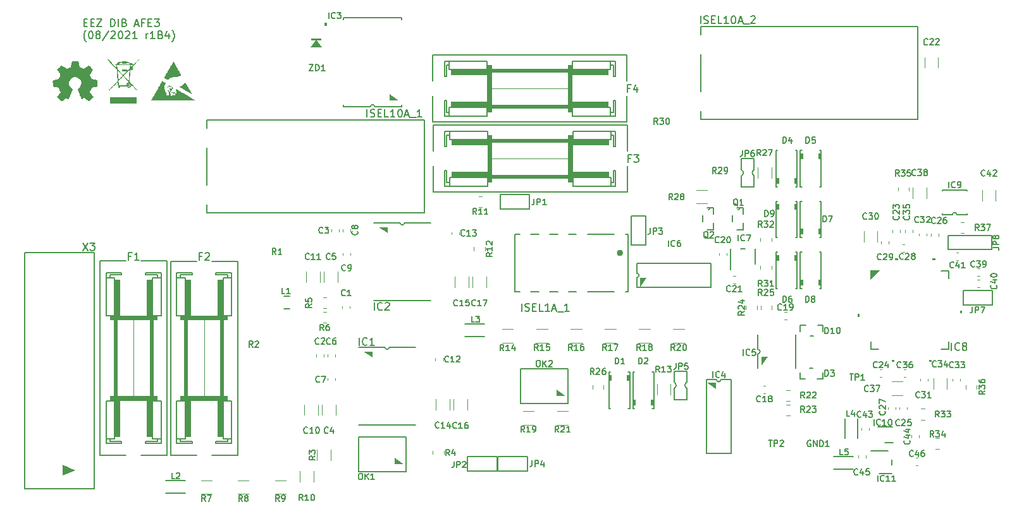
<source format=gbr>
%TF.GenerationSoftware,KiCad,Pcbnew,7.0.10-7.0.10~ubuntu22.04.1*%
%TF.CreationDate,2024-01-07T19:37:00+01:00*%
%TF.ProjectId,EEZ DIB AFE3,45455a20-4449-4422-9041-4645332e6b69,rev?*%
%TF.SameCoordinates,Original*%
%TF.FileFunction,Legend,Top*%
%TF.FilePolarity,Positive*%
%FSLAX46Y46*%
G04 Gerber Fmt 4.6, Leading zero omitted, Abs format (unit mm)*
G04 Created by KiCad (PCBNEW 7.0.10-7.0.10~ubuntu22.04.1) date 2024-01-07 19:37:00*
%MOMM*%
%LPD*%
G01*
G04 APERTURE LIST*
%ADD10C,0.152400*%
%ADD11C,0.120000*%
%ADD12C,0.127000*%
%ADD13C,0.203200*%
%ADD14C,0.420265*%
%ADD15C,0.050800*%
G04 APERTURE END LIST*
D10*
X89496167Y-73074285D02*
X89834834Y-73074285D01*
X89979977Y-73606475D02*
X89496167Y-73606475D01*
X89496167Y-73606475D02*
X89496167Y-72590475D01*
X89496167Y-72590475D02*
X89979977Y-72590475D01*
X90415405Y-73074285D02*
X90754072Y-73074285D01*
X90899215Y-73606475D02*
X90415405Y-73606475D01*
X90415405Y-73606475D02*
X90415405Y-72590475D01*
X90415405Y-72590475D02*
X90899215Y-72590475D01*
X91237881Y-72590475D02*
X91915215Y-72590475D01*
X91915215Y-72590475D02*
X91237881Y-73606475D01*
X91237881Y-73606475D02*
X91915215Y-73606475D01*
X93076357Y-73606475D02*
X93076357Y-72590475D01*
X93076357Y-72590475D02*
X93318262Y-72590475D01*
X93318262Y-72590475D02*
X93463405Y-72638856D01*
X93463405Y-72638856D02*
X93560167Y-72735618D01*
X93560167Y-72735618D02*
X93608548Y-72832380D01*
X93608548Y-72832380D02*
X93656929Y-73025904D01*
X93656929Y-73025904D02*
X93656929Y-73171047D01*
X93656929Y-73171047D02*
X93608548Y-73364571D01*
X93608548Y-73364571D02*
X93560167Y-73461333D01*
X93560167Y-73461333D02*
X93463405Y-73558095D01*
X93463405Y-73558095D02*
X93318262Y-73606475D01*
X93318262Y-73606475D02*
X93076357Y-73606475D01*
X94092357Y-73606475D02*
X94092357Y-72590475D01*
X94914834Y-73074285D02*
X95059977Y-73122666D01*
X95059977Y-73122666D02*
X95108358Y-73171047D01*
X95108358Y-73171047D02*
X95156739Y-73267809D01*
X95156739Y-73267809D02*
X95156739Y-73412952D01*
X95156739Y-73412952D02*
X95108358Y-73509714D01*
X95108358Y-73509714D02*
X95059977Y-73558095D01*
X95059977Y-73558095D02*
X94963215Y-73606475D01*
X94963215Y-73606475D02*
X94576167Y-73606475D01*
X94576167Y-73606475D02*
X94576167Y-72590475D01*
X94576167Y-72590475D02*
X94914834Y-72590475D01*
X94914834Y-72590475D02*
X95011596Y-72638856D01*
X95011596Y-72638856D02*
X95059977Y-72687237D01*
X95059977Y-72687237D02*
X95108358Y-72783999D01*
X95108358Y-72783999D02*
X95108358Y-72880761D01*
X95108358Y-72880761D02*
X95059977Y-72977523D01*
X95059977Y-72977523D02*
X95011596Y-73025904D01*
X95011596Y-73025904D02*
X94914834Y-73074285D01*
X94914834Y-73074285D02*
X94576167Y-73074285D01*
X96317881Y-73316190D02*
X96801691Y-73316190D01*
X96221119Y-73606475D02*
X96559786Y-72590475D01*
X96559786Y-72590475D02*
X96898453Y-73606475D01*
X97575786Y-73074285D02*
X97237119Y-73074285D01*
X97237119Y-73606475D02*
X97237119Y-72590475D01*
X97237119Y-72590475D02*
X97720929Y-72590475D01*
X98107976Y-73074285D02*
X98446643Y-73074285D01*
X98591786Y-73606475D02*
X98107976Y-73606475D01*
X98107976Y-73606475D02*
X98107976Y-72590475D01*
X98107976Y-72590475D02*
X98591786Y-72590475D01*
X98930452Y-72590475D02*
X99559405Y-72590475D01*
X99559405Y-72590475D02*
X99220738Y-72977523D01*
X99220738Y-72977523D02*
X99365881Y-72977523D01*
X99365881Y-72977523D02*
X99462643Y-73025904D01*
X99462643Y-73025904D02*
X99511024Y-73074285D01*
X99511024Y-73074285D02*
X99559405Y-73171047D01*
X99559405Y-73171047D02*
X99559405Y-73412952D01*
X99559405Y-73412952D02*
X99511024Y-73509714D01*
X99511024Y-73509714D02*
X99462643Y-73558095D01*
X99462643Y-73558095D02*
X99365881Y-73606475D01*
X99365881Y-73606475D02*
X99075595Y-73606475D01*
X99075595Y-73606475D02*
X98978833Y-73558095D01*
X98978833Y-73558095D02*
X98930452Y-73509714D01*
X89786453Y-75629283D02*
X89738072Y-75580902D01*
X89738072Y-75580902D02*
X89641310Y-75435759D01*
X89641310Y-75435759D02*
X89592929Y-75338997D01*
X89592929Y-75338997D02*
X89544548Y-75193855D01*
X89544548Y-75193855D02*
X89496167Y-74951950D01*
X89496167Y-74951950D02*
X89496167Y-74758426D01*
X89496167Y-74758426D02*
X89544548Y-74516521D01*
X89544548Y-74516521D02*
X89592929Y-74371378D01*
X89592929Y-74371378D02*
X89641310Y-74274616D01*
X89641310Y-74274616D02*
X89738072Y-74129474D01*
X89738072Y-74129474D02*
X89786453Y-74081093D01*
X90367024Y-74226235D02*
X90463786Y-74226235D01*
X90463786Y-74226235D02*
X90560548Y-74274616D01*
X90560548Y-74274616D02*
X90608929Y-74322997D01*
X90608929Y-74322997D02*
X90657310Y-74419759D01*
X90657310Y-74419759D02*
X90705691Y-74613283D01*
X90705691Y-74613283D02*
X90705691Y-74855188D01*
X90705691Y-74855188D02*
X90657310Y-75048712D01*
X90657310Y-75048712D02*
X90608929Y-75145474D01*
X90608929Y-75145474D02*
X90560548Y-75193855D01*
X90560548Y-75193855D02*
X90463786Y-75242235D01*
X90463786Y-75242235D02*
X90367024Y-75242235D01*
X90367024Y-75242235D02*
X90270262Y-75193855D01*
X90270262Y-75193855D02*
X90221881Y-75145474D01*
X90221881Y-75145474D02*
X90173500Y-75048712D01*
X90173500Y-75048712D02*
X90125119Y-74855188D01*
X90125119Y-74855188D02*
X90125119Y-74613283D01*
X90125119Y-74613283D02*
X90173500Y-74419759D01*
X90173500Y-74419759D02*
X90221881Y-74322997D01*
X90221881Y-74322997D02*
X90270262Y-74274616D01*
X90270262Y-74274616D02*
X90367024Y-74226235D01*
X91286262Y-74661664D02*
X91189500Y-74613283D01*
X91189500Y-74613283D02*
X91141119Y-74564902D01*
X91141119Y-74564902D02*
X91092738Y-74468140D01*
X91092738Y-74468140D02*
X91092738Y-74419759D01*
X91092738Y-74419759D02*
X91141119Y-74322997D01*
X91141119Y-74322997D02*
X91189500Y-74274616D01*
X91189500Y-74274616D02*
X91286262Y-74226235D01*
X91286262Y-74226235D02*
X91479786Y-74226235D01*
X91479786Y-74226235D02*
X91576548Y-74274616D01*
X91576548Y-74274616D02*
X91624929Y-74322997D01*
X91624929Y-74322997D02*
X91673310Y-74419759D01*
X91673310Y-74419759D02*
X91673310Y-74468140D01*
X91673310Y-74468140D02*
X91624929Y-74564902D01*
X91624929Y-74564902D02*
X91576548Y-74613283D01*
X91576548Y-74613283D02*
X91479786Y-74661664D01*
X91479786Y-74661664D02*
X91286262Y-74661664D01*
X91286262Y-74661664D02*
X91189500Y-74710045D01*
X91189500Y-74710045D02*
X91141119Y-74758426D01*
X91141119Y-74758426D02*
X91092738Y-74855188D01*
X91092738Y-74855188D02*
X91092738Y-75048712D01*
X91092738Y-75048712D02*
X91141119Y-75145474D01*
X91141119Y-75145474D02*
X91189500Y-75193855D01*
X91189500Y-75193855D02*
X91286262Y-75242235D01*
X91286262Y-75242235D02*
X91479786Y-75242235D01*
X91479786Y-75242235D02*
X91576548Y-75193855D01*
X91576548Y-75193855D02*
X91624929Y-75145474D01*
X91624929Y-75145474D02*
X91673310Y-75048712D01*
X91673310Y-75048712D02*
X91673310Y-74855188D01*
X91673310Y-74855188D02*
X91624929Y-74758426D01*
X91624929Y-74758426D02*
X91576548Y-74710045D01*
X91576548Y-74710045D02*
X91479786Y-74661664D01*
X92834453Y-74177855D02*
X91963595Y-75484140D01*
X93124738Y-74322997D02*
X93173119Y-74274616D01*
X93173119Y-74274616D02*
X93269881Y-74226235D01*
X93269881Y-74226235D02*
X93511786Y-74226235D01*
X93511786Y-74226235D02*
X93608548Y-74274616D01*
X93608548Y-74274616D02*
X93656929Y-74322997D01*
X93656929Y-74322997D02*
X93705310Y-74419759D01*
X93705310Y-74419759D02*
X93705310Y-74516521D01*
X93705310Y-74516521D02*
X93656929Y-74661664D01*
X93656929Y-74661664D02*
X93076357Y-75242235D01*
X93076357Y-75242235D02*
X93705310Y-75242235D01*
X94334262Y-74226235D02*
X94431024Y-74226235D01*
X94431024Y-74226235D02*
X94527786Y-74274616D01*
X94527786Y-74274616D02*
X94576167Y-74322997D01*
X94576167Y-74322997D02*
X94624548Y-74419759D01*
X94624548Y-74419759D02*
X94672929Y-74613283D01*
X94672929Y-74613283D02*
X94672929Y-74855188D01*
X94672929Y-74855188D02*
X94624548Y-75048712D01*
X94624548Y-75048712D02*
X94576167Y-75145474D01*
X94576167Y-75145474D02*
X94527786Y-75193855D01*
X94527786Y-75193855D02*
X94431024Y-75242235D01*
X94431024Y-75242235D02*
X94334262Y-75242235D01*
X94334262Y-75242235D02*
X94237500Y-75193855D01*
X94237500Y-75193855D02*
X94189119Y-75145474D01*
X94189119Y-75145474D02*
X94140738Y-75048712D01*
X94140738Y-75048712D02*
X94092357Y-74855188D01*
X94092357Y-74855188D02*
X94092357Y-74613283D01*
X94092357Y-74613283D02*
X94140738Y-74419759D01*
X94140738Y-74419759D02*
X94189119Y-74322997D01*
X94189119Y-74322997D02*
X94237500Y-74274616D01*
X94237500Y-74274616D02*
X94334262Y-74226235D01*
X95059976Y-74322997D02*
X95108357Y-74274616D01*
X95108357Y-74274616D02*
X95205119Y-74226235D01*
X95205119Y-74226235D02*
X95447024Y-74226235D01*
X95447024Y-74226235D02*
X95543786Y-74274616D01*
X95543786Y-74274616D02*
X95592167Y-74322997D01*
X95592167Y-74322997D02*
X95640548Y-74419759D01*
X95640548Y-74419759D02*
X95640548Y-74516521D01*
X95640548Y-74516521D02*
X95592167Y-74661664D01*
X95592167Y-74661664D02*
X95011595Y-75242235D01*
X95011595Y-75242235D02*
X95640548Y-75242235D01*
X96608167Y-75242235D02*
X96027595Y-75242235D01*
X96317881Y-75242235D02*
X96317881Y-74226235D01*
X96317881Y-74226235D02*
X96221119Y-74371378D01*
X96221119Y-74371378D02*
X96124357Y-74468140D01*
X96124357Y-74468140D02*
X96027595Y-74516521D01*
X97817690Y-75242235D02*
X97817690Y-74564902D01*
X97817690Y-74758426D02*
X97866071Y-74661664D01*
X97866071Y-74661664D02*
X97914452Y-74613283D01*
X97914452Y-74613283D02*
X98011214Y-74564902D01*
X98011214Y-74564902D02*
X98107976Y-74564902D01*
X98978833Y-75242235D02*
X98398261Y-75242235D01*
X98688547Y-75242235D02*
X98688547Y-74226235D01*
X98688547Y-74226235D02*
X98591785Y-74371378D01*
X98591785Y-74371378D02*
X98495023Y-74468140D01*
X98495023Y-74468140D02*
X98398261Y-74516521D01*
X99752928Y-74710045D02*
X99898071Y-74758426D01*
X99898071Y-74758426D02*
X99946452Y-74806807D01*
X99946452Y-74806807D02*
X99994833Y-74903569D01*
X99994833Y-74903569D02*
X99994833Y-75048712D01*
X99994833Y-75048712D02*
X99946452Y-75145474D01*
X99946452Y-75145474D02*
X99898071Y-75193855D01*
X99898071Y-75193855D02*
X99801309Y-75242235D01*
X99801309Y-75242235D02*
X99414261Y-75242235D01*
X99414261Y-75242235D02*
X99414261Y-74226235D01*
X99414261Y-74226235D02*
X99752928Y-74226235D01*
X99752928Y-74226235D02*
X99849690Y-74274616D01*
X99849690Y-74274616D02*
X99898071Y-74322997D01*
X99898071Y-74322997D02*
X99946452Y-74419759D01*
X99946452Y-74419759D02*
X99946452Y-74516521D01*
X99946452Y-74516521D02*
X99898071Y-74613283D01*
X99898071Y-74613283D02*
X99849690Y-74661664D01*
X99849690Y-74661664D02*
X99752928Y-74710045D01*
X99752928Y-74710045D02*
X99414261Y-74710045D01*
X100865690Y-74564902D02*
X100865690Y-75242235D01*
X100623785Y-74177855D02*
X100381880Y-74903569D01*
X100381880Y-74903569D02*
X101010833Y-74903569D01*
X101301118Y-75629283D02*
X101349499Y-75580902D01*
X101349499Y-75580902D02*
X101446261Y-75435759D01*
X101446261Y-75435759D02*
X101494642Y-75338997D01*
X101494642Y-75338997D02*
X101543023Y-75193855D01*
X101543023Y-75193855D02*
X101591404Y-74951950D01*
X101591404Y-74951950D02*
X101591404Y-74758426D01*
X101591404Y-74758426D02*
X101543023Y-74516521D01*
X101543023Y-74516521D02*
X101494642Y-74371378D01*
X101494642Y-74371378D02*
X101446261Y-74274616D01*
X101446261Y-74274616D02*
X101349499Y-74129474D01*
X101349499Y-74129474D02*
X101301118Y-74081093D01*
X183046786Y-89237103D02*
X183046786Y-88424303D01*
X183046786Y-88424303D02*
X183240310Y-88424303D01*
X183240310Y-88424303D02*
X183356424Y-88463008D01*
X183356424Y-88463008D02*
X183433834Y-88540418D01*
X183433834Y-88540418D02*
X183472539Y-88617827D01*
X183472539Y-88617827D02*
X183511243Y-88772646D01*
X183511243Y-88772646D02*
X183511243Y-88888760D01*
X183511243Y-88888760D02*
X183472539Y-89043579D01*
X183472539Y-89043579D02*
X183433834Y-89120989D01*
X183433834Y-89120989D02*
X183356424Y-89198399D01*
X183356424Y-89198399D02*
X183240310Y-89237103D01*
X183240310Y-89237103D02*
X183046786Y-89237103D01*
X184207929Y-88695237D02*
X184207929Y-89237103D01*
X184014405Y-88385599D02*
X183820882Y-88966170D01*
X183820882Y-88966170D02*
X184324043Y-88966170D01*
X186094786Y-110573103D02*
X186094786Y-109760303D01*
X186094786Y-109760303D02*
X186288310Y-109760303D01*
X186288310Y-109760303D02*
X186404424Y-109799008D01*
X186404424Y-109799008D02*
X186481834Y-109876418D01*
X186481834Y-109876418D02*
X186520539Y-109953827D01*
X186520539Y-109953827D02*
X186559243Y-110108646D01*
X186559243Y-110108646D02*
X186559243Y-110224760D01*
X186559243Y-110224760D02*
X186520539Y-110379579D01*
X186520539Y-110379579D02*
X186481834Y-110456989D01*
X186481834Y-110456989D02*
X186404424Y-110534399D01*
X186404424Y-110534399D02*
X186288310Y-110573103D01*
X186288310Y-110573103D02*
X186094786Y-110573103D01*
X187023701Y-110108646D02*
X186946291Y-110069941D01*
X186946291Y-110069941D02*
X186907586Y-110031237D01*
X186907586Y-110031237D02*
X186868882Y-109953827D01*
X186868882Y-109953827D02*
X186868882Y-109915122D01*
X186868882Y-109915122D02*
X186907586Y-109837713D01*
X186907586Y-109837713D02*
X186946291Y-109799008D01*
X186946291Y-109799008D02*
X187023701Y-109760303D01*
X187023701Y-109760303D02*
X187178520Y-109760303D01*
X187178520Y-109760303D02*
X187255929Y-109799008D01*
X187255929Y-109799008D02*
X187294634Y-109837713D01*
X187294634Y-109837713D02*
X187333339Y-109915122D01*
X187333339Y-109915122D02*
X187333339Y-109953827D01*
X187333339Y-109953827D02*
X187294634Y-110031237D01*
X187294634Y-110031237D02*
X187255929Y-110069941D01*
X187255929Y-110069941D02*
X187178520Y-110108646D01*
X187178520Y-110108646D02*
X187023701Y-110108646D01*
X187023701Y-110108646D02*
X186946291Y-110147351D01*
X186946291Y-110147351D02*
X186907586Y-110186056D01*
X186907586Y-110186056D02*
X186868882Y-110263465D01*
X186868882Y-110263465D02*
X186868882Y-110418284D01*
X186868882Y-110418284D02*
X186907586Y-110495694D01*
X186907586Y-110495694D02*
X186946291Y-110534399D01*
X186946291Y-110534399D02*
X187023701Y-110573103D01*
X187023701Y-110573103D02*
X187178520Y-110573103D01*
X187178520Y-110573103D02*
X187255929Y-110534399D01*
X187255929Y-110534399D02*
X187294634Y-110495694D01*
X187294634Y-110495694D02*
X187333339Y-110418284D01*
X187333339Y-110418284D02*
X187333339Y-110263465D01*
X187333339Y-110263465D02*
X187294634Y-110186056D01*
X187294634Y-110186056D02*
X187255929Y-110147351D01*
X187255929Y-110147351D02*
X187178520Y-110108646D01*
X120959033Y-116114682D02*
X120920329Y-116153387D01*
X120920329Y-116153387D02*
X120804214Y-116192091D01*
X120804214Y-116192091D02*
X120726805Y-116192091D01*
X120726805Y-116192091D02*
X120610691Y-116153387D01*
X120610691Y-116153387D02*
X120533281Y-116075977D01*
X120533281Y-116075977D02*
X120494576Y-115998567D01*
X120494576Y-115998567D02*
X120455872Y-115843748D01*
X120455872Y-115843748D02*
X120455872Y-115727634D01*
X120455872Y-115727634D02*
X120494576Y-115572815D01*
X120494576Y-115572815D02*
X120533281Y-115495406D01*
X120533281Y-115495406D02*
X120610691Y-115417996D01*
X120610691Y-115417996D02*
X120726805Y-115379291D01*
X120726805Y-115379291D02*
X120804214Y-115379291D01*
X120804214Y-115379291D02*
X120920329Y-115417996D01*
X120920329Y-115417996D02*
X120959033Y-115456701D01*
X121268672Y-115456701D02*
X121307376Y-115417996D01*
X121307376Y-115417996D02*
X121384786Y-115379291D01*
X121384786Y-115379291D02*
X121578310Y-115379291D01*
X121578310Y-115379291D02*
X121655719Y-115417996D01*
X121655719Y-115417996D02*
X121694424Y-115456701D01*
X121694424Y-115456701D02*
X121733129Y-115534110D01*
X121733129Y-115534110D02*
X121733129Y-115611520D01*
X121733129Y-115611520D02*
X121694424Y-115727634D01*
X121694424Y-115727634D02*
X121229967Y-116192091D01*
X121229967Y-116192091D02*
X121733129Y-116192091D01*
X191117334Y-131020103D02*
X190730286Y-131020103D01*
X190730286Y-131020103D02*
X190730286Y-130207303D01*
X191775315Y-130207303D02*
X191388267Y-130207303D01*
X191388267Y-130207303D02*
X191349563Y-130594351D01*
X191349563Y-130594351D02*
X191388267Y-130555646D01*
X191388267Y-130555646D02*
X191465677Y-130516941D01*
X191465677Y-130516941D02*
X191659201Y-130516941D01*
X191659201Y-130516941D02*
X191736610Y-130555646D01*
X191736610Y-130555646D02*
X191775315Y-130594351D01*
X191775315Y-130594351D02*
X191814020Y-130671760D01*
X191814020Y-130671760D02*
X191814020Y-130865284D01*
X191814020Y-130865284D02*
X191775315Y-130942694D01*
X191775315Y-130942694D02*
X191736610Y-130981399D01*
X191736610Y-130981399D02*
X191659201Y-131020103D01*
X191659201Y-131020103D02*
X191465677Y-131020103D01*
X191465677Y-131020103D02*
X191388267Y-130981399D01*
X191388267Y-130981399D02*
X191349563Y-130942694D01*
X202423485Y-75982682D02*
X202384781Y-76021387D01*
X202384781Y-76021387D02*
X202268666Y-76060091D01*
X202268666Y-76060091D02*
X202191257Y-76060091D01*
X202191257Y-76060091D02*
X202075143Y-76021387D01*
X202075143Y-76021387D02*
X201997733Y-75943977D01*
X201997733Y-75943977D02*
X201959028Y-75866567D01*
X201959028Y-75866567D02*
X201920324Y-75711748D01*
X201920324Y-75711748D02*
X201920324Y-75595634D01*
X201920324Y-75595634D02*
X201959028Y-75440815D01*
X201959028Y-75440815D02*
X201997733Y-75363406D01*
X201997733Y-75363406D02*
X202075143Y-75285996D01*
X202075143Y-75285996D02*
X202191257Y-75247291D01*
X202191257Y-75247291D02*
X202268666Y-75247291D01*
X202268666Y-75247291D02*
X202384781Y-75285996D01*
X202384781Y-75285996D02*
X202423485Y-75324701D01*
X202733124Y-75324701D02*
X202771828Y-75285996D01*
X202771828Y-75285996D02*
X202849238Y-75247291D01*
X202849238Y-75247291D02*
X203042762Y-75247291D01*
X203042762Y-75247291D02*
X203120171Y-75285996D01*
X203120171Y-75285996D02*
X203158876Y-75324701D01*
X203158876Y-75324701D02*
X203197581Y-75402110D01*
X203197581Y-75402110D02*
X203197581Y-75479520D01*
X203197581Y-75479520D02*
X203158876Y-75595634D01*
X203158876Y-75595634D02*
X202694419Y-76060091D01*
X202694419Y-76060091D02*
X203197581Y-76060091D01*
X203507219Y-75324701D02*
X203545923Y-75285996D01*
X203545923Y-75285996D02*
X203623333Y-75247291D01*
X203623333Y-75247291D02*
X203816857Y-75247291D01*
X203816857Y-75247291D02*
X203894266Y-75285996D01*
X203894266Y-75285996D02*
X203932971Y-75324701D01*
X203932971Y-75324701D02*
X203971676Y-75402110D01*
X203971676Y-75402110D02*
X203971676Y-75479520D01*
X203971676Y-75479520D02*
X203932971Y-75595634D01*
X203932971Y-75595634D02*
X203468514Y-76060091D01*
X203468514Y-76060091D02*
X203971676Y-76060091D01*
X180071485Y-90919091D02*
X179800552Y-90532044D01*
X179607028Y-90919091D02*
X179607028Y-90106291D01*
X179607028Y-90106291D02*
X179916666Y-90106291D01*
X179916666Y-90106291D02*
X179994076Y-90144996D01*
X179994076Y-90144996D02*
X180032781Y-90183701D01*
X180032781Y-90183701D02*
X180071485Y-90261110D01*
X180071485Y-90261110D02*
X180071485Y-90377225D01*
X180071485Y-90377225D02*
X180032781Y-90454634D01*
X180032781Y-90454634D02*
X179994076Y-90493339D01*
X179994076Y-90493339D02*
X179916666Y-90532044D01*
X179916666Y-90532044D02*
X179607028Y-90532044D01*
X180381124Y-90183701D02*
X180419828Y-90144996D01*
X180419828Y-90144996D02*
X180497238Y-90106291D01*
X180497238Y-90106291D02*
X180690762Y-90106291D01*
X180690762Y-90106291D02*
X180768171Y-90144996D01*
X180768171Y-90144996D02*
X180806876Y-90183701D01*
X180806876Y-90183701D02*
X180845581Y-90261110D01*
X180845581Y-90261110D02*
X180845581Y-90338520D01*
X180845581Y-90338520D02*
X180806876Y-90454634D01*
X180806876Y-90454634D02*
X180342419Y-90919091D01*
X180342419Y-90919091D02*
X180845581Y-90919091D01*
X181116514Y-90106291D02*
X181658380Y-90106291D01*
X181658380Y-90106291D02*
X181310038Y-90919091D01*
X121594033Y-114350591D02*
X121323100Y-113963544D01*
X121129576Y-114350591D02*
X121129576Y-113537791D01*
X121129576Y-113537791D02*
X121439214Y-113537791D01*
X121439214Y-113537791D02*
X121516624Y-113576496D01*
X121516624Y-113576496D02*
X121555329Y-113615201D01*
X121555329Y-113615201D02*
X121594033Y-113692610D01*
X121594033Y-113692610D02*
X121594033Y-113808725D01*
X121594033Y-113808725D02*
X121555329Y-113886134D01*
X121555329Y-113886134D02*
X121516624Y-113924839D01*
X121516624Y-113924839D02*
X121439214Y-113963544D01*
X121439214Y-113963544D02*
X121129576Y-113963544D01*
X122290719Y-113537791D02*
X122135900Y-113537791D01*
X122135900Y-113537791D02*
X122058491Y-113576496D01*
X122058491Y-113576496D02*
X122019786Y-113615201D01*
X122019786Y-113615201D02*
X121942376Y-113731315D01*
X121942376Y-113731315D02*
X121903672Y-113886134D01*
X121903672Y-113886134D02*
X121903672Y-114195772D01*
X121903672Y-114195772D02*
X121942376Y-114273182D01*
X121942376Y-114273182D02*
X121981081Y-114311887D01*
X121981081Y-114311887D02*
X122058491Y-114350591D01*
X122058491Y-114350591D02*
X122213310Y-114350591D01*
X122213310Y-114350591D02*
X122290719Y-114311887D01*
X122290719Y-114311887D02*
X122329424Y-114273182D01*
X122329424Y-114273182D02*
X122368129Y-114195772D01*
X122368129Y-114195772D02*
X122368129Y-114002248D01*
X122368129Y-114002248D02*
X122329424Y-113924839D01*
X122329424Y-113924839D02*
X122290719Y-113886134D01*
X122290719Y-113886134D02*
X122213310Y-113847429D01*
X122213310Y-113847429D02*
X122058491Y-113847429D01*
X122058491Y-113847429D02*
X121981081Y-113886134D01*
X121981081Y-113886134D02*
X121942376Y-113924839D01*
X121942376Y-113924839D02*
X121903672Y-114002248D01*
X174113243Y-93301103D02*
X173842310Y-92914056D01*
X173648786Y-93301103D02*
X173648786Y-92488303D01*
X173648786Y-92488303D02*
X173958424Y-92488303D01*
X173958424Y-92488303D02*
X174035834Y-92527008D01*
X174035834Y-92527008D02*
X174074539Y-92565713D01*
X174074539Y-92565713D02*
X174113243Y-92643122D01*
X174113243Y-92643122D02*
X174113243Y-92759237D01*
X174113243Y-92759237D02*
X174074539Y-92836646D01*
X174074539Y-92836646D02*
X174035834Y-92875351D01*
X174035834Y-92875351D02*
X173958424Y-92914056D01*
X173958424Y-92914056D02*
X173648786Y-92914056D01*
X174422882Y-92565713D02*
X174461586Y-92527008D01*
X174461586Y-92527008D02*
X174538996Y-92488303D01*
X174538996Y-92488303D02*
X174732520Y-92488303D01*
X174732520Y-92488303D02*
X174809929Y-92527008D01*
X174809929Y-92527008D02*
X174848634Y-92565713D01*
X174848634Y-92565713D02*
X174887339Y-92643122D01*
X174887339Y-92643122D02*
X174887339Y-92720532D01*
X174887339Y-92720532D02*
X174848634Y-92836646D01*
X174848634Y-92836646D02*
X174384177Y-93301103D01*
X174384177Y-93301103D02*
X174887339Y-93301103D01*
X175274386Y-93301103D02*
X175429205Y-93301103D01*
X175429205Y-93301103D02*
X175506615Y-93262399D01*
X175506615Y-93262399D02*
X175545319Y-93223694D01*
X175545319Y-93223694D02*
X175622729Y-93107579D01*
X175622729Y-93107579D02*
X175661434Y-92952760D01*
X175661434Y-92952760D02*
X175661434Y-92643122D01*
X175661434Y-92643122D02*
X175622729Y-92565713D01*
X175622729Y-92565713D02*
X175584024Y-92527008D01*
X175584024Y-92527008D02*
X175506615Y-92488303D01*
X175506615Y-92488303D02*
X175351796Y-92488303D01*
X175351796Y-92488303D02*
X175274386Y-92527008D01*
X175274386Y-92527008D02*
X175235681Y-92565713D01*
X175235681Y-92565713D02*
X175196977Y-92643122D01*
X175196977Y-92643122D02*
X175196977Y-92836646D01*
X175196977Y-92836646D02*
X175235681Y-92914056D01*
X175235681Y-92914056D02*
X175274386Y-92952760D01*
X175274386Y-92952760D02*
X175351796Y-92991465D01*
X175351796Y-92991465D02*
X175506615Y-92991465D01*
X175506615Y-92991465D02*
X175584024Y-92952760D01*
X175584024Y-92952760D02*
X175622729Y-92914056D01*
X175622729Y-92914056D02*
X175661434Y-92836646D01*
X166306543Y-86716203D02*
X166035610Y-86329156D01*
X165842086Y-86716203D02*
X165842086Y-85903403D01*
X165842086Y-85903403D02*
X166151724Y-85903403D01*
X166151724Y-85903403D02*
X166229134Y-85942108D01*
X166229134Y-85942108D02*
X166267839Y-85980813D01*
X166267839Y-85980813D02*
X166306543Y-86058222D01*
X166306543Y-86058222D02*
X166306543Y-86174337D01*
X166306543Y-86174337D02*
X166267839Y-86251746D01*
X166267839Y-86251746D02*
X166229134Y-86290451D01*
X166229134Y-86290451D02*
X166151724Y-86329156D01*
X166151724Y-86329156D02*
X165842086Y-86329156D01*
X166577477Y-85903403D02*
X167080639Y-85903403D01*
X167080639Y-85903403D02*
X166809705Y-86213041D01*
X166809705Y-86213041D02*
X166925820Y-86213041D01*
X166925820Y-86213041D02*
X167003229Y-86251746D01*
X167003229Y-86251746D02*
X167041934Y-86290451D01*
X167041934Y-86290451D02*
X167080639Y-86367860D01*
X167080639Y-86367860D02*
X167080639Y-86561384D01*
X167080639Y-86561384D02*
X167041934Y-86638794D01*
X167041934Y-86638794D02*
X167003229Y-86677499D01*
X167003229Y-86677499D02*
X166925820Y-86716203D01*
X166925820Y-86716203D02*
X166693591Y-86716203D01*
X166693591Y-86716203D02*
X166616182Y-86677499D01*
X166616182Y-86677499D02*
X166577477Y-86638794D01*
X167583800Y-85903403D02*
X167661210Y-85903403D01*
X167661210Y-85903403D02*
X167738619Y-85942108D01*
X167738619Y-85942108D02*
X167777324Y-85980813D01*
X167777324Y-85980813D02*
X167816029Y-86058222D01*
X167816029Y-86058222D02*
X167854734Y-86213041D01*
X167854734Y-86213041D02*
X167854734Y-86406565D01*
X167854734Y-86406565D02*
X167816029Y-86561384D01*
X167816029Y-86561384D02*
X167777324Y-86638794D01*
X167777324Y-86638794D02*
X167738619Y-86677499D01*
X167738619Y-86677499D02*
X167661210Y-86716203D01*
X167661210Y-86716203D02*
X167583800Y-86716203D01*
X167583800Y-86716203D02*
X167506391Y-86677499D01*
X167506391Y-86677499D02*
X167467686Y-86638794D01*
X167467686Y-86638794D02*
X167428981Y-86561384D01*
X167428981Y-86561384D02*
X167390277Y-86406565D01*
X167390277Y-86406565D02*
X167390277Y-86213041D01*
X167390277Y-86213041D02*
X167428981Y-86058222D01*
X167428981Y-86058222D02*
X167467686Y-85980813D01*
X167467686Y-85980813D02*
X167506391Y-85942108D01*
X167506391Y-85942108D02*
X167583800Y-85903403D01*
X176007485Y-109066182D02*
X175968781Y-109104887D01*
X175968781Y-109104887D02*
X175852666Y-109143591D01*
X175852666Y-109143591D02*
X175775257Y-109143591D01*
X175775257Y-109143591D02*
X175659143Y-109104887D01*
X175659143Y-109104887D02*
X175581733Y-109027477D01*
X175581733Y-109027477D02*
X175543028Y-108950067D01*
X175543028Y-108950067D02*
X175504324Y-108795248D01*
X175504324Y-108795248D02*
X175504324Y-108679134D01*
X175504324Y-108679134D02*
X175543028Y-108524315D01*
X175543028Y-108524315D02*
X175581733Y-108446906D01*
X175581733Y-108446906D02*
X175659143Y-108369496D01*
X175659143Y-108369496D02*
X175775257Y-108330791D01*
X175775257Y-108330791D02*
X175852666Y-108330791D01*
X175852666Y-108330791D02*
X175968781Y-108369496D01*
X175968781Y-108369496D02*
X176007485Y-108408201D01*
X176317124Y-108408201D02*
X176355828Y-108369496D01*
X176355828Y-108369496D02*
X176433238Y-108330791D01*
X176433238Y-108330791D02*
X176626762Y-108330791D01*
X176626762Y-108330791D02*
X176704171Y-108369496D01*
X176704171Y-108369496D02*
X176742876Y-108408201D01*
X176742876Y-108408201D02*
X176781581Y-108485610D01*
X176781581Y-108485610D02*
X176781581Y-108563020D01*
X176781581Y-108563020D02*
X176742876Y-108679134D01*
X176742876Y-108679134D02*
X176278419Y-109143591D01*
X176278419Y-109143591D02*
X176781581Y-109143591D01*
X177555676Y-109143591D02*
X177091219Y-109143591D01*
X177323447Y-109143591D02*
X177323447Y-108330791D01*
X177323447Y-108330791D02*
X177246038Y-108446906D01*
X177246038Y-108446906D02*
X177168628Y-108524315D01*
X177168628Y-108524315D02*
X177091219Y-108563020D01*
X141777834Y-113240103D02*
X141390786Y-113240103D01*
X141390786Y-113240103D02*
X141390786Y-112427303D01*
X141971358Y-112427303D02*
X142474520Y-112427303D01*
X142474520Y-112427303D02*
X142203586Y-112736941D01*
X142203586Y-112736941D02*
X142319701Y-112736941D01*
X142319701Y-112736941D02*
X142397110Y-112775646D01*
X142397110Y-112775646D02*
X142435815Y-112814351D01*
X142435815Y-112814351D02*
X142474520Y-112891760D01*
X142474520Y-112891760D02*
X142474520Y-113085284D01*
X142474520Y-113085284D02*
X142435815Y-113162694D01*
X142435815Y-113162694D02*
X142397110Y-113201399D01*
X142397110Y-113201399D02*
X142319701Y-113240103D01*
X142319701Y-113240103D02*
X142087472Y-113240103D01*
X142087472Y-113240103D02*
X142010063Y-113201399D01*
X142010063Y-113201399D02*
X141971358Y-113162694D01*
X126342167Y-116353535D02*
X126342167Y-115337535D01*
X127406549Y-116256774D02*
X127358168Y-116305155D01*
X127358168Y-116305155D02*
X127213025Y-116353535D01*
X127213025Y-116353535D02*
X127116263Y-116353535D01*
X127116263Y-116353535D02*
X126971120Y-116305155D01*
X126971120Y-116305155D02*
X126874358Y-116208393D01*
X126874358Y-116208393D02*
X126825977Y-116111631D01*
X126825977Y-116111631D02*
X126777596Y-115918107D01*
X126777596Y-115918107D02*
X126777596Y-115772964D01*
X126777596Y-115772964D02*
X126825977Y-115579440D01*
X126825977Y-115579440D02*
X126874358Y-115482678D01*
X126874358Y-115482678D02*
X126971120Y-115385916D01*
X126971120Y-115385916D02*
X127116263Y-115337535D01*
X127116263Y-115337535D02*
X127213025Y-115337535D01*
X127213025Y-115337535D02*
X127358168Y-115385916D01*
X127358168Y-115385916D02*
X127406549Y-115434297D01*
X128374168Y-116353535D02*
X127793596Y-116353535D01*
X128083882Y-116353535D02*
X128083882Y-115337535D01*
X128083882Y-115337535D02*
X127987120Y-115482678D01*
X127987120Y-115482678D02*
X127890358Y-115579440D01*
X127890358Y-115579440D02*
X127793596Y-115627821D01*
X120002091Y-110815966D02*
X119615044Y-111086899D01*
X120002091Y-111280423D02*
X119189291Y-111280423D01*
X119189291Y-111280423D02*
X119189291Y-110970785D01*
X119189291Y-110970785D02*
X119227996Y-110893375D01*
X119227996Y-110893375D02*
X119266701Y-110854670D01*
X119266701Y-110854670D02*
X119344110Y-110815966D01*
X119344110Y-110815966D02*
X119460225Y-110815966D01*
X119460225Y-110815966D02*
X119537634Y-110854670D01*
X119537634Y-110854670D02*
X119576339Y-110893375D01*
X119576339Y-110893375D02*
X119615044Y-110970785D01*
X119615044Y-110970785D02*
X119615044Y-111280423D01*
X119189291Y-110080575D02*
X119189291Y-110467623D01*
X119189291Y-110467623D02*
X119576339Y-110506327D01*
X119576339Y-110506327D02*
X119537634Y-110467623D01*
X119537634Y-110467623D02*
X119498929Y-110390213D01*
X119498929Y-110390213D02*
X119498929Y-110196689D01*
X119498929Y-110196689D02*
X119537634Y-110119280D01*
X119537634Y-110119280D02*
X119576339Y-110080575D01*
X119576339Y-110080575D02*
X119653748Y-110041870D01*
X119653748Y-110041870D02*
X119847272Y-110041870D01*
X119847272Y-110041870D02*
X119924682Y-110080575D01*
X119924682Y-110080575D02*
X119963387Y-110119280D01*
X119963387Y-110119280D02*
X120002091Y-110196689D01*
X120002091Y-110196689D02*
X120002091Y-110390213D01*
X120002091Y-110390213D02*
X119963387Y-110467623D01*
X119963387Y-110467623D02*
X119924682Y-110506327D01*
X180261985Y-109651591D02*
X179991052Y-109264544D01*
X179797528Y-109651591D02*
X179797528Y-108838791D01*
X179797528Y-108838791D02*
X180107166Y-108838791D01*
X180107166Y-108838791D02*
X180184576Y-108877496D01*
X180184576Y-108877496D02*
X180223281Y-108916201D01*
X180223281Y-108916201D02*
X180261985Y-108993610D01*
X180261985Y-108993610D02*
X180261985Y-109109725D01*
X180261985Y-109109725D02*
X180223281Y-109187134D01*
X180223281Y-109187134D02*
X180184576Y-109225839D01*
X180184576Y-109225839D02*
X180107166Y-109264544D01*
X180107166Y-109264544D02*
X179797528Y-109264544D01*
X180571624Y-108916201D02*
X180610328Y-108877496D01*
X180610328Y-108877496D02*
X180687738Y-108838791D01*
X180687738Y-108838791D02*
X180881262Y-108838791D01*
X180881262Y-108838791D02*
X180958671Y-108877496D01*
X180958671Y-108877496D02*
X180997376Y-108916201D01*
X180997376Y-108916201D02*
X181036081Y-108993610D01*
X181036081Y-108993610D02*
X181036081Y-109071020D01*
X181036081Y-109071020D02*
X180997376Y-109187134D01*
X180997376Y-109187134D02*
X180532919Y-109651591D01*
X180532919Y-109651591D02*
X181036081Y-109651591D01*
X181771471Y-108838791D02*
X181384423Y-108838791D01*
X181384423Y-108838791D02*
X181345719Y-109225839D01*
X181345719Y-109225839D02*
X181384423Y-109187134D01*
X181384423Y-109187134D02*
X181461833Y-109148429D01*
X181461833Y-109148429D02*
X181655357Y-109148429D01*
X181655357Y-109148429D02*
X181732766Y-109187134D01*
X181732766Y-109187134D02*
X181771471Y-109225839D01*
X181771471Y-109225839D02*
X181810176Y-109303248D01*
X181810176Y-109303248D02*
X181810176Y-109496772D01*
X181810176Y-109496772D02*
X181771471Y-109574182D01*
X181771471Y-109574182D02*
X181732766Y-109612887D01*
X181732766Y-109612887D02*
X181655357Y-109651591D01*
X181655357Y-109651591D02*
X181461833Y-109651591D01*
X181461833Y-109651591D02*
X181384423Y-109612887D01*
X181384423Y-109612887D02*
X181345719Y-109574182D01*
X137018485Y-127354182D02*
X136979781Y-127392887D01*
X136979781Y-127392887D02*
X136863666Y-127431591D01*
X136863666Y-127431591D02*
X136786257Y-127431591D01*
X136786257Y-127431591D02*
X136670143Y-127392887D01*
X136670143Y-127392887D02*
X136592733Y-127315477D01*
X136592733Y-127315477D02*
X136554028Y-127238067D01*
X136554028Y-127238067D02*
X136515324Y-127083248D01*
X136515324Y-127083248D02*
X136515324Y-126967134D01*
X136515324Y-126967134D02*
X136554028Y-126812315D01*
X136554028Y-126812315D02*
X136592733Y-126734906D01*
X136592733Y-126734906D02*
X136670143Y-126657496D01*
X136670143Y-126657496D02*
X136786257Y-126618791D01*
X136786257Y-126618791D02*
X136863666Y-126618791D01*
X136863666Y-126618791D02*
X136979781Y-126657496D01*
X136979781Y-126657496D02*
X137018485Y-126696201D01*
X137792581Y-127431591D02*
X137328124Y-127431591D01*
X137560352Y-127431591D02*
X137560352Y-126618791D01*
X137560352Y-126618791D02*
X137482943Y-126734906D01*
X137482943Y-126734906D02*
X137405533Y-126812315D01*
X137405533Y-126812315D02*
X137328124Y-126851020D01*
X138489266Y-126889725D02*
X138489266Y-127431591D01*
X138295742Y-126580087D02*
X138102219Y-127160658D01*
X138102219Y-127160658D02*
X138605380Y-127160658D01*
X122277286Y-72536603D02*
X122277286Y-71723803D01*
X123128791Y-72459194D02*
X123090087Y-72497899D01*
X123090087Y-72497899D02*
X122973972Y-72536603D01*
X122973972Y-72536603D02*
X122896563Y-72536603D01*
X122896563Y-72536603D02*
X122780449Y-72497899D01*
X122780449Y-72497899D02*
X122703039Y-72420489D01*
X122703039Y-72420489D02*
X122664334Y-72343079D01*
X122664334Y-72343079D02*
X122625630Y-72188260D01*
X122625630Y-72188260D02*
X122625630Y-72072146D01*
X122625630Y-72072146D02*
X122664334Y-71917327D01*
X122664334Y-71917327D02*
X122703039Y-71839918D01*
X122703039Y-71839918D02*
X122780449Y-71762508D01*
X122780449Y-71762508D02*
X122896563Y-71723803D01*
X122896563Y-71723803D02*
X122973972Y-71723803D01*
X122973972Y-71723803D02*
X123090087Y-71762508D01*
X123090087Y-71762508D02*
X123128791Y-71801213D01*
X123399725Y-71723803D02*
X123902887Y-71723803D01*
X123902887Y-71723803D02*
X123631953Y-72033441D01*
X123631953Y-72033441D02*
X123748068Y-72033441D01*
X123748068Y-72033441D02*
X123825477Y-72072146D01*
X123825477Y-72072146D02*
X123864182Y-72110851D01*
X123864182Y-72110851D02*
X123902887Y-72188260D01*
X123902887Y-72188260D02*
X123902887Y-72381784D01*
X123902887Y-72381784D02*
X123864182Y-72459194D01*
X123864182Y-72459194D02*
X123825477Y-72497899D01*
X123825477Y-72497899D02*
X123748068Y-72536603D01*
X123748068Y-72536603D02*
X123515839Y-72536603D01*
X123515839Y-72536603D02*
X123438430Y-72497899D01*
X123438430Y-72497899D02*
X123399725Y-72459194D01*
X201216985Y-99795182D02*
X201178281Y-99833887D01*
X201178281Y-99833887D02*
X201062166Y-99872591D01*
X201062166Y-99872591D02*
X200984757Y-99872591D01*
X200984757Y-99872591D02*
X200868643Y-99833887D01*
X200868643Y-99833887D02*
X200791233Y-99756477D01*
X200791233Y-99756477D02*
X200752528Y-99679067D01*
X200752528Y-99679067D02*
X200713824Y-99524248D01*
X200713824Y-99524248D02*
X200713824Y-99408134D01*
X200713824Y-99408134D02*
X200752528Y-99253315D01*
X200752528Y-99253315D02*
X200791233Y-99175906D01*
X200791233Y-99175906D02*
X200868643Y-99098496D01*
X200868643Y-99098496D02*
X200984757Y-99059791D01*
X200984757Y-99059791D02*
X201062166Y-99059791D01*
X201062166Y-99059791D02*
X201178281Y-99098496D01*
X201178281Y-99098496D02*
X201216985Y-99137201D01*
X201487919Y-99059791D02*
X201991081Y-99059791D01*
X201991081Y-99059791D02*
X201720147Y-99369429D01*
X201720147Y-99369429D02*
X201836262Y-99369429D01*
X201836262Y-99369429D02*
X201913671Y-99408134D01*
X201913671Y-99408134D02*
X201952376Y-99446839D01*
X201952376Y-99446839D02*
X201991081Y-99524248D01*
X201991081Y-99524248D02*
X201991081Y-99717772D01*
X201991081Y-99717772D02*
X201952376Y-99795182D01*
X201952376Y-99795182D02*
X201913671Y-99833887D01*
X201913671Y-99833887D02*
X201836262Y-99872591D01*
X201836262Y-99872591D02*
X201604033Y-99872591D01*
X201604033Y-99872591D02*
X201526624Y-99833887D01*
X201526624Y-99833887D02*
X201487919Y-99795182D01*
X202300719Y-99137201D02*
X202339423Y-99098496D01*
X202339423Y-99098496D02*
X202416833Y-99059791D01*
X202416833Y-99059791D02*
X202610357Y-99059791D01*
X202610357Y-99059791D02*
X202687766Y-99098496D01*
X202687766Y-99098496D02*
X202726471Y-99137201D01*
X202726471Y-99137201D02*
X202765176Y-99214610D01*
X202765176Y-99214610D02*
X202765176Y-99292020D01*
X202765176Y-99292020D02*
X202726471Y-99408134D01*
X202726471Y-99408134D02*
X202262014Y-99872591D01*
X202262014Y-99872591D02*
X202765176Y-99872591D01*
X153036485Y-127979091D02*
X152765552Y-127592044D01*
X152572028Y-127979091D02*
X152572028Y-127166291D01*
X152572028Y-127166291D02*
X152881666Y-127166291D01*
X152881666Y-127166291D02*
X152959076Y-127204996D01*
X152959076Y-127204996D02*
X152997781Y-127243701D01*
X152997781Y-127243701D02*
X153036485Y-127321110D01*
X153036485Y-127321110D02*
X153036485Y-127437225D01*
X153036485Y-127437225D02*
X152997781Y-127514634D01*
X152997781Y-127514634D02*
X152959076Y-127553339D01*
X152959076Y-127553339D02*
X152881666Y-127592044D01*
X152881666Y-127592044D02*
X152572028Y-127592044D01*
X153346124Y-127243701D02*
X153384828Y-127204996D01*
X153384828Y-127204996D02*
X153462238Y-127166291D01*
X153462238Y-127166291D02*
X153655762Y-127166291D01*
X153655762Y-127166291D02*
X153733171Y-127204996D01*
X153733171Y-127204996D02*
X153771876Y-127243701D01*
X153771876Y-127243701D02*
X153810581Y-127321110D01*
X153810581Y-127321110D02*
X153810581Y-127398520D01*
X153810581Y-127398520D02*
X153771876Y-127514634D01*
X153771876Y-127514634D02*
X153307419Y-127979091D01*
X153307419Y-127979091D02*
X153810581Y-127979091D01*
X154584676Y-127979091D02*
X154120219Y-127979091D01*
X154352447Y-127979091D02*
X154352447Y-127166291D01*
X154352447Y-127166291D02*
X154275038Y-127282406D01*
X154275038Y-127282406D02*
X154197628Y-127359815D01*
X154197628Y-127359815D02*
X154120219Y-127398520D01*
X116396232Y-109430103D02*
X116009184Y-109430103D01*
X116009184Y-109430103D02*
X116009184Y-108617303D01*
X117092918Y-109430103D02*
X116628461Y-109430103D01*
X116860689Y-109430103D02*
X116860689Y-108617303D01*
X116860689Y-108617303D02*
X116783280Y-108733418D01*
X116783280Y-108733418D02*
X116705870Y-108810827D01*
X116705870Y-108810827D02*
X116628461Y-108849532D01*
X121022533Y-121208782D02*
X120983829Y-121247487D01*
X120983829Y-121247487D02*
X120867714Y-121286191D01*
X120867714Y-121286191D02*
X120790305Y-121286191D01*
X120790305Y-121286191D02*
X120674191Y-121247487D01*
X120674191Y-121247487D02*
X120596781Y-121170077D01*
X120596781Y-121170077D02*
X120558076Y-121092667D01*
X120558076Y-121092667D02*
X120519372Y-120937848D01*
X120519372Y-120937848D02*
X120519372Y-120821734D01*
X120519372Y-120821734D02*
X120558076Y-120666915D01*
X120558076Y-120666915D02*
X120596781Y-120589506D01*
X120596781Y-120589506D02*
X120674191Y-120512096D01*
X120674191Y-120512096D02*
X120790305Y-120473391D01*
X120790305Y-120473391D02*
X120867714Y-120473391D01*
X120867714Y-120473391D02*
X120983829Y-120512096D01*
X120983829Y-120512096D02*
X121022533Y-120550801D01*
X121293467Y-120473391D02*
X121835333Y-120473391D01*
X121835333Y-120473391D02*
X121486991Y-121286191D01*
X119659877Y-78708803D02*
X120201743Y-78708803D01*
X120201743Y-78708803D02*
X119659877Y-79521603D01*
X119659877Y-79521603D02*
X120201743Y-79521603D01*
X120511381Y-79521603D02*
X120511381Y-78708803D01*
X120511381Y-78708803D02*
X120704905Y-78708803D01*
X120704905Y-78708803D02*
X120821019Y-78747508D01*
X120821019Y-78747508D02*
X120898429Y-78824918D01*
X120898429Y-78824918D02*
X120937134Y-78902327D01*
X120937134Y-78902327D02*
X120975838Y-79057146D01*
X120975838Y-79057146D02*
X120975838Y-79173260D01*
X120975838Y-79173260D02*
X120937134Y-79328079D01*
X120937134Y-79328079D02*
X120898429Y-79405489D01*
X120898429Y-79405489D02*
X120821019Y-79482899D01*
X120821019Y-79482899D02*
X120704905Y-79521603D01*
X120704905Y-79521603D02*
X120511381Y-79521603D01*
X121749934Y-79521603D02*
X121285477Y-79521603D01*
X121517705Y-79521603D02*
X121517705Y-78708803D01*
X121517705Y-78708803D02*
X121440296Y-78824918D01*
X121440296Y-78824918D02*
X121362886Y-78902327D01*
X121362886Y-78902327D02*
X121285477Y-78941032D01*
X203248985Y-128638091D02*
X202978052Y-128251044D01*
X202784528Y-128638091D02*
X202784528Y-127825291D01*
X202784528Y-127825291D02*
X203094166Y-127825291D01*
X203094166Y-127825291D02*
X203171576Y-127863996D01*
X203171576Y-127863996D02*
X203210281Y-127902701D01*
X203210281Y-127902701D02*
X203248985Y-127980110D01*
X203248985Y-127980110D02*
X203248985Y-128096225D01*
X203248985Y-128096225D02*
X203210281Y-128173634D01*
X203210281Y-128173634D02*
X203171576Y-128212339D01*
X203171576Y-128212339D02*
X203094166Y-128251044D01*
X203094166Y-128251044D02*
X202784528Y-128251044D01*
X203519919Y-127825291D02*
X204023081Y-127825291D01*
X204023081Y-127825291D02*
X203752147Y-128134929D01*
X203752147Y-128134929D02*
X203868262Y-128134929D01*
X203868262Y-128134929D02*
X203945671Y-128173634D01*
X203945671Y-128173634D02*
X203984376Y-128212339D01*
X203984376Y-128212339D02*
X204023081Y-128289748D01*
X204023081Y-128289748D02*
X204023081Y-128483272D01*
X204023081Y-128483272D02*
X203984376Y-128560682D01*
X203984376Y-128560682D02*
X203945671Y-128599387D01*
X203945671Y-128599387D02*
X203868262Y-128638091D01*
X203868262Y-128638091D02*
X203636033Y-128638091D01*
X203636033Y-128638091D02*
X203558624Y-128599387D01*
X203558624Y-128599387D02*
X203519919Y-128560682D01*
X204719766Y-128096225D02*
X204719766Y-128638091D01*
X204526242Y-127786587D02*
X204332719Y-128367158D01*
X204332719Y-128367158D02*
X204835880Y-128367158D01*
X195746786Y-134576103D02*
X195746786Y-133763303D01*
X196598291Y-134498694D02*
X196559587Y-134537399D01*
X196559587Y-134537399D02*
X196443472Y-134576103D01*
X196443472Y-134576103D02*
X196366063Y-134576103D01*
X196366063Y-134576103D02*
X196249949Y-134537399D01*
X196249949Y-134537399D02*
X196172539Y-134459989D01*
X196172539Y-134459989D02*
X196133834Y-134382579D01*
X196133834Y-134382579D02*
X196095130Y-134227760D01*
X196095130Y-134227760D02*
X196095130Y-134111646D01*
X196095130Y-134111646D02*
X196133834Y-133956827D01*
X196133834Y-133956827D02*
X196172539Y-133879418D01*
X196172539Y-133879418D02*
X196249949Y-133802008D01*
X196249949Y-133802008D02*
X196366063Y-133763303D01*
X196366063Y-133763303D02*
X196443472Y-133763303D01*
X196443472Y-133763303D02*
X196559587Y-133802008D01*
X196559587Y-133802008D02*
X196598291Y-133840713D01*
X197372387Y-134576103D02*
X196907930Y-134576103D01*
X197140158Y-134576103D02*
X197140158Y-133763303D01*
X197140158Y-133763303D02*
X197062749Y-133879418D01*
X197062749Y-133879418D02*
X196985339Y-133956827D01*
X196985339Y-133956827D02*
X196907930Y-133995532D01*
X198146482Y-134576103D02*
X197682025Y-134576103D01*
X197914253Y-134576103D02*
X197914253Y-133763303D01*
X197914253Y-133763303D02*
X197836844Y-133879418D01*
X197836844Y-133879418D02*
X197759434Y-133956827D01*
X197759434Y-133956827D02*
X197682025Y-133995532D01*
X210106985Y-93572182D02*
X210068281Y-93610887D01*
X210068281Y-93610887D02*
X209952166Y-93649591D01*
X209952166Y-93649591D02*
X209874757Y-93649591D01*
X209874757Y-93649591D02*
X209758643Y-93610887D01*
X209758643Y-93610887D02*
X209681233Y-93533477D01*
X209681233Y-93533477D02*
X209642528Y-93456067D01*
X209642528Y-93456067D02*
X209603824Y-93301248D01*
X209603824Y-93301248D02*
X209603824Y-93185134D01*
X209603824Y-93185134D02*
X209642528Y-93030315D01*
X209642528Y-93030315D02*
X209681233Y-92952906D01*
X209681233Y-92952906D02*
X209758643Y-92875496D01*
X209758643Y-92875496D02*
X209874757Y-92836791D01*
X209874757Y-92836791D02*
X209952166Y-92836791D01*
X209952166Y-92836791D02*
X210068281Y-92875496D01*
X210068281Y-92875496D02*
X210106985Y-92914201D01*
X210803671Y-93107725D02*
X210803671Y-93649591D01*
X210610147Y-92798087D02*
X210416624Y-93378658D01*
X210416624Y-93378658D02*
X210919785Y-93378658D01*
X211190719Y-92914201D02*
X211229423Y-92875496D01*
X211229423Y-92875496D02*
X211306833Y-92836791D01*
X211306833Y-92836791D02*
X211500357Y-92836791D01*
X211500357Y-92836791D02*
X211577766Y-92875496D01*
X211577766Y-92875496D02*
X211616471Y-92914201D01*
X211616471Y-92914201D02*
X211655176Y-92991610D01*
X211655176Y-92991610D02*
X211655176Y-93069020D01*
X211655176Y-93069020D02*
X211616471Y-93185134D01*
X211616471Y-93185134D02*
X211152014Y-93649591D01*
X211152014Y-93649591D02*
X211655176Y-93649591D01*
X115185243Y-104159603D02*
X114914310Y-103772556D01*
X114720786Y-104159603D02*
X114720786Y-103346803D01*
X114720786Y-103346803D02*
X115030424Y-103346803D01*
X115030424Y-103346803D02*
X115107834Y-103385508D01*
X115107834Y-103385508D02*
X115146539Y-103424213D01*
X115146539Y-103424213D02*
X115185243Y-103501622D01*
X115185243Y-103501622D02*
X115185243Y-103617737D01*
X115185243Y-103617737D02*
X115146539Y-103695146D01*
X115146539Y-103695146D02*
X115107834Y-103733851D01*
X115107834Y-103733851D02*
X115030424Y-103772556D01*
X115030424Y-103772556D02*
X114720786Y-103772556D01*
X115959339Y-104159603D02*
X115494882Y-104159603D01*
X115727110Y-104159603D02*
X115727110Y-103346803D01*
X115727110Y-103346803D02*
X115649701Y-103462918D01*
X115649701Y-103462918D02*
X115572291Y-103540327D01*
X115572291Y-103540327D02*
X115494882Y-103579032D01*
X211618682Y-108282014D02*
X211657387Y-108320718D01*
X211657387Y-108320718D02*
X211696091Y-108436833D01*
X211696091Y-108436833D02*
X211696091Y-108514242D01*
X211696091Y-108514242D02*
X211657387Y-108630356D01*
X211657387Y-108630356D02*
X211579977Y-108707766D01*
X211579977Y-108707766D02*
X211502567Y-108746471D01*
X211502567Y-108746471D02*
X211347748Y-108785175D01*
X211347748Y-108785175D02*
X211231634Y-108785175D01*
X211231634Y-108785175D02*
X211076815Y-108746471D01*
X211076815Y-108746471D02*
X210999406Y-108707766D01*
X210999406Y-108707766D02*
X210921996Y-108630356D01*
X210921996Y-108630356D02*
X210883291Y-108514242D01*
X210883291Y-108514242D02*
X210883291Y-108436833D01*
X210883291Y-108436833D02*
X210921996Y-108320718D01*
X210921996Y-108320718D02*
X210960701Y-108282014D01*
X211154225Y-107585328D02*
X211696091Y-107585328D01*
X210844587Y-107778852D02*
X211425158Y-107972375D01*
X211425158Y-107972375D02*
X211425158Y-107469214D01*
X210883291Y-107004757D02*
X210883291Y-106927347D01*
X210883291Y-106927347D02*
X210921996Y-106849938D01*
X210921996Y-106849938D02*
X210960701Y-106811233D01*
X210960701Y-106811233D02*
X211038110Y-106772528D01*
X211038110Y-106772528D02*
X211192929Y-106733823D01*
X211192929Y-106733823D02*
X211386453Y-106733823D01*
X211386453Y-106733823D02*
X211541272Y-106772528D01*
X211541272Y-106772528D02*
X211618682Y-106811233D01*
X211618682Y-106811233D02*
X211657387Y-106849938D01*
X211657387Y-106849938D02*
X211696091Y-106927347D01*
X211696091Y-106927347D02*
X211696091Y-107004757D01*
X211696091Y-107004757D02*
X211657387Y-107082166D01*
X211657387Y-107082166D02*
X211618682Y-107120871D01*
X211618682Y-107120871D02*
X211541272Y-107159576D01*
X211541272Y-107159576D02*
X211386453Y-107198280D01*
X211386453Y-107198280D02*
X211192929Y-107198280D01*
X211192929Y-107198280D02*
X211038110Y-107159576D01*
X211038110Y-107159576D02*
X210960701Y-107120871D01*
X210960701Y-107120871D02*
X210921996Y-107082166D01*
X210921996Y-107082166D02*
X210883291Y-107004757D01*
X128358167Y-111627735D02*
X128358167Y-110611735D01*
X129422549Y-111530974D02*
X129374168Y-111579355D01*
X129374168Y-111579355D02*
X129229025Y-111627735D01*
X129229025Y-111627735D02*
X129132263Y-111627735D01*
X129132263Y-111627735D02*
X128987120Y-111579355D01*
X128987120Y-111579355D02*
X128890358Y-111482593D01*
X128890358Y-111482593D02*
X128841977Y-111385831D01*
X128841977Y-111385831D02*
X128793596Y-111192307D01*
X128793596Y-111192307D02*
X128793596Y-111047164D01*
X128793596Y-111047164D02*
X128841977Y-110853640D01*
X128841977Y-110853640D02*
X128890358Y-110756878D01*
X128890358Y-110756878D02*
X128987120Y-110660116D01*
X128987120Y-110660116D02*
X129132263Y-110611735D01*
X129132263Y-110611735D02*
X129229025Y-110611735D01*
X129229025Y-110611735D02*
X129374168Y-110660116D01*
X129374168Y-110660116D02*
X129422549Y-110708497D01*
X129809596Y-110708497D02*
X129857977Y-110660116D01*
X129857977Y-110660116D02*
X129954739Y-110611735D01*
X129954739Y-110611735D02*
X130196644Y-110611735D01*
X130196644Y-110611735D02*
X130293406Y-110660116D01*
X130293406Y-110660116D02*
X130341787Y-110708497D01*
X130341787Y-110708497D02*
X130390168Y-110805259D01*
X130390168Y-110805259D02*
X130390168Y-110902021D01*
X130390168Y-110902021D02*
X130341787Y-111047164D01*
X130341787Y-111047164D02*
X129761215Y-111627735D01*
X129761215Y-111627735D02*
X130390168Y-111627735D01*
X180049385Y-123861682D02*
X180010681Y-123900387D01*
X180010681Y-123900387D02*
X179894566Y-123939091D01*
X179894566Y-123939091D02*
X179817157Y-123939091D01*
X179817157Y-123939091D02*
X179701043Y-123900387D01*
X179701043Y-123900387D02*
X179623633Y-123822977D01*
X179623633Y-123822977D02*
X179584928Y-123745567D01*
X179584928Y-123745567D02*
X179546224Y-123590748D01*
X179546224Y-123590748D02*
X179546224Y-123474634D01*
X179546224Y-123474634D02*
X179584928Y-123319815D01*
X179584928Y-123319815D02*
X179623633Y-123242406D01*
X179623633Y-123242406D02*
X179701043Y-123164996D01*
X179701043Y-123164996D02*
X179817157Y-123126291D01*
X179817157Y-123126291D02*
X179894566Y-123126291D01*
X179894566Y-123126291D02*
X180010681Y-123164996D01*
X180010681Y-123164996D02*
X180049385Y-123203701D01*
X180823481Y-123939091D02*
X180359024Y-123939091D01*
X180591252Y-123939091D02*
X180591252Y-123126291D01*
X180591252Y-123126291D02*
X180513843Y-123242406D01*
X180513843Y-123242406D02*
X180436433Y-123319815D01*
X180436433Y-123319815D02*
X180359024Y-123358520D01*
X181287938Y-123474634D02*
X181210528Y-123435929D01*
X181210528Y-123435929D02*
X181171823Y-123397225D01*
X181171823Y-123397225D02*
X181133119Y-123319815D01*
X181133119Y-123319815D02*
X181133119Y-123281110D01*
X181133119Y-123281110D02*
X181171823Y-123203701D01*
X181171823Y-123203701D02*
X181210528Y-123164996D01*
X181210528Y-123164996D02*
X181287938Y-123126291D01*
X181287938Y-123126291D02*
X181442757Y-123126291D01*
X181442757Y-123126291D02*
X181520166Y-123164996D01*
X181520166Y-123164996D02*
X181558871Y-123203701D01*
X181558871Y-123203701D02*
X181597576Y-123281110D01*
X181597576Y-123281110D02*
X181597576Y-123319815D01*
X181597576Y-123319815D02*
X181558871Y-123397225D01*
X181558871Y-123397225D02*
X181520166Y-123435929D01*
X181520166Y-123435929D02*
X181442757Y-123474634D01*
X181442757Y-123474634D02*
X181287938Y-123474634D01*
X181287938Y-123474634D02*
X181210528Y-123513339D01*
X181210528Y-123513339D02*
X181171823Y-123552044D01*
X181171823Y-123552044D02*
X181133119Y-123629453D01*
X181133119Y-123629453D02*
X181133119Y-123784272D01*
X181133119Y-123784272D02*
X181171823Y-123861682D01*
X181171823Y-123861682D02*
X181210528Y-123900387D01*
X181210528Y-123900387D02*
X181287938Y-123939091D01*
X181287938Y-123939091D02*
X181442757Y-123939091D01*
X181442757Y-123939091D02*
X181520166Y-123900387D01*
X181520166Y-123900387D02*
X181558871Y-123861682D01*
X181558871Y-123861682D02*
X181597576Y-123784272D01*
X181597576Y-123784272D02*
X181597576Y-123629453D01*
X181597576Y-123629453D02*
X181558871Y-123552044D01*
X181558871Y-123552044D02*
X181520166Y-123513339D01*
X181520166Y-123513339D02*
X181442757Y-123474634D01*
X115653733Y-137250091D02*
X115382800Y-136863044D01*
X115189276Y-137250091D02*
X115189276Y-136437291D01*
X115189276Y-136437291D02*
X115498914Y-136437291D01*
X115498914Y-136437291D02*
X115576324Y-136475996D01*
X115576324Y-136475996D02*
X115615029Y-136514701D01*
X115615029Y-136514701D02*
X115653733Y-136592110D01*
X115653733Y-136592110D02*
X115653733Y-136708225D01*
X115653733Y-136708225D02*
X115615029Y-136785634D01*
X115615029Y-136785634D02*
X115576324Y-136824339D01*
X115576324Y-136824339D02*
X115498914Y-136863044D01*
X115498914Y-136863044D02*
X115189276Y-136863044D01*
X116040781Y-137250091D02*
X116195600Y-137250091D01*
X116195600Y-137250091D02*
X116273010Y-137211387D01*
X116273010Y-137211387D02*
X116311714Y-137172682D01*
X116311714Y-137172682D02*
X116389124Y-137056567D01*
X116389124Y-137056567D02*
X116427829Y-136901748D01*
X116427829Y-136901748D02*
X116427829Y-136592110D01*
X116427829Y-136592110D02*
X116389124Y-136514701D01*
X116389124Y-136514701D02*
X116350419Y-136475996D01*
X116350419Y-136475996D02*
X116273010Y-136437291D01*
X116273010Y-136437291D02*
X116118191Y-136437291D01*
X116118191Y-136437291D02*
X116040781Y-136475996D01*
X116040781Y-136475996D02*
X116002076Y-136514701D01*
X116002076Y-136514701D02*
X115963372Y-136592110D01*
X115963372Y-136592110D02*
X115963372Y-136785634D01*
X115963372Y-136785634D02*
X116002076Y-136863044D01*
X116002076Y-136863044D02*
X116040781Y-136901748D01*
X116040781Y-136901748D02*
X116118191Y-136940453D01*
X116118191Y-136940453D02*
X116273010Y-136940453D01*
X116273010Y-136940453D02*
X116350419Y-136901748D01*
X116350419Y-136901748D02*
X116389124Y-136863044D01*
X116389124Y-136863044D02*
X116427829Y-136785634D01*
X185953485Y-125336091D02*
X185682552Y-124949044D01*
X185489028Y-125336091D02*
X185489028Y-124523291D01*
X185489028Y-124523291D02*
X185798666Y-124523291D01*
X185798666Y-124523291D02*
X185876076Y-124561996D01*
X185876076Y-124561996D02*
X185914781Y-124600701D01*
X185914781Y-124600701D02*
X185953485Y-124678110D01*
X185953485Y-124678110D02*
X185953485Y-124794225D01*
X185953485Y-124794225D02*
X185914781Y-124871634D01*
X185914781Y-124871634D02*
X185876076Y-124910339D01*
X185876076Y-124910339D02*
X185798666Y-124949044D01*
X185798666Y-124949044D02*
X185489028Y-124949044D01*
X186263124Y-124600701D02*
X186301828Y-124561996D01*
X186301828Y-124561996D02*
X186379238Y-124523291D01*
X186379238Y-124523291D02*
X186572762Y-124523291D01*
X186572762Y-124523291D02*
X186650171Y-124561996D01*
X186650171Y-124561996D02*
X186688876Y-124600701D01*
X186688876Y-124600701D02*
X186727581Y-124678110D01*
X186727581Y-124678110D02*
X186727581Y-124755520D01*
X186727581Y-124755520D02*
X186688876Y-124871634D01*
X186688876Y-124871634D02*
X186224419Y-125336091D01*
X186224419Y-125336091D02*
X186727581Y-125336091D01*
X186998514Y-124523291D02*
X187501676Y-124523291D01*
X187501676Y-124523291D02*
X187230742Y-124832929D01*
X187230742Y-124832929D02*
X187346857Y-124832929D01*
X187346857Y-124832929D02*
X187424266Y-124871634D01*
X187424266Y-124871634D02*
X187462971Y-124910339D01*
X187462971Y-124910339D02*
X187501676Y-124987748D01*
X187501676Y-124987748D02*
X187501676Y-125181272D01*
X187501676Y-125181272D02*
X187462971Y-125258682D01*
X187462971Y-125258682D02*
X187424266Y-125297387D01*
X187424266Y-125297387D02*
X187346857Y-125336091D01*
X187346857Y-125336091D02*
X187114628Y-125336091D01*
X187114628Y-125336091D02*
X187037219Y-125297387D01*
X187037219Y-125297387D02*
X186998514Y-125258682D01*
X159433985Y-117017591D02*
X159163052Y-116630544D01*
X158969528Y-117017591D02*
X158969528Y-116204791D01*
X158969528Y-116204791D02*
X159279166Y-116204791D01*
X159279166Y-116204791D02*
X159356576Y-116243496D01*
X159356576Y-116243496D02*
X159395281Y-116282201D01*
X159395281Y-116282201D02*
X159433985Y-116359610D01*
X159433985Y-116359610D02*
X159433985Y-116475725D01*
X159433985Y-116475725D02*
X159395281Y-116553134D01*
X159395281Y-116553134D02*
X159356576Y-116591839D01*
X159356576Y-116591839D02*
X159279166Y-116630544D01*
X159279166Y-116630544D02*
X158969528Y-116630544D01*
X160208081Y-117017591D02*
X159743624Y-117017591D01*
X159975852Y-117017591D02*
X159975852Y-116204791D01*
X159975852Y-116204791D02*
X159898443Y-116320906D01*
X159898443Y-116320906D02*
X159821033Y-116398315D01*
X159821033Y-116398315D02*
X159743624Y-116437020D01*
X160479014Y-116204791D02*
X161020880Y-116204791D01*
X161020880Y-116204791D02*
X160672538Y-117017591D01*
X126432605Y-133509303D02*
X126587424Y-133509303D01*
X126587424Y-133509303D02*
X126664834Y-133548008D01*
X126664834Y-133548008D02*
X126742243Y-133625418D01*
X126742243Y-133625418D02*
X126780948Y-133780237D01*
X126780948Y-133780237D02*
X126780948Y-134051170D01*
X126780948Y-134051170D02*
X126742243Y-134205989D01*
X126742243Y-134205989D02*
X126664834Y-134283399D01*
X126664834Y-134283399D02*
X126587424Y-134322103D01*
X126587424Y-134322103D02*
X126432605Y-134322103D01*
X126432605Y-134322103D02*
X126355196Y-134283399D01*
X126355196Y-134283399D02*
X126277786Y-134205989D01*
X126277786Y-134205989D02*
X126239082Y-134051170D01*
X126239082Y-134051170D02*
X126239082Y-133780237D01*
X126239082Y-133780237D02*
X126277786Y-133625418D01*
X126277786Y-133625418D02*
X126355196Y-133548008D01*
X126355196Y-133548008D02*
X126432605Y-133509303D01*
X127129291Y-134322103D02*
X127129291Y-133509303D01*
X127593748Y-134322103D02*
X127245406Y-133857646D01*
X127593748Y-133509303D02*
X127129291Y-133973760D01*
X128367844Y-134322103D02*
X127903387Y-134322103D01*
X128135615Y-134322103D02*
X128135615Y-133509303D01*
X128135615Y-133509303D02*
X128058206Y-133625418D01*
X128058206Y-133625418D02*
X127980796Y-133702827D01*
X127980796Y-133702827D02*
X127903387Y-133741532D01*
X198858085Y-119289682D02*
X198819381Y-119328387D01*
X198819381Y-119328387D02*
X198703266Y-119367091D01*
X198703266Y-119367091D02*
X198625857Y-119367091D01*
X198625857Y-119367091D02*
X198509743Y-119328387D01*
X198509743Y-119328387D02*
X198432333Y-119250977D01*
X198432333Y-119250977D02*
X198393628Y-119173567D01*
X198393628Y-119173567D02*
X198354924Y-119018748D01*
X198354924Y-119018748D02*
X198354924Y-118902634D01*
X198354924Y-118902634D02*
X198393628Y-118747815D01*
X198393628Y-118747815D02*
X198432333Y-118670406D01*
X198432333Y-118670406D02*
X198509743Y-118592996D01*
X198509743Y-118592996D02*
X198625857Y-118554291D01*
X198625857Y-118554291D02*
X198703266Y-118554291D01*
X198703266Y-118554291D02*
X198819381Y-118592996D01*
X198819381Y-118592996D02*
X198858085Y-118631701D01*
X199129019Y-118554291D02*
X199632181Y-118554291D01*
X199632181Y-118554291D02*
X199361247Y-118863929D01*
X199361247Y-118863929D02*
X199477362Y-118863929D01*
X199477362Y-118863929D02*
X199554771Y-118902634D01*
X199554771Y-118902634D02*
X199593476Y-118941339D01*
X199593476Y-118941339D02*
X199632181Y-119018748D01*
X199632181Y-119018748D02*
X199632181Y-119212272D01*
X199632181Y-119212272D02*
X199593476Y-119289682D01*
X199593476Y-119289682D02*
X199554771Y-119328387D01*
X199554771Y-119328387D02*
X199477362Y-119367091D01*
X199477362Y-119367091D02*
X199245133Y-119367091D01*
X199245133Y-119367091D02*
X199167724Y-119328387D01*
X199167724Y-119328387D02*
X199129019Y-119289682D01*
X200328866Y-118554291D02*
X200174047Y-118554291D01*
X200174047Y-118554291D02*
X200096638Y-118592996D01*
X200096638Y-118592996D02*
X200057933Y-118631701D01*
X200057933Y-118631701D02*
X199980523Y-118747815D01*
X199980523Y-118747815D02*
X199941819Y-118902634D01*
X199941819Y-118902634D02*
X199941819Y-119212272D01*
X199941819Y-119212272D02*
X199980523Y-119289682D01*
X199980523Y-119289682D02*
X200019228Y-119328387D01*
X200019228Y-119328387D02*
X200096638Y-119367091D01*
X200096638Y-119367091D02*
X200251457Y-119367091D01*
X200251457Y-119367091D02*
X200328866Y-119328387D01*
X200328866Y-119328387D02*
X200367571Y-119289682D01*
X200367571Y-119289682D02*
X200406276Y-119212272D01*
X200406276Y-119212272D02*
X200406276Y-119018748D01*
X200406276Y-119018748D02*
X200367571Y-118941339D01*
X200367571Y-118941339D02*
X200328866Y-118902634D01*
X200328866Y-118902634D02*
X200251457Y-118863929D01*
X200251457Y-118863929D02*
X200096638Y-118863929D01*
X200096638Y-118863929D02*
X200019228Y-118902634D01*
X200019228Y-118902634D02*
X199980523Y-118941339D01*
X199980523Y-118941339D02*
X199941819Y-119018748D01*
X177624418Y-90202303D02*
X177624418Y-90782875D01*
X177624418Y-90782875D02*
X177585713Y-90898989D01*
X177585713Y-90898989D02*
X177508304Y-90976399D01*
X177508304Y-90976399D02*
X177392189Y-91015103D01*
X177392189Y-91015103D02*
X177314780Y-91015103D01*
X178011465Y-91015103D02*
X178011465Y-90202303D01*
X178011465Y-90202303D02*
X178321103Y-90202303D01*
X178321103Y-90202303D02*
X178398513Y-90241008D01*
X178398513Y-90241008D02*
X178437218Y-90279713D01*
X178437218Y-90279713D02*
X178475922Y-90357122D01*
X178475922Y-90357122D02*
X178475922Y-90473237D01*
X178475922Y-90473237D02*
X178437218Y-90550646D01*
X178437218Y-90550646D02*
X178398513Y-90589351D01*
X178398513Y-90589351D02*
X178321103Y-90628056D01*
X178321103Y-90628056D02*
X178011465Y-90628056D01*
X179172608Y-90202303D02*
X179017789Y-90202303D01*
X179017789Y-90202303D02*
X178940380Y-90241008D01*
X178940380Y-90241008D02*
X178901675Y-90279713D01*
X178901675Y-90279713D02*
X178824265Y-90395827D01*
X178824265Y-90395827D02*
X178785561Y-90550646D01*
X178785561Y-90550646D02*
X178785561Y-90860284D01*
X178785561Y-90860284D02*
X178824265Y-90937694D01*
X178824265Y-90937694D02*
X178862970Y-90976399D01*
X178862970Y-90976399D02*
X178940380Y-91015103D01*
X178940380Y-91015103D02*
X179095199Y-91015103D01*
X179095199Y-91015103D02*
X179172608Y-90976399D01*
X179172608Y-90976399D02*
X179211313Y-90937694D01*
X179211313Y-90937694D02*
X179250018Y-90860284D01*
X179250018Y-90860284D02*
X179250018Y-90666760D01*
X179250018Y-90666760D02*
X179211313Y-90589351D01*
X179211313Y-90589351D02*
X179172608Y-90550646D01*
X179172608Y-90550646D02*
X179095199Y-90511941D01*
X179095199Y-90511941D02*
X178940380Y-90511941D01*
X178940380Y-90511941D02*
X178862970Y-90550646D01*
X178862970Y-90550646D02*
X178824265Y-90589351D01*
X178824265Y-90589351D02*
X178785561Y-90666760D01*
X173712286Y-120669603D02*
X173712286Y-119856803D01*
X174563791Y-120592194D02*
X174525087Y-120630899D01*
X174525087Y-120630899D02*
X174408972Y-120669603D01*
X174408972Y-120669603D02*
X174331563Y-120669603D01*
X174331563Y-120669603D02*
X174215449Y-120630899D01*
X174215449Y-120630899D02*
X174138039Y-120553489D01*
X174138039Y-120553489D02*
X174099334Y-120476079D01*
X174099334Y-120476079D02*
X174060630Y-120321260D01*
X174060630Y-120321260D02*
X174060630Y-120205146D01*
X174060630Y-120205146D02*
X174099334Y-120050327D01*
X174099334Y-120050327D02*
X174138039Y-119972918D01*
X174138039Y-119972918D02*
X174215449Y-119895508D01*
X174215449Y-119895508D02*
X174331563Y-119856803D01*
X174331563Y-119856803D02*
X174408972Y-119856803D01*
X174408972Y-119856803D02*
X174525087Y-119895508D01*
X174525087Y-119895508D02*
X174563791Y-119934213D01*
X175260477Y-120127737D02*
X175260477Y-120669603D01*
X175066953Y-119818099D02*
X174873430Y-120398670D01*
X174873430Y-120398670D02*
X175376591Y-120398670D01*
X186158286Y-89237103D02*
X186158286Y-88424303D01*
X186158286Y-88424303D02*
X186351810Y-88424303D01*
X186351810Y-88424303D02*
X186467924Y-88463008D01*
X186467924Y-88463008D02*
X186545334Y-88540418D01*
X186545334Y-88540418D02*
X186584039Y-88617827D01*
X186584039Y-88617827D02*
X186622743Y-88772646D01*
X186622743Y-88772646D02*
X186622743Y-88888760D01*
X186622743Y-88888760D02*
X186584039Y-89043579D01*
X186584039Y-89043579D02*
X186545334Y-89120989D01*
X186545334Y-89120989D02*
X186467924Y-89198399D01*
X186467924Y-89198399D02*
X186351810Y-89237103D01*
X186351810Y-89237103D02*
X186158286Y-89237103D01*
X187358134Y-88424303D02*
X186971086Y-88424303D01*
X186971086Y-88424303D02*
X186932382Y-88811351D01*
X186932382Y-88811351D02*
X186971086Y-88772646D01*
X186971086Y-88772646D02*
X187048496Y-88733941D01*
X187048496Y-88733941D02*
X187242020Y-88733941D01*
X187242020Y-88733941D02*
X187319429Y-88772646D01*
X187319429Y-88772646D02*
X187358134Y-88811351D01*
X187358134Y-88811351D02*
X187396839Y-88888760D01*
X187396839Y-88888760D02*
X187396839Y-89082284D01*
X187396839Y-89082284D02*
X187358134Y-89159694D01*
X187358134Y-89159694D02*
X187319429Y-89198399D01*
X187319429Y-89198399D02*
X187242020Y-89237103D01*
X187242020Y-89237103D02*
X187048496Y-89237103D01*
X187048496Y-89237103D02*
X186971086Y-89198399D01*
X186971086Y-89198399D02*
X186932382Y-89159694D01*
X177914091Y-111801314D02*
X177527044Y-112072247D01*
X177914091Y-112265771D02*
X177101291Y-112265771D01*
X177101291Y-112265771D02*
X177101291Y-111956133D01*
X177101291Y-111956133D02*
X177139996Y-111878723D01*
X177139996Y-111878723D02*
X177178701Y-111840018D01*
X177178701Y-111840018D02*
X177256110Y-111801314D01*
X177256110Y-111801314D02*
X177372225Y-111801314D01*
X177372225Y-111801314D02*
X177449634Y-111840018D01*
X177449634Y-111840018D02*
X177488339Y-111878723D01*
X177488339Y-111878723D02*
X177527044Y-111956133D01*
X177527044Y-111956133D02*
X177527044Y-112265771D01*
X177178701Y-111491675D02*
X177139996Y-111452971D01*
X177139996Y-111452971D02*
X177101291Y-111375561D01*
X177101291Y-111375561D02*
X177101291Y-111182037D01*
X177101291Y-111182037D02*
X177139996Y-111104628D01*
X177139996Y-111104628D02*
X177178701Y-111065923D01*
X177178701Y-111065923D02*
X177256110Y-111027218D01*
X177256110Y-111027218D02*
X177333520Y-111027218D01*
X177333520Y-111027218D02*
X177449634Y-111065923D01*
X177449634Y-111065923D02*
X177914091Y-111530380D01*
X177914091Y-111530380D02*
X177914091Y-111027218D01*
X177372225Y-110330533D02*
X177914091Y-110330533D01*
X177062587Y-110524057D02*
X177643158Y-110717580D01*
X177643158Y-110717580D02*
X177643158Y-110214419D01*
X201343985Y-123290182D02*
X201305281Y-123328887D01*
X201305281Y-123328887D02*
X201189166Y-123367591D01*
X201189166Y-123367591D02*
X201111757Y-123367591D01*
X201111757Y-123367591D02*
X200995643Y-123328887D01*
X200995643Y-123328887D02*
X200918233Y-123251477D01*
X200918233Y-123251477D02*
X200879528Y-123174067D01*
X200879528Y-123174067D02*
X200840824Y-123019248D01*
X200840824Y-123019248D02*
X200840824Y-122903134D01*
X200840824Y-122903134D02*
X200879528Y-122748315D01*
X200879528Y-122748315D02*
X200918233Y-122670906D01*
X200918233Y-122670906D02*
X200995643Y-122593496D01*
X200995643Y-122593496D02*
X201111757Y-122554791D01*
X201111757Y-122554791D02*
X201189166Y-122554791D01*
X201189166Y-122554791D02*
X201305281Y-122593496D01*
X201305281Y-122593496D02*
X201343985Y-122632201D01*
X201614919Y-122554791D02*
X202118081Y-122554791D01*
X202118081Y-122554791D02*
X201847147Y-122864429D01*
X201847147Y-122864429D02*
X201963262Y-122864429D01*
X201963262Y-122864429D02*
X202040671Y-122903134D01*
X202040671Y-122903134D02*
X202079376Y-122941839D01*
X202079376Y-122941839D02*
X202118081Y-123019248D01*
X202118081Y-123019248D02*
X202118081Y-123212772D01*
X202118081Y-123212772D02*
X202079376Y-123290182D01*
X202079376Y-123290182D02*
X202040671Y-123328887D01*
X202040671Y-123328887D02*
X201963262Y-123367591D01*
X201963262Y-123367591D02*
X201731033Y-123367591D01*
X201731033Y-123367591D02*
X201653624Y-123328887D01*
X201653624Y-123328887D02*
X201614919Y-123290182D01*
X202892176Y-123367591D02*
X202427719Y-123367591D01*
X202659947Y-123367591D02*
X202659947Y-122554791D01*
X202659947Y-122554791D02*
X202582538Y-122670906D01*
X202582538Y-122670906D02*
X202505128Y-122748315D01*
X202505128Y-122748315D02*
X202427719Y-122787020D01*
X121467033Y-101231682D02*
X121428329Y-101270387D01*
X121428329Y-101270387D02*
X121312214Y-101309091D01*
X121312214Y-101309091D02*
X121234805Y-101309091D01*
X121234805Y-101309091D02*
X121118691Y-101270387D01*
X121118691Y-101270387D02*
X121041281Y-101192977D01*
X121041281Y-101192977D02*
X121002576Y-101115567D01*
X121002576Y-101115567D02*
X120963872Y-100960748D01*
X120963872Y-100960748D02*
X120963872Y-100844634D01*
X120963872Y-100844634D02*
X121002576Y-100689815D01*
X121002576Y-100689815D02*
X121041281Y-100612406D01*
X121041281Y-100612406D02*
X121118691Y-100534996D01*
X121118691Y-100534996D02*
X121234805Y-100496291D01*
X121234805Y-100496291D02*
X121312214Y-100496291D01*
X121312214Y-100496291D02*
X121428329Y-100534996D01*
X121428329Y-100534996D02*
X121467033Y-100573701D01*
X121737967Y-100496291D02*
X122241129Y-100496291D01*
X122241129Y-100496291D02*
X121970195Y-100805929D01*
X121970195Y-100805929D02*
X122086310Y-100805929D01*
X122086310Y-100805929D02*
X122163719Y-100844634D01*
X122163719Y-100844634D02*
X122202424Y-100883339D01*
X122202424Y-100883339D02*
X122241129Y-100960748D01*
X122241129Y-100960748D02*
X122241129Y-101154272D01*
X122241129Y-101154272D02*
X122202424Y-101231682D01*
X122202424Y-101231682D02*
X122163719Y-101270387D01*
X122163719Y-101270387D02*
X122086310Y-101309091D01*
X122086310Y-101309091D02*
X121854081Y-101309091D01*
X121854081Y-101309091D02*
X121776672Y-101270387D01*
X121776672Y-101270387D02*
X121737967Y-101231682D01*
X181155824Y-129095291D02*
X181620281Y-129095291D01*
X181388053Y-129908091D02*
X181388053Y-129095291D01*
X181891214Y-129908091D02*
X181891214Y-129095291D01*
X181891214Y-129095291D02*
X182200852Y-129095291D01*
X182200852Y-129095291D02*
X182278262Y-129133996D01*
X182278262Y-129133996D02*
X182316967Y-129172701D01*
X182316967Y-129172701D02*
X182355671Y-129250110D01*
X182355671Y-129250110D02*
X182355671Y-129366225D01*
X182355671Y-129366225D02*
X182316967Y-129443634D01*
X182316967Y-129443634D02*
X182278262Y-129482339D01*
X182278262Y-129482339D02*
X182200852Y-129521044D01*
X182200852Y-129521044D02*
X181891214Y-129521044D01*
X182665310Y-129172701D02*
X182704014Y-129133996D01*
X182704014Y-129133996D02*
X182781424Y-129095291D01*
X182781424Y-129095291D02*
X182974948Y-129095291D01*
X182974948Y-129095291D02*
X183052357Y-129133996D01*
X183052357Y-129133996D02*
X183091062Y-129172701D01*
X183091062Y-129172701D02*
X183129767Y-129250110D01*
X183129767Y-129250110D02*
X183129767Y-129327520D01*
X183129767Y-129327520D02*
X183091062Y-129443634D01*
X183091062Y-129443634D02*
X182626605Y-129908091D01*
X182626605Y-129908091D02*
X183129767Y-129908091D01*
X168577985Y-117017591D02*
X168307052Y-116630544D01*
X168113528Y-117017591D02*
X168113528Y-116204791D01*
X168113528Y-116204791D02*
X168423166Y-116204791D01*
X168423166Y-116204791D02*
X168500576Y-116243496D01*
X168500576Y-116243496D02*
X168539281Y-116282201D01*
X168539281Y-116282201D02*
X168577985Y-116359610D01*
X168577985Y-116359610D02*
X168577985Y-116475725D01*
X168577985Y-116475725D02*
X168539281Y-116553134D01*
X168539281Y-116553134D02*
X168500576Y-116591839D01*
X168500576Y-116591839D02*
X168423166Y-116630544D01*
X168423166Y-116630544D02*
X168113528Y-116630544D01*
X168887624Y-116282201D02*
X168926328Y-116243496D01*
X168926328Y-116243496D02*
X169003738Y-116204791D01*
X169003738Y-116204791D02*
X169197262Y-116204791D01*
X169197262Y-116204791D02*
X169274671Y-116243496D01*
X169274671Y-116243496D02*
X169313376Y-116282201D01*
X169313376Y-116282201D02*
X169352081Y-116359610D01*
X169352081Y-116359610D02*
X169352081Y-116437020D01*
X169352081Y-116437020D02*
X169313376Y-116553134D01*
X169313376Y-116553134D02*
X168848919Y-117017591D01*
X168848919Y-117017591D02*
X169352081Y-117017591D01*
X169855242Y-116204791D02*
X169932652Y-116204791D01*
X169932652Y-116204791D02*
X170010061Y-116243496D01*
X170010061Y-116243496D02*
X170048766Y-116282201D01*
X170048766Y-116282201D02*
X170087471Y-116359610D01*
X170087471Y-116359610D02*
X170126176Y-116514429D01*
X170126176Y-116514429D02*
X170126176Y-116707953D01*
X170126176Y-116707953D02*
X170087471Y-116862772D01*
X170087471Y-116862772D02*
X170048766Y-116940182D01*
X170048766Y-116940182D02*
X170010061Y-116978887D01*
X170010061Y-116978887D02*
X169932652Y-117017591D01*
X169932652Y-117017591D02*
X169855242Y-117017591D01*
X169855242Y-117017591D02*
X169777833Y-116978887D01*
X169777833Y-116978887D02*
X169739128Y-116940182D01*
X169739128Y-116940182D02*
X169700423Y-116862772D01*
X169700423Y-116862772D02*
X169661719Y-116707953D01*
X169661719Y-116707953D02*
X169661719Y-116514429D01*
X169661719Y-116514429D02*
X169700423Y-116359610D01*
X169700423Y-116359610D02*
X169739128Y-116282201D01*
X169739128Y-116282201D02*
X169777833Y-116243496D01*
X169777833Y-116243496D02*
X169855242Y-116204791D01*
X192014324Y-120205291D02*
X192478781Y-120205291D01*
X192246553Y-121018091D02*
X192246553Y-120205291D01*
X192749714Y-121018091D02*
X192749714Y-120205291D01*
X192749714Y-120205291D02*
X193059352Y-120205291D01*
X193059352Y-120205291D02*
X193136762Y-120243996D01*
X193136762Y-120243996D02*
X193175467Y-120282701D01*
X193175467Y-120282701D02*
X193214171Y-120360110D01*
X193214171Y-120360110D02*
X193214171Y-120476225D01*
X193214171Y-120476225D02*
X193175467Y-120553634D01*
X193175467Y-120553634D02*
X193136762Y-120592339D01*
X193136762Y-120592339D02*
X193059352Y-120631044D01*
X193059352Y-120631044D02*
X192749714Y-120631044D01*
X193988267Y-121018091D02*
X193523810Y-121018091D01*
X193756038Y-121018091D02*
X193756038Y-120205291D01*
X193756038Y-120205291D02*
X193678629Y-120321406D01*
X193678629Y-120321406D02*
X193601219Y-120398815D01*
X193601219Y-120398815D02*
X193523810Y-120437520D01*
X180633786Y-99079603D02*
X180633786Y-98266803D01*
X180633786Y-98266803D02*
X180827310Y-98266803D01*
X180827310Y-98266803D02*
X180943424Y-98305508D01*
X180943424Y-98305508D02*
X181020834Y-98382918D01*
X181020834Y-98382918D02*
X181059539Y-98460327D01*
X181059539Y-98460327D02*
X181098243Y-98615146D01*
X181098243Y-98615146D02*
X181098243Y-98731260D01*
X181098243Y-98731260D02*
X181059539Y-98886079D01*
X181059539Y-98886079D02*
X181020834Y-98963489D01*
X181020834Y-98963489D02*
X180943424Y-99040899D01*
X180943424Y-99040899D02*
X180827310Y-99079603D01*
X180827310Y-99079603D02*
X180633786Y-99079603D01*
X181485291Y-99079603D02*
X181640110Y-99079603D01*
X181640110Y-99079603D02*
X181717520Y-99040899D01*
X181717520Y-99040899D02*
X181756224Y-99002194D01*
X181756224Y-99002194D02*
X181833634Y-98886079D01*
X181833634Y-98886079D02*
X181872339Y-98731260D01*
X181872339Y-98731260D02*
X181872339Y-98421622D01*
X181872339Y-98421622D02*
X181833634Y-98344213D01*
X181833634Y-98344213D02*
X181794929Y-98305508D01*
X181794929Y-98305508D02*
X181717520Y-98266803D01*
X181717520Y-98266803D02*
X181562701Y-98266803D01*
X181562701Y-98266803D02*
X181485291Y-98305508D01*
X181485291Y-98305508D02*
X181446586Y-98344213D01*
X181446586Y-98344213D02*
X181407882Y-98421622D01*
X181407882Y-98421622D02*
X181407882Y-98615146D01*
X181407882Y-98615146D02*
X181446586Y-98692556D01*
X181446586Y-98692556D02*
X181485291Y-98731260D01*
X181485291Y-98731260D02*
X181562701Y-98769965D01*
X181562701Y-98769965D02*
X181717520Y-98769965D01*
X181717520Y-98769965D02*
X181794929Y-98731260D01*
X181794929Y-98731260D02*
X181833634Y-98692556D01*
X181833634Y-98692556D02*
X181872339Y-98615146D01*
X139494985Y-110971182D02*
X139456281Y-111009887D01*
X139456281Y-111009887D02*
X139340166Y-111048591D01*
X139340166Y-111048591D02*
X139262757Y-111048591D01*
X139262757Y-111048591D02*
X139146643Y-111009887D01*
X139146643Y-111009887D02*
X139069233Y-110932477D01*
X139069233Y-110932477D02*
X139030528Y-110855067D01*
X139030528Y-110855067D02*
X138991824Y-110700248D01*
X138991824Y-110700248D02*
X138991824Y-110584134D01*
X138991824Y-110584134D02*
X139030528Y-110429315D01*
X139030528Y-110429315D02*
X139069233Y-110351906D01*
X139069233Y-110351906D02*
X139146643Y-110274496D01*
X139146643Y-110274496D02*
X139262757Y-110235791D01*
X139262757Y-110235791D02*
X139340166Y-110235791D01*
X139340166Y-110235791D02*
X139456281Y-110274496D01*
X139456281Y-110274496D02*
X139494985Y-110313201D01*
X140269081Y-111048591D02*
X139804624Y-111048591D01*
X140036852Y-111048591D02*
X140036852Y-110235791D01*
X140036852Y-110235791D02*
X139959443Y-110351906D01*
X139959443Y-110351906D02*
X139882033Y-110429315D01*
X139882033Y-110429315D02*
X139804624Y-110468020D01*
X141004471Y-110235791D02*
X140617423Y-110235791D01*
X140617423Y-110235791D02*
X140578719Y-110622839D01*
X140578719Y-110622839D02*
X140617423Y-110584134D01*
X140617423Y-110584134D02*
X140694833Y-110545429D01*
X140694833Y-110545429D02*
X140888357Y-110545429D01*
X140888357Y-110545429D02*
X140965766Y-110584134D01*
X140965766Y-110584134D02*
X141004471Y-110622839D01*
X141004471Y-110622839D02*
X141043176Y-110700248D01*
X141043176Y-110700248D02*
X141043176Y-110893772D01*
X141043176Y-110893772D02*
X141004471Y-110971182D01*
X141004471Y-110971182D02*
X140965766Y-111009887D01*
X140965766Y-111009887D02*
X140888357Y-111048591D01*
X140888357Y-111048591D02*
X140694833Y-111048591D01*
X140694833Y-111048591D02*
X140617423Y-111009887D01*
X140617423Y-111009887D02*
X140578719Y-110971182D01*
X122483033Y-116114682D02*
X122444329Y-116153387D01*
X122444329Y-116153387D02*
X122328214Y-116192091D01*
X122328214Y-116192091D02*
X122250805Y-116192091D01*
X122250805Y-116192091D02*
X122134691Y-116153387D01*
X122134691Y-116153387D02*
X122057281Y-116075977D01*
X122057281Y-116075977D02*
X122018576Y-115998567D01*
X122018576Y-115998567D02*
X121979872Y-115843748D01*
X121979872Y-115843748D02*
X121979872Y-115727634D01*
X121979872Y-115727634D02*
X122018576Y-115572815D01*
X122018576Y-115572815D02*
X122057281Y-115495406D01*
X122057281Y-115495406D02*
X122134691Y-115417996D01*
X122134691Y-115417996D02*
X122250805Y-115379291D01*
X122250805Y-115379291D02*
X122328214Y-115379291D01*
X122328214Y-115379291D02*
X122444329Y-115417996D01*
X122444329Y-115417996D02*
X122483033Y-115456701D01*
X123179719Y-115379291D02*
X123024900Y-115379291D01*
X123024900Y-115379291D02*
X122947491Y-115417996D01*
X122947491Y-115417996D02*
X122908786Y-115456701D01*
X122908786Y-115456701D02*
X122831376Y-115572815D01*
X122831376Y-115572815D02*
X122792672Y-115727634D01*
X122792672Y-115727634D02*
X122792672Y-116037272D01*
X122792672Y-116037272D02*
X122831376Y-116114682D01*
X122831376Y-116114682D02*
X122870081Y-116153387D01*
X122870081Y-116153387D02*
X122947491Y-116192091D01*
X122947491Y-116192091D02*
X123102310Y-116192091D01*
X123102310Y-116192091D02*
X123179719Y-116153387D01*
X123179719Y-116153387D02*
X123218424Y-116114682D01*
X123218424Y-116114682D02*
X123257129Y-116037272D01*
X123257129Y-116037272D02*
X123257129Y-115843748D01*
X123257129Y-115843748D02*
X123218424Y-115766339D01*
X123218424Y-115766339D02*
X123179719Y-115727634D01*
X123179719Y-115727634D02*
X123102310Y-115688929D01*
X123102310Y-115688929D02*
X122947491Y-115688929D01*
X122947491Y-115688929D02*
X122870081Y-115727634D01*
X122870081Y-115727634D02*
X122831376Y-115766339D01*
X122831376Y-115766339D02*
X122792672Y-115843748D01*
X166545985Y-119938591D02*
X166275052Y-119551544D01*
X166081528Y-119938591D02*
X166081528Y-119125791D01*
X166081528Y-119125791D02*
X166391166Y-119125791D01*
X166391166Y-119125791D02*
X166468576Y-119164496D01*
X166468576Y-119164496D02*
X166507281Y-119203201D01*
X166507281Y-119203201D02*
X166545985Y-119280610D01*
X166545985Y-119280610D02*
X166545985Y-119396725D01*
X166545985Y-119396725D02*
X166507281Y-119474134D01*
X166507281Y-119474134D02*
X166468576Y-119512839D01*
X166468576Y-119512839D02*
X166391166Y-119551544D01*
X166391166Y-119551544D02*
X166081528Y-119551544D01*
X167320081Y-119938591D02*
X166855624Y-119938591D01*
X167087852Y-119938591D02*
X167087852Y-119125791D01*
X167087852Y-119125791D02*
X167010443Y-119241906D01*
X167010443Y-119241906D02*
X166933033Y-119319315D01*
X166933033Y-119319315D02*
X166855624Y-119358020D01*
X167591014Y-119125791D02*
X168094176Y-119125791D01*
X168094176Y-119125791D02*
X167823242Y-119435429D01*
X167823242Y-119435429D02*
X167939357Y-119435429D01*
X167939357Y-119435429D02*
X168016766Y-119474134D01*
X168016766Y-119474134D02*
X168055471Y-119512839D01*
X168055471Y-119512839D02*
X168094176Y-119590248D01*
X168094176Y-119590248D02*
X168094176Y-119783772D01*
X168094176Y-119783772D02*
X168055471Y-119861182D01*
X168055471Y-119861182D02*
X168016766Y-119899887D01*
X168016766Y-119899887D02*
X167939357Y-119938591D01*
X167939357Y-119938591D02*
X167707128Y-119938591D01*
X167707128Y-119938591D02*
X167629719Y-119899887D01*
X167629719Y-119899887D02*
X167591014Y-119861182D01*
X127405667Y-85719735D02*
X127405667Y-84703735D01*
X127841096Y-85671355D02*
X127986239Y-85719735D01*
X127986239Y-85719735D02*
X128228144Y-85719735D01*
X128228144Y-85719735D02*
X128324906Y-85671355D01*
X128324906Y-85671355D02*
X128373287Y-85622974D01*
X128373287Y-85622974D02*
X128421668Y-85526212D01*
X128421668Y-85526212D02*
X128421668Y-85429450D01*
X128421668Y-85429450D02*
X128373287Y-85332688D01*
X128373287Y-85332688D02*
X128324906Y-85284307D01*
X128324906Y-85284307D02*
X128228144Y-85235926D01*
X128228144Y-85235926D02*
X128034620Y-85187545D01*
X128034620Y-85187545D02*
X127937858Y-85139164D01*
X127937858Y-85139164D02*
X127889477Y-85090783D01*
X127889477Y-85090783D02*
X127841096Y-84994021D01*
X127841096Y-84994021D02*
X127841096Y-84897259D01*
X127841096Y-84897259D02*
X127889477Y-84800497D01*
X127889477Y-84800497D02*
X127937858Y-84752116D01*
X127937858Y-84752116D02*
X128034620Y-84703735D01*
X128034620Y-84703735D02*
X128276525Y-84703735D01*
X128276525Y-84703735D02*
X128421668Y-84752116D01*
X128857096Y-85187545D02*
X129195763Y-85187545D01*
X129340906Y-85719735D02*
X128857096Y-85719735D01*
X128857096Y-85719735D02*
X128857096Y-84703735D01*
X128857096Y-84703735D02*
X129340906Y-84703735D01*
X130260144Y-85719735D02*
X129776334Y-85719735D01*
X129776334Y-85719735D02*
X129776334Y-84703735D01*
X131131001Y-85719735D02*
X130550429Y-85719735D01*
X130840715Y-85719735D02*
X130840715Y-84703735D01*
X130840715Y-84703735D02*
X130743953Y-84848878D01*
X130743953Y-84848878D02*
X130647191Y-84945640D01*
X130647191Y-84945640D02*
X130550429Y-84994021D01*
X131759953Y-84703735D02*
X131856715Y-84703735D01*
X131856715Y-84703735D02*
X131953477Y-84752116D01*
X131953477Y-84752116D02*
X132001858Y-84800497D01*
X132001858Y-84800497D02*
X132050239Y-84897259D01*
X132050239Y-84897259D02*
X132098620Y-85090783D01*
X132098620Y-85090783D02*
X132098620Y-85332688D01*
X132098620Y-85332688D02*
X132050239Y-85526212D01*
X132050239Y-85526212D02*
X132001858Y-85622974D01*
X132001858Y-85622974D02*
X131953477Y-85671355D01*
X131953477Y-85671355D02*
X131856715Y-85719735D01*
X131856715Y-85719735D02*
X131759953Y-85719735D01*
X131759953Y-85719735D02*
X131663191Y-85671355D01*
X131663191Y-85671355D02*
X131614810Y-85622974D01*
X131614810Y-85622974D02*
X131566429Y-85526212D01*
X131566429Y-85526212D02*
X131518048Y-85332688D01*
X131518048Y-85332688D02*
X131518048Y-85090783D01*
X131518048Y-85090783D02*
X131566429Y-84897259D01*
X131566429Y-84897259D02*
X131614810Y-84800497D01*
X131614810Y-84800497D02*
X131663191Y-84752116D01*
X131663191Y-84752116D02*
X131759953Y-84703735D01*
X132485667Y-85429450D02*
X132969477Y-85429450D01*
X132388905Y-85719735D02*
X132727572Y-84703735D01*
X132727572Y-84703735D02*
X133066239Y-85719735D01*
X133163001Y-85816497D02*
X133937096Y-85816497D01*
X134711191Y-85719735D02*
X134130619Y-85719735D01*
X134420905Y-85719735D02*
X134420905Y-84703735D01*
X134420905Y-84703735D02*
X134324143Y-84848878D01*
X134324143Y-84848878D02*
X134227381Y-84945640D01*
X134227381Y-84945640D02*
X134130619Y-84994021D01*
X139019515Y-131921803D02*
X139019515Y-132502375D01*
X139019515Y-132502375D02*
X138980810Y-132618489D01*
X138980810Y-132618489D02*
X138903401Y-132695899D01*
X138903401Y-132695899D02*
X138787286Y-132734603D01*
X138787286Y-132734603D02*
X138709877Y-132734603D01*
X139406562Y-132734603D02*
X139406562Y-131921803D01*
X139406562Y-131921803D02*
X139716200Y-131921803D01*
X139716200Y-131921803D02*
X139793610Y-131960508D01*
X139793610Y-131960508D02*
X139832315Y-131999213D01*
X139832315Y-131999213D02*
X139871019Y-132076622D01*
X139871019Y-132076622D02*
X139871019Y-132192737D01*
X139871019Y-132192737D02*
X139832315Y-132270146D01*
X139832315Y-132270146D02*
X139793610Y-132308851D01*
X139793610Y-132308851D02*
X139716200Y-132347556D01*
X139716200Y-132347556D02*
X139406562Y-132347556D01*
X140180658Y-131999213D02*
X140219362Y-131960508D01*
X140219362Y-131960508D02*
X140296772Y-131921803D01*
X140296772Y-131921803D02*
X140490296Y-131921803D01*
X140490296Y-131921803D02*
X140567705Y-131960508D01*
X140567705Y-131960508D02*
X140606410Y-131999213D01*
X140606410Y-131999213D02*
X140645115Y-132076622D01*
X140645115Y-132076622D02*
X140645115Y-132154032D01*
X140645115Y-132154032D02*
X140606410Y-132270146D01*
X140606410Y-132270146D02*
X140141953Y-132734603D01*
X140141953Y-132734603D02*
X140645115Y-132734603D01*
X194485985Y-122464682D02*
X194447281Y-122503387D01*
X194447281Y-122503387D02*
X194331166Y-122542091D01*
X194331166Y-122542091D02*
X194253757Y-122542091D01*
X194253757Y-122542091D02*
X194137643Y-122503387D01*
X194137643Y-122503387D02*
X194060233Y-122425977D01*
X194060233Y-122425977D02*
X194021528Y-122348567D01*
X194021528Y-122348567D02*
X193982824Y-122193748D01*
X193982824Y-122193748D02*
X193982824Y-122077634D01*
X193982824Y-122077634D02*
X194021528Y-121922815D01*
X194021528Y-121922815D02*
X194060233Y-121845406D01*
X194060233Y-121845406D02*
X194137643Y-121767996D01*
X194137643Y-121767996D02*
X194253757Y-121729291D01*
X194253757Y-121729291D02*
X194331166Y-121729291D01*
X194331166Y-121729291D02*
X194447281Y-121767996D01*
X194447281Y-121767996D02*
X194485985Y-121806701D01*
X194756919Y-121729291D02*
X195260081Y-121729291D01*
X195260081Y-121729291D02*
X194989147Y-122038929D01*
X194989147Y-122038929D02*
X195105262Y-122038929D01*
X195105262Y-122038929D02*
X195182671Y-122077634D01*
X195182671Y-122077634D02*
X195221376Y-122116339D01*
X195221376Y-122116339D02*
X195260081Y-122193748D01*
X195260081Y-122193748D02*
X195260081Y-122387272D01*
X195260081Y-122387272D02*
X195221376Y-122464682D01*
X195221376Y-122464682D02*
X195182671Y-122503387D01*
X195182671Y-122503387D02*
X195105262Y-122542091D01*
X195105262Y-122542091D02*
X194873033Y-122542091D01*
X194873033Y-122542091D02*
X194795624Y-122503387D01*
X194795624Y-122503387D02*
X194756919Y-122464682D01*
X195531014Y-121729291D02*
X196072880Y-121729291D01*
X196072880Y-121729291D02*
X195724538Y-122542091D01*
X200835985Y-93508682D02*
X200797281Y-93547387D01*
X200797281Y-93547387D02*
X200681166Y-93586091D01*
X200681166Y-93586091D02*
X200603757Y-93586091D01*
X200603757Y-93586091D02*
X200487643Y-93547387D01*
X200487643Y-93547387D02*
X200410233Y-93469977D01*
X200410233Y-93469977D02*
X200371528Y-93392567D01*
X200371528Y-93392567D02*
X200332824Y-93237748D01*
X200332824Y-93237748D02*
X200332824Y-93121634D01*
X200332824Y-93121634D02*
X200371528Y-92966815D01*
X200371528Y-92966815D02*
X200410233Y-92889406D01*
X200410233Y-92889406D02*
X200487643Y-92811996D01*
X200487643Y-92811996D02*
X200603757Y-92773291D01*
X200603757Y-92773291D02*
X200681166Y-92773291D01*
X200681166Y-92773291D02*
X200797281Y-92811996D01*
X200797281Y-92811996D02*
X200835985Y-92850701D01*
X201106919Y-92773291D02*
X201610081Y-92773291D01*
X201610081Y-92773291D02*
X201339147Y-93082929D01*
X201339147Y-93082929D02*
X201455262Y-93082929D01*
X201455262Y-93082929D02*
X201532671Y-93121634D01*
X201532671Y-93121634D02*
X201571376Y-93160339D01*
X201571376Y-93160339D02*
X201610081Y-93237748D01*
X201610081Y-93237748D02*
X201610081Y-93431272D01*
X201610081Y-93431272D02*
X201571376Y-93508682D01*
X201571376Y-93508682D02*
X201532671Y-93547387D01*
X201532671Y-93547387D02*
X201455262Y-93586091D01*
X201455262Y-93586091D02*
X201223033Y-93586091D01*
X201223033Y-93586091D02*
X201145624Y-93547387D01*
X201145624Y-93547387D02*
X201106919Y-93508682D01*
X202074538Y-93121634D02*
X201997128Y-93082929D01*
X201997128Y-93082929D02*
X201958423Y-93044225D01*
X201958423Y-93044225D02*
X201919719Y-92966815D01*
X201919719Y-92966815D02*
X201919719Y-92928110D01*
X201919719Y-92928110D02*
X201958423Y-92850701D01*
X201958423Y-92850701D02*
X201997128Y-92811996D01*
X201997128Y-92811996D02*
X202074538Y-92773291D01*
X202074538Y-92773291D02*
X202229357Y-92773291D01*
X202229357Y-92773291D02*
X202306766Y-92811996D01*
X202306766Y-92811996D02*
X202345471Y-92850701D01*
X202345471Y-92850701D02*
X202384176Y-92928110D01*
X202384176Y-92928110D02*
X202384176Y-92966815D01*
X202384176Y-92966815D02*
X202345471Y-93044225D01*
X202345471Y-93044225D02*
X202306766Y-93082929D01*
X202306766Y-93082929D02*
X202229357Y-93121634D01*
X202229357Y-93121634D02*
X202074538Y-93121634D01*
X202074538Y-93121634D02*
X201997128Y-93160339D01*
X201997128Y-93160339D02*
X201958423Y-93199044D01*
X201958423Y-93199044D02*
X201919719Y-93276453D01*
X201919719Y-93276453D02*
X201919719Y-93431272D01*
X201919719Y-93431272D02*
X201958423Y-93508682D01*
X201958423Y-93508682D02*
X201997128Y-93547387D01*
X201997128Y-93547387D02*
X202074538Y-93586091D01*
X202074538Y-93586091D02*
X202229357Y-93586091D01*
X202229357Y-93586091D02*
X202306766Y-93547387D01*
X202306766Y-93547387D02*
X202345471Y-93508682D01*
X202345471Y-93508682D02*
X202384176Y-93431272D01*
X202384176Y-93431272D02*
X202384176Y-93276453D01*
X202384176Y-93276453D02*
X202345471Y-93199044D01*
X202345471Y-93199044D02*
X202306766Y-93160339D01*
X202306766Y-93160339D02*
X202229357Y-93121634D01*
X205852485Y-119289682D02*
X205813781Y-119328387D01*
X205813781Y-119328387D02*
X205697666Y-119367091D01*
X205697666Y-119367091D02*
X205620257Y-119367091D01*
X205620257Y-119367091D02*
X205504143Y-119328387D01*
X205504143Y-119328387D02*
X205426733Y-119250977D01*
X205426733Y-119250977D02*
X205388028Y-119173567D01*
X205388028Y-119173567D02*
X205349324Y-119018748D01*
X205349324Y-119018748D02*
X205349324Y-118902634D01*
X205349324Y-118902634D02*
X205388028Y-118747815D01*
X205388028Y-118747815D02*
X205426733Y-118670406D01*
X205426733Y-118670406D02*
X205504143Y-118592996D01*
X205504143Y-118592996D02*
X205620257Y-118554291D01*
X205620257Y-118554291D02*
X205697666Y-118554291D01*
X205697666Y-118554291D02*
X205813781Y-118592996D01*
X205813781Y-118592996D02*
X205852485Y-118631701D01*
X206123419Y-118554291D02*
X206626581Y-118554291D01*
X206626581Y-118554291D02*
X206355647Y-118863929D01*
X206355647Y-118863929D02*
X206471762Y-118863929D01*
X206471762Y-118863929D02*
X206549171Y-118902634D01*
X206549171Y-118902634D02*
X206587876Y-118941339D01*
X206587876Y-118941339D02*
X206626581Y-119018748D01*
X206626581Y-119018748D02*
X206626581Y-119212272D01*
X206626581Y-119212272D02*
X206587876Y-119289682D01*
X206587876Y-119289682D02*
X206549171Y-119328387D01*
X206549171Y-119328387D02*
X206471762Y-119367091D01*
X206471762Y-119367091D02*
X206239533Y-119367091D01*
X206239533Y-119367091D02*
X206162124Y-119328387D01*
X206162124Y-119328387D02*
X206123419Y-119289682D01*
X206897514Y-118554291D02*
X207400676Y-118554291D01*
X207400676Y-118554291D02*
X207129742Y-118863929D01*
X207129742Y-118863929D02*
X207245857Y-118863929D01*
X207245857Y-118863929D02*
X207323266Y-118902634D01*
X207323266Y-118902634D02*
X207361971Y-118941339D01*
X207361971Y-118941339D02*
X207400676Y-119018748D01*
X207400676Y-119018748D02*
X207400676Y-119212272D01*
X207400676Y-119212272D02*
X207361971Y-119289682D01*
X207361971Y-119289682D02*
X207323266Y-119328387D01*
X207323266Y-119328387D02*
X207245857Y-119367091D01*
X207245857Y-119367091D02*
X207013628Y-119367091D01*
X207013628Y-119367091D02*
X206936219Y-119328387D01*
X206936219Y-119328387D02*
X206897514Y-119289682D01*
X148106667Y-111754735D02*
X148106667Y-110738735D01*
X148542096Y-111706355D02*
X148687239Y-111754735D01*
X148687239Y-111754735D02*
X148929144Y-111754735D01*
X148929144Y-111754735D02*
X149025906Y-111706355D01*
X149025906Y-111706355D02*
X149074287Y-111657974D01*
X149074287Y-111657974D02*
X149122668Y-111561212D01*
X149122668Y-111561212D02*
X149122668Y-111464450D01*
X149122668Y-111464450D02*
X149074287Y-111367688D01*
X149074287Y-111367688D02*
X149025906Y-111319307D01*
X149025906Y-111319307D02*
X148929144Y-111270926D01*
X148929144Y-111270926D02*
X148735620Y-111222545D01*
X148735620Y-111222545D02*
X148638858Y-111174164D01*
X148638858Y-111174164D02*
X148590477Y-111125783D01*
X148590477Y-111125783D02*
X148542096Y-111029021D01*
X148542096Y-111029021D02*
X148542096Y-110932259D01*
X148542096Y-110932259D02*
X148590477Y-110835497D01*
X148590477Y-110835497D02*
X148638858Y-110787116D01*
X148638858Y-110787116D02*
X148735620Y-110738735D01*
X148735620Y-110738735D02*
X148977525Y-110738735D01*
X148977525Y-110738735D02*
X149122668Y-110787116D01*
X149558096Y-111222545D02*
X149896763Y-111222545D01*
X150041906Y-111754735D02*
X149558096Y-111754735D01*
X149558096Y-111754735D02*
X149558096Y-110738735D01*
X149558096Y-110738735D02*
X150041906Y-110738735D01*
X150961144Y-111754735D02*
X150477334Y-111754735D01*
X150477334Y-111754735D02*
X150477334Y-110738735D01*
X151832001Y-111754735D02*
X151251429Y-111754735D01*
X151541715Y-111754735D02*
X151541715Y-110738735D01*
X151541715Y-110738735D02*
X151444953Y-110883878D01*
X151444953Y-110883878D02*
X151348191Y-110980640D01*
X151348191Y-110980640D02*
X151251429Y-111029021D01*
X152219048Y-111464450D02*
X152702858Y-111464450D01*
X152122286Y-111754735D02*
X152460953Y-110738735D01*
X152460953Y-110738735D02*
X152799620Y-111754735D01*
X152896382Y-111851497D02*
X153670477Y-111851497D01*
X154444572Y-111754735D02*
X153864000Y-111754735D01*
X154154286Y-111754735D02*
X154154286Y-110738735D01*
X154154286Y-110738735D02*
X154057524Y-110883878D01*
X154057524Y-110883878D02*
X153960762Y-110980640D01*
X153960762Y-110980640D02*
X153864000Y-111029021D01*
X172046167Y-73210235D02*
X172046167Y-72194235D01*
X172481596Y-73161855D02*
X172626739Y-73210235D01*
X172626739Y-73210235D02*
X172868644Y-73210235D01*
X172868644Y-73210235D02*
X172965406Y-73161855D01*
X172965406Y-73161855D02*
X173013787Y-73113474D01*
X173013787Y-73113474D02*
X173062168Y-73016712D01*
X173062168Y-73016712D02*
X173062168Y-72919950D01*
X173062168Y-72919950D02*
X173013787Y-72823188D01*
X173013787Y-72823188D02*
X172965406Y-72774807D01*
X172965406Y-72774807D02*
X172868644Y-72726426D01*
X172868644Y-72726426D02*
X172675120Y-72678045D01*
X172675120Y-72678045D02*
X172578358Y-72629664D01*
X172578358Y-72629664D02*
X172529977Y-72581283D01*
X172529977Y-72581283D02*
X172481596Y-72484521D01*
X172481596Y-72484521D02*
X172481596Y-72387759D01*
X172481596Y-72387759D02*
X172529977Y-72290997D01*
X172529977Y-72290997D02*
X172578358Y-72242616D01*
X172578358Y-72242616D02*
X172675120Y-72194235D01*
X172675120Y-72194235D02*
X172917025Y-72194235D01*
X172917025Y-72194235D02*
X173062168Y-72242616D01*
X173497596Y-72678045D02*
X173836263Y-72678045D01*
X173981406Y-73210235D02*
X173497596Y-73210235D01*
X173497596Y-73210235D02*
X173497596Y-72194235D01*
X173497596Y-72194235D02*
X173981406Y-72194235D01*
X174900644Y-73210235D02*
X174416834Y-73210235D01*
X174416834Y-73210235D02*
X174416834Y-72194235D01*
X175771501Y-73210235D02*
X175190929Y-73210235D01*
X175481215Y-73210235D02*
X175481215Y-72194235D01*
X175481215Y-72194235D02*
X175384453Y-72339378D01*
X175384453Y-72339378D02*
X175287691Y-72436140D01*
X175287691Y-72436140D02*
X175190929Y-72484521D01*
X176400453Y-72194235D02*
X176497215Y-72194235D01*
X176497215Y-72194235D02*
X176593977Y-72242616D01*
X176593977Y-72242616D02*
X176642358Y-72290997D01*
X176642358Y-72290997D02*
X176690739Y-72387759D01*
X176690739Y-72387759D02*
X176739120Y-72581283D01*
X176739120Y-72581283D02*
X176739120Y-72823188D01*
X176739120Y-72823188D02*
X176690739Y-73016712D01*
X176690739Y-73016712D02*
X176642358Y-73113474D01*
X176642358Y-73113474D02*
X176593977Y-73161855D01*
X176593977Y-73161855D02*
X176497215Y-73210235D01*
X176497215Y-73210235D02*
X176400453Y-73210235D01*
X176400453Y-73210235D02*
X176303691Y-73161855D01*
X176303691Y-73161855D02*
X176255310Y-73113474D01*
X176255310Y-73113474D02*
X176206929Y-73016712D01*
X176206929Y-73016712D02*
X176158548Y-72823188D01*
X176158548Y-72823188D02*
X176158548Y-72581283D01*
X176158548Y-72581283D02*
X176206929Y-72387759D01*
X176206929Y-72387759D02*
X176255310Y-72290997D01*
X176255310Y-72290997D02*
X176303691Y-72242616D01*
X176303691Y-72242616D02*
X176400453Y-72194235D01*
X177126167Y-72919950D02*
X177609977Y-72919950D01*
X177029405Y-73210235D02*
X177368072Y-72194235D01*
X177368072Y-72194235D02*
X177706739Y-73210235D01*
X177803501Y-73306997D02*
X178577596Y-73306997D01*
X178771119Y-72290997D02*
X178819500Y-72242616D01*
X178819500Y-72242616D02*
X178916262Y-72194235D01*
X178916262Y-72194235D02*
X179158167Y-72194235D01*
X179158167Y-72194235D02*
X179254929Y-72242616D01*
X179254929Y-72242616D02*
X179303310Y-72290997D01*
X179303310Y-72290997D02*
X179351691Y-72387759D01*
X179351691Y-72387759D02*
X179351691Y-72484521D01*
X179351691Y-72484521D02*
X179303310Y-72629664D01*
X179303310Y-72629664D02*
X178722738Y-73210235D01*
X178722738Y-73210235D02*
X179351691Y-73210235D01*
X200001482Y-129110014D02*
X200040187Y-129148718D01*
X200040187Y-129148718D02*
X200078891Y-129264833D01*
X200078891Y-129264833D02*
X200078891Y-129342242D01*
X200078891Y-129342242D02*
X200040187Y-129458356D01*
X200040187Y-129458356D02*
X199962777Y-129535766D01*
X199962777Y-129535766D02*
X199885367Y-129574471D01*
X199885367Y-129574471D02*
X199730548Y-129613175D01*
X199730548Y-129613175D02*
X199614434Y-129613175D01*
X199614434Y-129613175D02*
X199459615Y-129574471D01*
X199459615Y-129574471D02*
X199382206Y-129535766D01*
X199382206Y-129535766D02*
X199304796Y-129458356D01*
X199304796Y-129458356D02*
X199266091Y-129342242D01*
X199266091Y-129342242D02*
X199266091Y-129264833D01*
X199266091Y-129264833D02*
X199304796Y-129148718D01*
X199304796Y-129148718D02*
X199343501Y-129110014D01*
X199537025Y-128413328D02*
X200078891Y-128413328D01*
X199227387Y-128606852D02*
X199807958Y-128800375D01*
X199807958Y-128800375D02*
X199807958Y-128297214D01*
X199537025Y-127639233D02*
X200078891Y-127639233D01*
X199227387Y-127832757D02*
X199807958Y-128026280D01*
X199807958Y-128026280D02*
X199807958Y-127523119D01*
X180261985Y-108445091D02*
X179991052Y-108058044D01*
X179797528Y-108445091D02*
X179797528Y-107632291D01*
X179797528Y-107632291D02*
X180107166Y-107632291D01*
X180107166Y-107632291D02*
X180184576Y-107670996D01*
X180184576Y-107670996D02*
X180223281Y-107709701D01*
X180223281Y-107709701D02*
X180261985Y-107787110D01*
X180261985Y-107787110D02*
X180261985Y-107903225D01*
X180261985Y-107903225D02*
X180223281Y-107980634D01*
X180223281Y-107980634D02*
X180184576Y-108019339D01*
X180184576Y-108019339D02*
X180107166Y-108058044D01*
X180107166Y-108058044D02*
X179797528Y-108058044D01*
X180532919Y-107632291D02*
X181036081Y-107632291D01*
X181036081Y-107632291D02*
X180765147Y-107941929D01*
X180765147Y-107941929D02*
X180881262Y-107941929D01*
X180881262Y-107941929D02*
X180958671Y-107980634D01*
X180958671Y-107980634D02*
X180997376Y-108019339D01*
X180997376Y-108019339D02*
X181036081Y-108096748D01*
X181036081Y-108096748D02*
X181036081Y-108290272D01*
X181036081Y-108290272D02*
X180997376Y-108367682D01*
X180997376Y-108367682D02*
X180958671Y-108406387D01*
X180958671Y-108406387D02*
X180881262Y-108445091D01*
X180881262Y-108445091D02*
X180649033Y-108445091D01*
X180649033Y-108445091D02*
X180571624Y-108406387D01*
X180571624Y-108406387D02*
X180532919Y-108367682D01*
X181810176Y-108445091D02*
X181345719Y-108445091D01*
X181577947Y-108445091D02*
X181577947Y-107632291D01*
X181577947Y-107632291D02*
X181500538Y-107748406D01*
X181500538Y-107748406D02*
X181423128Y-107825815D01*
X181423128Y-107825815D02*
X181345719Y-107864520D01*
X119619485Y-104748182D02*
X119580781Y-104786887D01*
X119580781Y-104786887D02*
X119464666Y-104825591D01*
X119464666Y-104825591D02*
X119387257Y-104825591D01*
X119387257Y-104825591D02*
X119271143Y-104786887D01*
X119271143Y-104786887D02*
X119193733Y-104709477D01*
X119193733Y-104709477D02*
X119155028Y-104632067D01*
X119155028Y-104632067D02*
X119116324Y-104477248D01*
X119116324Y-104477248D02*
X119116324Y-104361134D01*
X119116324Y-104361134D02*
X119155028Y-104206315D01*
X119155028Y-104206315D02*
X119193733Y-104128906D01*
X119193733Y-104128906D02*
X119271143Y-104051496D01*
X119271143Y-104051496D02*
X119387257Y-104012791D01*
X119387257Y-104012791D02*
X119464666Y-104012791D01*
X119464666Y-104012791D02*
X119580781Y-104051496D01*
X119580781Y-104051496D02*
X119619485Y-104090201D01*
X120393581Y-104825591D02*
X119929124Y-104825591D01*
X120161352Y-104825591D02*
X120161352Y-104012791D01*
X120161352Y-104012791D02*
X120083943Y-104128906D01*
X120083943Y-104128906D02*
X120006533Y-104206315D01*
X120006533Y-104206315D02*
X119929124Y-104245020D01*
X121167676Y-104825591D02*
X120703219Y-104825591D01*
X120935447Y-104825591D02*
X120935447Y-104012791D01*
X120935447Y-104012791D02*
X120858038Y-104128906D01*
X120858038Y-104128906D02*
X120780628Y-104206315D01*
X120780628Y-104206315D02*
X120703219Y-104245020D01*
X142025585Y-98794491D02*
X141754652Y-98407444D01*
X141561128Y-98794491D02*
X141561128Y-97981691D01*
X141561128Y-97981691D02*
X141870766Y-97981691D01*
X141870766Y-97981691D02*
X141948176Y-98020396D01*
X141948176Y-98020396D02*
X141986881Y-98059101D01*
X141986881Y-98059101D02*
X142025585Y-98136510D01*
X142025585Y-98136510D02*
X142025585Y-98252625D01*
X142025585Y-98252625D02*
X141986881Y-98330034D01*
X141986881Y-98330034D02*
X141948176Y-98368739D01*
X141948176Y-98368739D02*
X141870766Y-98407444D01*
X141870766Y-98407444D02*
X141561128Y-98407444D01*
X142799681Y-98794491D02*
X142335224Y-98794491D01*
X142567452Y-98794491D02*
X142567452Y-97981691D01*
X142567452Y-97981691D02*
X142490043Y-98097806D01*
X142490043Y-98097806D02*
X142412633Y-98175215D01*
X142412633Y-98175215D02*
X142335224Y-98213920D01*
X143573776Y-98794491D02*
X143109319Y-98794491D01*
X143341547Y-98794491D02*
X143341547Y-97981691D01*
X143341547Y-97981691D02*
X143264138Y-98097806D01*
X143264138Y-98097806D02*
X143186728Y-98175215D01*
X143186728Y-98175215D02*
X143109319Y-98213920D01*
X168740815Y-118753303D02*
X168740815Y-119333875D01*
X168740815Y-119333875D02*
X168702110Y-119449989D01*
X168702110Y-119449989D02*
X168624701Y-119527399D01*
X168624701Y-119527399D02*
X168508586Y-119566103D01*
X168508586Y-119566103D02*
X168431177Y-119566103D01*
X169127862Y-119566103D02*
X169127862Y-118753303D01*
X169127862Y-118753303D02*
X169437500Y-118753303D01*
X169437500Y-118753303D02*
X169514910Y-118792008D01*
X169514910Y-118792008D02*
X169553615Y-118830713D01*
X169553615Y-118830713D02*
X169592319Y-118908122D01*
X169592319Y-118908122D02*
X169592319Y-119024237D01*
X169592319Y-119024237D02*
X169553615Y-119101646D01*
X169553615Y-119101646D02*
X169514910Y-119140351D01*
X169514910Y-119140351D02*
X169437500Y-119179056D01*
X169437500Y-119179056D02*
X169127862Y-119179056D01*
X170327710Y-118753303D02*
X169940662Y-118753303D01*
X169940662Y-118753303D02*
X169901958Y-119140351D01*
X169901958Y-119140351D02*
X169940662Y-119101646D01*
X169940662Y-119101646D02*
X170018072Y-119062941D01*
X170018072Y-119062941D02*
X170211596Y-119062941D01*
X170211596Y-119062941D02*
X170289005Y-119101646D01*
X170289005Y-119101646D02*
X170327710Y-119140351D01*
X170327710Y-119140351D02*
X170366415Y-119217760D01*
X170366415Y-119217760D02*
X170366415Y-119411284D01*
X170366415Y-119411284D02*
X170327710Y-119488694D01*
X170327710Y-119488694D02*
X170289005Y-119527399D01*
X170289005Y-119527399D02*
X170211596Y-119566103D01*
X170211596Y-119566103D02*
X170018072Y-119566103D01*
X170018072Y-119566103D02*
X169940662Y-119527399D01*
X169940662Y-119527399D02*
X169901958Y-119488694D01*
X183046786Y-110573103D02*
X183046786Y-109760303D01*
X183046786Y-109760303D02*
X183240310Y-109760303D01*
X183240310Y-109760303D02*
X183356424Y-109799008D01*
X183356424Y-109799008D02*
X183433834Y-109876418D01*
X183433834Y-109876418D02*
X183472539Y-109953827D01*
X183472539Y-109953827D02*
X183511243Y-110108646D01*
X183511243Y-110108646D02*
X183511243Y-110224760D01*
X183511243Y-110224760D02*
X183472539Y-110379579D01*
X183472539Y-110379579D02*
X183433834Y-110456989D01*
X183433834Y-110456989D02*
X183356424Y-110534399D01*
X183356424Y-110534399D02*
X183240310Y-110573103D01*
X183240310Y-110573103D02*
X183046786Y-110573103D01*
X184207929Y-109760303D02*
X184053110Y-109760303D01*
X184053110Y-109760303D02*
X183975701Y-109799008D01*
X183975701Y-109799008D02*
X183936996Y-109837713D01*
X183936996Y-109837713D02*
X183859586Y-109953827D01*
X183859586Y-109953827D02*
X183820882Y-110108646D01*
X183820882Y-110108646D02*
X183820882Y-110418284D01*
X183820882Y-110418284D02*
X183859586Y-110495694D01*
X183859586Y-110495694D02*
X183898291Y-110534399D01*
X183898291Y-110534399D02*
X183975701Y-110573103D01*
X183975701Y-110573103D02*
X184130520Y-110573103D01*
X184130520Y-110573103D02*
X184207929Y-110534399D01*
X184207929Y-110534399D02*
X184246634Y-110495694D01*
X184246634Y-110495694D02*
X184285339Y-110418284D01*
X184285339Y-110418284D02*
X184285339Y-110224760D01*
X184285339Y-110224760D02*
X184246634Y-110147351D01*
X184246634Y-110147351D02*
X184207929Y-110108646D01*
X184207929Y-110108646D02*
X184130520Y-110069941D01*
X184130520Y-110069941D02*
X183975701Y-110069941D01*
X183975701Y-110069941D02*
X183898291Y-110108646D01*
X183898291Y-110108646D02*
X183859586Y-110147351D01*
X183859586Y-110147351D02*
X183820882Y-110224760D01*
X162669334Y-91269445D02*
X162330667Y-91269445D01*
X162330667Y-91801635D02*
X162330667Y-90785635D01*
X162330667Y-90785635D02*
X162814477Y-90785635D01*
X163104762Y-90785635D02*
X163733715Y-90785635D01*
X163733715Y-90785635D02*
X163395048Y-91172683D01*
X163395048Y-91172683D02*
X163540191Y-91172683D01*
X163540191Y-91172683D02*
X163636953Y-91221064D01*
X163636953Y-91221064D02*
X163685334Y-91269445D01*
X163685334Y-91269445D02*
X163733715Y-91366207D01*
X163733715Y-91366207D02*
X163733715Y-91608112D01*
X163733715Y-91608112D02*
X163685334Y-91704874D01*
X163685334Y-91704874D02*
X163636953Y-91753255D01*
X163636953Y-91753255D02*
X163540191Y-91801635D01*
X163540191Y-91801635D02*
X163249905Y-91801635D01*
X163249905Y-91801635D02*
X163153143Y-91753255D01*
X163153143Y-91753255D02*
X163104762Y-91704874D01*
X188444286Y-99778103D02*
X188444286Y-98965303D01*
X188444286Y-98965303D02*
X188637810Y-98965303D01*
X188637810Y-98965303D02*
X188753924Y-99004008D01*
X188753924Y-99004008D02*
X188831334Y-99081418D01*
X188831334Y-99081418D02*
X188870039Y-99158827D01*
X188870039Y-99158827D02*
X188908743Y-99313646D01*
X188908743Y-99313646D02*
X188908743Y-99429760D01*
X188908743Y-99429760D02*
X188870039Y-99584579D01*
X188870039Y-99584579D02*
X188831334Y-99661989D01*
X188831334Y-99661989D02*
X188753924Y-99739399D01*
X188753924Y-99739399D02*
X188637810Y-99778103D01*
X188637810Y-99778103D02*
X188444286Y-99778103D01*
X189179677Y-98965303D02*
X189721543Y-98965303D01*
X189721543Y-98965303D02*
X189373201Y-99778103D01*
X154861985Y-117017591D02*
X154591052Y-116630544D01*
X154397528Y-117017591D02*
X154397528Y-116204791D01*
X154397528Y-116204791D02*
X154707166Y-116204791D01*
X154707166Y-116204791D02*
X154784576Y-116243496D01*
X154784576Y-116243496D02*
X154823281Y-116282201D01*
X154823281Y-116282201D02*
X154861985Y-116359610D01*
X154861985Y-116359610D02*
X154861985Y-116475725D01*
X154861985Y-116475725D02*
X154823281Y-116553134D01*
X154823281Y-116553134D02*
X154784576Y-116591839D01*
X154784576Y-116591839D02*
X154707166Y-116630544D01*
X154707166Y-116630544D02*
X154397528Y-116630544D01*
X155636081Y-117017591D02*
X155171624Y-117017591D01*
X155403852Y-117017591D02*
X155403852Y-116204791D01*
X155403852Y-116204791D02*
X155326443Y-116320906D01*
X155326443Y-116320906D02*
X155249033Y-116398315D01*
X155249033Y-116398315D02*
X155171624Y-116437020D01*
X156332766Y-116204791D02*
X156177947Y-116204791D01*
X156177947Y-116204791D02*
X156100538Y-116243496D01*
X156100538Y-116243496D02*
X156061833Y-116282201D01*
X156061833Y-116282201D02*
X155984423Y-116398315D01*
X155984423Y-116398315D02*
X155945719Y-116553134D01*
X155945719Y-116553134D02*
X155945719Y-116862772D01*
X155945719Y-116862772D02*
X155984423Y-116940182D01*
X155984423Y-116940182D02*
X156023128Y-116978887D01*
X156023128Y-116978887D02*
X156100538Y-117017591D01*
X156100538Y-117017591D02*
X156255357Y-117017591D01*
X156255357Y-117017591D02*
X156332766Y-116978887D01*
X156332766Y-116978887D02*
X156371471Y-116940182D01*
X156371471Y-116940182D02*
X156410176Y-116862772D01*
X156410176Y-116862772D02*
X156410176Y-116669248D01*
X156410176Y-116669248D02*
X156371471Y-116591839D01*
X156371471Y-116591839D02*
X156332766Y-116553134D01*
X156332766Y-116553134D02*
X156255357Y-116514429D01*
X156255357Y-116514429D02*
X156100538Y-116514429D01*
X156100538Y-116514429D02*
X156023128Y-116553134D01*
X156023128Y-116553134D02*
X155984423Y-116591839D01*
X155984423Y-116591839D02*
X155945719Y-116669248D01*
X200483685Y-131164182D02*
X200444981Y-131202887D01*
X200444981Y-131202887D02*
X200328866Y-131241591D01*
X200328866Y-131241591D02*
X200251457Y-131241591D01*
X200251457Y-131241591D02*
X200135343Y-131202887D01*
X200135343Y-131202887D02*
X200057933Y-131125477D01*
X200057933Y-131125477D02*
X200019228Y-131048067D01*
X200019228Y-131048067D02*
X199980524Y-130893248D01*
X199980524Y-130893248D02*
X199980524Y-130777134D01*
X199980524Y-130777134D02*
X200019228Y-130622315D01*
X200019228Y-130622315D02*
X200057933Y-130544906D01*
X200057933Y-130544906D02*
X200135343Y-130467496D01*
X200135343Y-130467496D02*
X200251457Y-130428791D01*
X200251457Y-130428791D02*
X200328866Y-130428791D01*
X200328866Y-130428791D02*
X200444981Y-130467496D01*
X200444981Y-130467496D02*
X200483685Y-130506201D01*
X201180371Y-130699725D02*
X201180371Y-131241591D01*
X200986847Y-130390087D02*
X200793324Y-130970658D01*
X200793324Y-130970658D02*
X201296485Y-130970658D01*
X201954466Y-130428791D02*
X201799647Y-130428791D01*
X201799647Y-130428791D02*
X201722238Y-130467496D01*
X201722238Y-130467496D02*
X201683533Y-130506201D01*
X201683533Y-130506201D02*
X201606123Y-130622315D01*
X201606123Y-130622315D02*
X201567419Y-130777134D01*
X201567419Y-130777134D02*
X201567419Y-131086772D01*
X201567419Y-131086772D02*
X201606123Y-131164182D01*
X201606123Y-131164182D02*
X201644828Y-131202887D01*
X201644828Y-131202887D02*
X201722238Y-131241591D01*
X201722238Y-131241591D02*
X201877057Y-131241591D01*
X201877057Y-131241591D02*
X201954466Y-131202887D01*
X201954466Y-131202887D02*
X201993171Y-131164182D01*
X201993171Y-131164182D02*
X202031876Y-131086772D01*
X202031876Y-131086772D02*
X202031876Y-130893248D01*
X202031876Y-130893248D02*
X201993171Y-130815839D01*
X201993171Y-130815839D02*
X201954466Y-130777134D01*
X201954466Y-130777134D02*
X201877057Y-130738429D01*
X201877057Y-130738429D02*
X201722238Y-130738429D01*
X201722238Y-130738429D02*
X201644828Y-130777134D01*
X201644828Y-130777134D02*
X201606123Y-130815839D01*
X201606123Y-130815839D02*
X201567419Y-130893248D01*
X185953485Y-123431091D02*
X185682552Y-123044044D01*
X185489028Y-123431091D02*
X185489028Y-122618291D01*
X185489028Y-122618291D02*
X185798666Y-122618291D01*
X185798666Y-122618291D02*
X185876076Y-122656996D01*
X185876076Y-122656996D02*
X185914781Y-122695701D01*
X185914781Y-122695701D02*
X185953485Y-122773110D01*
X185953485Y-122773110D02*
X185953485Y-122889225D01*
X185953485Y-122889225D02*
X185914781Y-122966634D01*
X185914781Y-122966634D02*
X185876076Y-123005339D01*
X185876076Y-123005339D02*
X185798666Y-123044044D01*
X185798666Y-123044044D02*
X185489028Y-123044044D01*
X186263124Y-122695701D02*
X186301828Y-122656996D01*
X186301828Y-122656996D02*
X186379238Y-122618291D01*
X186379238Y-122618291D02*
X186572762Y-122618291D01*
X186572762Y-122618291D02*
X186650171Y-122656996D01*
X186650171Y-122656996D02*
X186688876Y-122695701D01*
X186688876Y-122695701D02*
X186727581Y-122773110D01*
X186727581Y-122773110D02*
X186727581Y-122850520D01*
X186727581Y-122850520D02*
X186688876Y-122966634D01*
X186688876Y-122966634D02*
X186224419Y-123431091D01*
X186224419Y-123431091D02*
X186727581Y-123431091D01*
X187037219Y-122695701D02*
X187075923Y-122656996D01*
X187075923Y-122656996D02*
X187153333Y-122618291D01*
X187153333Y-122618291D02*
X187346857Y-122618291D01*
X187346857Y-122618291D02*
X187424266Y-122656996D01*
X187424266Y-122656996D02*
X187462971Y-122695701D01*
X187462971Y-122695701D02*
X187501676Y-122773110D01*
X187501676Y-122773110D02*
X187501676Y-122850520D01*
X187501676Y-122850520D02*
X187462971Y-122966634D01*
X187462971Y-122966634D02*
X186998514Y-123431091D01*
X186998514Y-123431091D02*
X187501676Y-123431091D01*
X138421533Y-131114591D02*
X138150600Y-130727544D01*
X137957076Y-131114591D02*
X137957076Y-130301791D01*
X137957076Y-130301791D02*
X138266714Y-130301791D01*
X138266714Y-130301791D02*
X138344124Y-130340496D01*
X138344124Y-130340496D02*
X138382829Y-130379201D01*
X138382829Y-130379201D02*
X138421533Y-130456610D01*
X138421533Y-130456610D02*
X138421533Y-130572725D01*
X138421533Y-130572725D02*
X138382829Y-130650134D01*
X138382829Y-130650134D02*
X138344124Y-130688839D01*
X138344124Y-130688839D02*
X138266714Y-130727544D01*
X138266714Y-130727544D02*
X137957076Y-130727544D01*
X139118219Y-130572725D02*
X139118219Y-131114591D01*
X138924695Y-130263087D02*
X138731172Y-130843658D01*
X138731172Y-130843658D02*
X139234333Y-130843658D01*
X209281485Y-100952091D02*
X209010552Y-100565044D01*
X208817028Y-100952091D02*
X208817028Y-100139291D01*
X208817028Y-100139291D02*
X209126666Y-100139291D01*
X209126666Y-100139291D02*
X209204076Y-100177996D01*
X209204076Y-100177996D02*
X209242781Y-100216701D01*
X209242781Y-100216701D02*
X209281485Y-100294110D01*
X209281485Y-100294110D02*
X209281485Y-100410225D01*
X209281485Y-100410225D02*
X209242781Y-100487634D01*
X209242781Y-100487634D02*
X209204076Y-100526339D01*
X209204076Y-100526339D02*
X209126666Y-100565044D01*
X209126666Y-100565044D02*
X208817028Y-100565044D01*
X209552419Y-100139291D02*
X210055581Y-100139291D01*
X210055581Y-100139291D02*
X209784647Y-100448929D01*
X209784647Y-100448929D02*
X209900762Y-100448929D01*
X209900762Y-100448929D02*
X209978171Y-100487634D01*
X209978171Y-100487634D02*
X210016876Y-100526339D01*
X210016876Y-100526339D02*
X210055581Y-100603748D01*
X210055581Y-100603748D02*
X210055581Y-100797272D01*
X210055581Y-100797272D02*
X210016876Y-100874682D01*
X210016876Y-100874682D02*
X209978171Y-100913387D01*
X209978171Y-100913387D02*
X209900762Y-100952091D01*
X209900762Y-100952091D02*
X209668533Y-100952091D01*
X209668533Y-100952091D02*
X209591124Y-100913387D01*
X209591124Y-100913387D02*
X209552419Y-100874682D01*
X210326514Y-100139291D02*
X210868380Y-100139291D01*
X210868380Y-100139291D02*
X210520038Y-100952091D01*
X174483485Y-102525682D02*
X174444781Y-102564387D01*
X174444781Y-102564387D02*
X174328666Y-102603091D01*
X174328666Y-102603091D02*
X174251257Y-102603091D01*
X174251257Y-102603091D02*
X174135143Y-102564387D01*
X174135143Y-102564387D02*
X174057733Y-102486977D01*
X174057733Y-102486977D02*
X174019028Y-102409567D01*
X174019028Y-102409567D02*
X173980324Y-102254748D01*
X173980324Y-102254748D02*
X173980324Y-102138634D01*
X173980324Y-102138634D02*
X174019028Y-101983815D01*
X174019028Y-101983815D02*
X174057733Y-101906406D01*
X174057733Y-101906406D02*
X174135143Y-101828996D01*
X174135143Y-101828996D02*
X174251257Y-101790291D01*
X174251257Y-101790291D02*
X174328666Y-101790291D01*
X174328666Y-101790291D02*
X174444781Y-101828996D01*
X174444781Y-101828996D02*
X174483485Y-101867701D01*
X174793124Y-101867701D02*
X174831828Y-101828996D01*
X174831828Y-101828996D02*
X174909238Y-101790291D01*
X174909238Y-101790291D02*
X175102762Y-101790291D01*
X175102762Y-101790291D02*
X175180171Y-101828996D01*
X175180171Y-101828996D02*
X175218876Y-101867701D01*
X175218876Y-101867701D02*
X175257581Y-101945110D01*
X175257581Y-101945110D02*
X175257581Y-102022520D01*
X175257581Y-102022520D02*
X175218876Y-102138634D01*
X175218876Y-102138634D02*
X174754419Y-102603091D01*
X174754419Y-102603091D02*
X175257581Y-102603091D01*
X175760742Y-101790291D02*
X175838152Y-101790291D01*
X175838152Y-101790291D02*
X175915561Y-101828996D01*
X175915561Y-101828996D02*
X175954266Y-101867701D01*
X175954266Y-101867701D02*
X175992971Y-101945110D01*
X175992971Y-101945110D02*
X176031676Y-102099929D01*
X176031676Y-102099929D02*
X176031676Y-102293453D01*
X176031676Y-102293453D02*
X175992971Y-102448272D01*
X175992971Y-102448272D02*
X175954266Y-102525682D01*
X175954266Y-102525682D02*
X175915561Y-102564387D01*
X175915561Y-102564387D02*
X175838152Y-102603091D01*
X175838152Y-102603091D02*
X175760742Y-102603091D01*
X175760742Y-102603091D02*
X175683333Y-102564387D01*
X175683333Y-102564387D02*
X175644628Y-102525682D01*
X175644628Y-102525682D02*
X175605923Y-102448272D01*
X175605923Y-102448272D02*
X175567219Y-102293453D01*
X175567219Y-102293453D02*
X175567219Y-102099929D01*
X175567219Y-102099929D02*
X175605923Y-101945110D01*
X175605923Y-101945110D02*
X175644628Y-101867701D01*
X175644628Y-101867701D02*
X175683333Y-101828996D01*
X175683333Y-101828996D02*
X175760742Y-101790291D01*
X203947485Y-125971091D02*
X203676552Y-125584044D01*
X203483028Y-125971091D02*
X203483028Y-125158291D01*
X203483028Y-125158291D02*
X203792666Y-125158291D01*
X203792666Y-125158291D02*
X203870076Y-125196996D01*
X203870076Y-125196996D02*
X203908781Y-125235701D01*
X203908781Y-125235701D02*
X203947485Y-125313110D01*
X203947485Y-125313110D02*
X203947485Y-125429225D01*
X203947485Y-125429225D02*
X203908781Y-125506634D01*
X203908781Y-125506634D02*
X203870076Y-125545339D01*
X203870076Y-125545339D02*
X203792666Y-125584044D01*
X203792666Y-125584044D02*
X203483028Y-125584044D01*
X204218419Y-125158291D02*
X204721581Y-125158291D01*
X204721581Y-125158291D02*
X204450647Y-125467929D01*
X204450647Y-125467929D02*
X204566762Y-125467929D01*
X204566762Y-125467929D02*
X204644171Y-125506634D01*
X204644171Y-125506634D02*
X204682876Y-125545339D01*
X204682876Y-125545339D02*
X204721581Y-125622748D01*
X204721581Y-125622748D02*
X204721581Y-125816272D01*
X204721581Y-125816272D02*
X204682876Y-125893682D01*
X204682876Y-125893682D02*
X204644171Y-125932387D01*
X204644171Y-125932387D02*
X204566762Y-125971091D01*
X204566762Y-125971091D02*
X204334533Y-125971091D01*
X204334533Y-125971091D02*
X204257124Y-125932387D01*
X204257124Y-125932387D02*
X204218419Y-125893682D01*
X204992514Y-125158291D02*
X205495676Y-125158291D01*
X205495676Y-125158291D02*
X205224742Y-125467929D01*
X205224742Y-125467929D02*
X205340857Y-125467929D01*
X205340857Y-125467929D02*
X205418266Y-125506634D01*
X205418266Y-125506634D02*
X205456971Y-125545339D01*
X205456971Y-125545339D02*
X205495676Y-125622748D01*
X205495676Y-125622748D02*
X205495676Y-125816272D01*
X205495676Y-125816272D02*
X205456971Y-125893682D01*
X205456971Y-125893682D02*
X205418266Y-125932387D01*
X205418266Y-125932387D02*
X205340857Y-125971091D01*
X205340857Y-125971091D02*
X205108628Y-125971091D01*
X205108628Y-125971091D02*
X205031219Y-125932387D01*
X205031219Y-125932387D02*
X204992514Y-125893682D01*
X198537682Y-99011014D02*
X198576387Y-99049718D01*
X198576387Y-99049718D02*
X198615091Y-99165833D01*
X198615091Y-99165833D02*
X198615091Y-99243242D01*
X198615091Y-99243242D02*
X198576387Y-99359356D01*
X198576387Y-99359356D02*
X198498977Y-99436766D01*
X198498977Y-99436766D02*
X198421567Y-99475471D01*
X198421567Y-99475471D02*
X198266748Y-99514175D01*
X198266748Y-99514175D02*
X198150634Y-99514175D01*
X198150634Y-99514175D02*
X197995815Y-99475471D01*
X197995815Y-99475471D02*
X197918406Y-99436766D01*
X197918406Y-99436766D02*
X197840996Y-99359356D01*
X197840996Y-99359356D02*
X197802291Y-99243242D01*
X197802291Y-99243242D02*
X197802291Y-99165833D01*
X197802291Y-99165833D02*
X197840996Y-99049718D01*
X197840996Y-99049718D02*
X197879701Y-99011014D01*
X197879701Y-98701375D02*
X197840996Y-98662671D01*
X197840996Y-98662671D02*
X197802291Y-98585261D01*
X197802291Y-98585261D02*
X197802291Y-98391737D01*
X197802291Y-98391737D02*
X197840996Y-98314328D01*
X197840996Y-98314328D02*
X197879701Y-98275623D01*
X197879701Y-98275623D02*
X197957110Y-98236918D01*
X197957110Y-98236918D02*
X198034520Y-98236918D01*
X198034520Y-98236918D02*
X198150634Y-98275623D01*
X198150634Y-98275623D02*
X198615091Y-98740080D01*
X198615091Y-98740080D02*
X198615091Y-98236918D01*
X197802291Y-97965985D02*
X197802291Y-97462823D01*
X197802291Y-97462823D02*
X198111929Y-97733757D01*
X198111929Y-97733757D02*
X198111929Y-97617642D01*
X198111929Y-97617642D02*
X198150634Y-97540233D01*
X198150634Y-97540233D02*
X198189339Y-97501528D01*
X198189339Y-97501528D02*
X198266748Y-97462823D01*
X198266748Y-97462823D02*
X198460272Y-97462823D01*
X198460272Y-97462823D02*
X198537682Y-97501528D01*
X198537682Y-97501528D02*
X198576387Y-97540233D01*
X198576387Y-97540233D02*
X198615091Y-97617642D01*
X198615091Y-97617642D02*
X198615091Y-97849871D01*
X198615091Y-97849871D02*
X198576387Y-97927280D01*
X198576387Y-97927280D02*
X198537682Y-97965985D01*
X198613485Y-93649591D02*
X198342552Y-93262544D01*
X198149028Y-93649591D02*
X198149028Y-92836791D01*
X198149028Y-92836791D02*
X198458666Y-92836791D01*
X198458666Y-92836791D02*
X198536076Y-92875496D01*
X198536076Y-92875496D02*
X198574781Y-92914201D01*
X198574781Y-92914201D02*
X198613485Y-92991610D01*
X198613485Y-92991610D02*
X198613485Y-93107725D01*
X198613485Y-93107725D02*
X198574781Y-93185134D01*
X198574781Y-93185134D02*
X198536076Y-93223839D01*
X198536076Y-93223839D02*
X198458666Y-93262544D01*
X198458666Y-93262544D02*
X198149028Y-93262544D01*
X198884419Y-92836791D02*
X199387581Y-92836791D01*
X199387581Y-92836791D02*
X199116647Y-93146429D01*
X199116647Y-93146429D02*
X199232762Y-93146429D01*
X199232762Y-93146429D02*
X199310171Y-93185134D01*
X199310171Y-93185134D02*
X199348876Y-93223839D01*
X199348876Y-93223839D02*
X199387581Y-93301248D01*
X199387581Y-93301248D02*
X199387581Y-93494772D01*
X199387581Y-93494772D02*
X199348876Y-93572182D01*
X199348876Y-93572182D02*
X199310171Y-93610887D01*
X199310171Y-93610887D02*
X199232762Y-93649591D01*
X199232762Y-93649591D02*
X199000533Y-93649591D01*
X199000533Y-93649591D02*
X198923124Y-93610887D01*
X198923124Y-93610887D02*
X198884419Y-93572182D01*
X200122971Y-92836791D02*
X199735923Y-92836791D01*
X199735923Y-92836791D02*
X199697219Y-93223839D01*
X199697219Y-93223839D02*
X199735923Y-93185134D01*
X199735923Y-93185134D02*
X199813333Y-93146429D01*
X199813333Y-93146429D02*
X200006857Y-93146429D01*
X200006857Y-93146429D02*
X200084266Y-93185134D01*
X200084266Y-93185134D02*
X200122971Y-93223839D01*
X200122971Y-93223839D02*
X200161676Y-93301248D01*
X200161676Y-93301248D02*
X200161676Y-93494772D01*
X200161676Y-93494772D02*
X200122971Y-93572182D01*
X200122971Y-93572182D02*
X200084266Y-93610887D01*
X200084266Y-93610887D02*
X200006857Y-93649591D01*
X200006857Y-93649591D02*
X199813333Y-93649591D01*
X199813333Y-93649591D02*
X199735923Y-93610887D01*
X199735923Y-93610887D02*
X199697219Y-93572182D01*
X89335905Y-102610735D02*
X90013239Y-103626735D01*
X90013239Y-102610735D02*
X89335905Y-103626735D01*
X90303524Y-102610735D02*
X90932477Y-102610735D01*
X90932477Y-102610735D02*
X90593810Y-102997783D01*
X90593810Y-102997783D02*
X90738953Y-102997783D01*
X90738953Y-102997783D02*
X90835715Y-103046164D01*
X90835715Y-103046164D02*
X90884096Y-103094545D01*
X90884096Y-103094545D02*
X90932477Y-103191307D01*
X90932477Y-103191307D02*
X90932477Y-103433212D01*
X90932477Y-103433212D02*
X90884096Y-103529974D01*
X90884096Y-103529974D02*
X90835715Y-103578355D01*
X90835715Y-103578355D02*
X90738953Y-103626735D01*
X90738953Y-103626735D02*
X90448667Y-103626735D01*
X90448667Y-103626735D02*
X90351905Y-103578355D01*
X90351905Y-103578355D02*
X90303524Y-103529974D01*
X186763176Y-129133996D02*
X186685766Y-129095291D01*
X186685766Y-129095291D02*
X186569652Y-129095291D01*
X186569652Y-129095291D02*
X186453538Y-129133996D01*
X186453538Y-129133996D02*
X186376128Y-129211406D01*
X186376128Y-129211406D02*
X186337423Y-129288815D01*
X186337423Y-129288815D02*
X186298719Y-129443634D01*
X186298719Y-129443634D02*
X186298719Y-129559748D01*
X186298719Y-129559748D02*
X186337423Y-129714567D01*
X186337423Y-129714567D02*
X186376128Y-129791977D01*
X186376128Y-129791977D02*
X186453538Y-129869387D01*
X186453538Y-129869387D02*
X186569652Y-129908091D01*
X186569652Y-129908091D02*
X186647061Y-129908091D01*
X186647061Y-129908091D02*
X186763176Y-129869387D01*
X186763176Y-129869387D02*
X186801880Y-129830682D01*
X186801880Y-129830682D02*
X186801880Y-129559748D01*
X186801880Y-129559748D02*
X186647061Y-129559748D01*
X187150223Y-129908091D02*
X187150223Y-129095291D01*
X187150223Y-129095291D02*
X187614680Y-129908091D01*
X187614680Y-129908091D02*
X187614680Y-129095291D01*
X188001728Y-129908091D02*
X188001728Y-129095291D01*
X188001728Y-129095291D02*
X188195252Y-129095291D01*
X188195252Y-129095291D02*
X188311366Y-129133996D01*
X188311366Y-129133996D02*
X188388776Y-129211406D01*
X188388776Y-129211406D02*
X188427481Y-129288815D01*
X188427481Y-129288815D02*
X188466185Y-129443634D01*
X188466185Y-129443634D02*
X188466185Y-129559748D01*
X188466185Y-129559748D02*
X188427481Y-129714567D01*
X188427481Y-129714567D02*
X188388776Y-129791977D01*
X188388776Y-129791977D02*
X188311366Y-129869387D01*
X188311366Y-129869387D02*
X188195252Y-129908091D01*
X188195252Y-129908091D02*
X188001728Y-129908091D01*
X189240281Y-129908091D02*
X188775824Y-129908091D01*
X189008052Y-129908091D02*
X189008052Y-129095291D01*
X189008052Y-129095291D02*
X188930643Y-129211406D01*
X188930643Y-129211406D02*
X188853233Y-129288815D01*
X188853233Y-129288815D02*
X188775824Y-129327520D01*
X193088985Y-133640682D02*
X193050281Y-133679387D01*
X193050281Y-133679387D02*
X192934166Y-133718091D01*
X192934166Y-133718091D02*
X192856757Y-133718091D01*
X192856757Y-133718091D02*
X192740643Y-133679387D01*
X192740643Y-133679387D02*
X192663233Y-133601977D01*
X192663233Y-133601977D02*
X192624528Y-133524567D01*
X192624528Y-133524567D02*
X192585824Y-133369748D01*
X192585824Y-133369748D02*
X192585824Y-133253634D01*
X192585824Y-133253634D02*
X192624528Y-133098815D01*
X192624528Y-133098815D02*
X192663233Y-133021406D01*
X192663233Y-133021406D02*
X192740643Y-132943996D01*
X192740643Y-132943996D02*
X192856757Y-132905291D01*
X192856757Y-132905291D02*
X192934166Y-132905291D01*
X192934166Y-132905291D02*
X193050281Y-132943996D01*
X193050281Y-132943996D02*
X193088985Y-132982701D01*
X193785671Y-133176225D02*
X193785671Y-133718091D01*
X193592147Y-132866587D02*
X193398624Y-133447158D01*
X193398624Y-133447158D02*
X193901785Y-133447158D01*
X194598471Y-132905291D02*
X194211423Y-132905291D01*
X194211423Y-132905291D02*
X194172719Y-133292339D01*
X194172719Y-133292339D02*
X194211423Y-133253634D01*
X194211423Y-133253634D02*
X194288833Y-133214929D01*
X194288833Y-133214929D02*
X194482357Y-133214929D01*
X194482357Y-133214929D02*
X194559766Y-133253634D01*
X194559766Y-133253634D02*
X194598471Y-133292339D01*
X194598471Y-133292339D02*
X194637176Y-133369748D01*
X194637176Y-133369748D02*
X194637176Y-133563272D01*
X194637176Y-133563272D02*
X194598471Y-133640682D01*
X194598471Y-133640682D02*
X194559766Y-133679387D01*
X194559766Y-133679387D02*
X194482357Y-133718091D01*
X194482357Y-133718091D02*
X194288833Y-133718091D01*
X194288833Y-133718091D02*
X194211423Y-133679387D01*
X194211423Y-133679387D02*
X194172719Y-133640682D01*
X188698286Y-120479103D02*
X188698286Y-119666303D01*
X188698286Y-119666303D02*
X188891810Y-119666303D01*
X188891810Y-119666303D02*
X189007924Y-119705008D01*
X189007924Y-119705008D02*
X189085334Y-119782418D01*
X189085334Y-119782418D02*
X189124039Y-119859827D01*
X189124039Y-119859827D02*
X189162743Y-120014646D01*
X189162743Y-120014646D02*
X189162743Y-120130760D01*
X189162743Y-120130760D02*
X189124039Y-120285579D01*
X189124039Y-120285579D02*
X189085334Y-120362989D01*
X189085334Y-120362989D02*
X189007924Y-120440399D01*
X189007924Y-120440399D02*
X188891810Y-120479103D01*
X188891810Y-120479103D02*
X188698286Y-120479103D01*
X189433677Y-119666303D02*
X189936839Y-119666303D01*
X189936839Y-119666303D02*
X189665905Y-119975941D01*
X189665905Y-119975941D02*
X189782020Y-119975941D01*
X189782020Y-119975941D02*
X189859429Y-120014646D01*
X189859429Y-120014646D02*
X189898134Y-120053351D01*
X189898134Y-120053351D02*
X189936839Y-120130760D01*
X189936839Y-120130760D02*
X189936839Y-120324284D01*
X189936839Y-120324284D02*
X189898134Y-120401694D01*
X189898134Y-120401694D02*
X189859429Y-120440399D01*
X189859429Y-120440399D02*
X189782020Y-120479103D01*
X189782020Y-120479103D02*
X189549791Y-120479103D01*
X189549791Y-120479103D02*
X189472382Y-120440399D01*
X189472382Y-120440399D02*
X189433677Y-120401694D01*
X205271786Y-95206103D02*
X205271786Y-94393303D01*
X206123291Y-95128694D02*
X206084587Y-95167399D01*
X206084587Y-95167399D02*
X205968472Y-95206103D01*
X205968472Y-95206103D02*
X205891063Y-95206103D01*
X205891063Y-95206103D02*
X205774949Y-95167399D01*
X205774949Y-95167399D02*
X205697539Y-95089989D01*
X205697539Y-95089989D02*
X205658834Y-95012579D01*
X205658834Y-95012579D02*
X205620130Y-94857760D01*
X205620130Y-94857760D02*
X205620130Y-94741646D01*
X205620130Y-94741646D02*
X205658834Y-94586827D01*
X205658834Y-94586827D02*
X205697539Y-94509418D01*
X205697539Y-94509418D02*
X205774949Y-94432008D01*
X205774949Y-94432008D02*
X205891063Y-94393303D01*
X205891063Y-94393303D02*
X205968472Y-94393303D01*
X205968472Y-94393303D02*
X206084587Y-94432008D01*
X206084587Y-94432008D02*
X206123291Y-94470713D01*
X206510339Y-95206103D02*
X206665158Y-95206103D01*
X206665158Y-95206103D02*
X206742568Y-95167399D01*
X206742568Y-95167399D02*
X206781272Y-95128694D01*
X206781272Y-95128694D02*
X206858682Y-95012579D01*
X206858682Y-95012579D02*
X206897387Y-94857760D01*
X206897387Y-94857760D02*
X206897387Y-94548122D01*
X206897387Y-94548122D02*
X206858682Y-94470713D01*
X206858682Y-94470713D02*
X206819977Y-94432008D01*
X206819977Y-94432008D02*
X206742568Y-94393303D01*
X206742568Y-94393303D02*
X206587749Y-94393303D01*
X206587749Y-94393303D02*
X206510339Y-94432008D01*
X206510339Y-94432008D02*
X206471634Y-94470713D01*
X206471634Y-94470713D02*
X206432930Y-94548122D01*
X206432930Y-94548122D02*
X206432930Y-94741646D01*
X206432930Y-94741646D02*
X206471634Y-94819056D01*
X206471634Y-94819056D02*
X206510339Y-94857760D01*
X206510339Y-94857760D02*
X206587749Y-94896465D01*
X206587749Y-94896465D02*
X206742568Y-94896465D01*
X206742568Y-94896465D02*
X206819977Y-94857760D01*
X206819977Y-94857760D02*
X206858682Y-94819056D01*
X206858682Y-94819056D02*
X206897387Y-94741646D01*
X144148091Y-103940014D02*
X143761044Y-104210947D01*
X144148091Y-104404471D02*
X143335291Y-104404471D01*
X143335291Y-104404471D02*
X143335291Y-104094833D01*
X143335291Y-104094833D02*
X143373996Y-104017423D01*
X143373996Y-104017423D02*
X143412701Y-103978718D01*
X143412701Y-103978718D02*
X143490110Y-103940014D01*
X143490110Y-103940014D02*
X143606225Y-103940014D01*
X143606225Y-103940014D02*
X143683634Y-103978718D01*
X143683634Y-103978718D02*
X143722339Y-104017423D01*
X143722339Y-104017423D02*
X143761044Y-104094833D01*
X143761044Y-104094833D02*
X143761044Y-104404471D01*
X144148091Y-103165918D02*
X144148091Y-103630375D01*
X144148091Y-103398147D02*
X143335291Y-103398147D01*
X143335291Y-103398147D02*
X143451406Y-103475556D01*
X143451406Y-103475556D02*
X143528815Y-103552966D01*
X143528815Y-103552966D02*
X143567520Y-103630375D01*
X143412701Y-102856280D02*
X143373996Y-102817576D01*
X143373996Y-102817576D02*
X143335291Y-102740166D01*
X143335291Y-102740166D02*
X143335291Y-102546642D01*
X143335291Y-102546642D02*
X143373996Y-102469233D01*
X143373996Y-102469233D02*
X143412701Y-102430528D01*
X143412701Y-102430528D02*
X143490110Y-102391823D01*
X143490110Y-102391823D02*
X143567520Y-102391823D01*
X143567520Y-102391823D02*
X143683634Y-102430528D01*
X143683634Y-102430528D02*
X144148091Y-102894985D01*
X144148091Y-102894985D02*
X144148091Y-102391823D01*
X177019453Y-97633013D02*
X176942043Y-97594308D01*
X176942043Y-97594308D02*
X176864634Y-97516899D01*
X176864634Y-97516899D02*
X176748520Y-97400784D01*
X176748520Y-97400784D02*
X176671110Y-97362079D01*
X176671110Y-97362079D02*
X176593701Y-97362079D01*
X176632405Y-97555603D02*
X176554996Y-97516899D01*
X176554996Y-97516899D02*
X176477586Y-97439489D01*
X176477586Y-97439489D02*
X176438882Y-97284670D01*
X176438882Y-97284670D02*
X176438882Y-97013737D01*
X176438882Y-97013737D02*
X176477586Y-96858918D01*
X176477586Y-96858918D02*
X176554996Y-96781508D01*
X176554996Y-96781508D02*
X176632405Y-96742803D01*
X176632405Y-96742803D02*
X176787224Y-96742803D01*
X176787224Y-96742803D02*
X176864634Y-96781508D01*
X176864634Y-96781508D02*
X176942043Y-96858918D01*
X176942043Y-96858918D02*
X176980748Y-97013737D01*
X176980748Y-97013737D02*
X176980748Y-97284670D01*
X176980748Y-97284670D02*
X176942043Y-97439489D01*
X176942043Y-97439489D02*
X176864634Y-97516899D01*
X176864634Y-97516899D02*
X176787224Y-97555603D01*
X176787224Y-97555603D02*
X176632405Y-97555603D01*
X177754844Y-97555603D02*
X177290387Y-97555603D01*
X177522615Y-97555603D02*
X177522615Y-96742803D01*
X177522615Y-96742803D02*
X177445206Y-96858918D01*
X177445206Y-96858918D02*
X177367796Y-96936327D01*
X177367796Y-96936327D02*
X177290387Y-96975032D01*
X164005985Y-117017591D02*
X163735052Y-116630544D01*
X163541528Y-117017591D02*
X163541528Y-116204791D01*
X163541528Y-116204791D02*
X163851166Y-116204791D01*
X163851166Y-116204791D02*
X163928576Y-116243496D01*
X163928576Y-116243496D02*
X163967281Y-116282201D01*
X163967281Y-116282201D02*
X164005985Y-116359610D01*
X164005985Y-116359610D02*
X164005985Y-116475725D01*
X164005985Y-116475725D02*
X163967281Y-116553134D01*
X163967281Y-116553134D02*
X163928576Y-116591839D01*
X163928576Y-116591839D02*
X163851166Y-116630544D01*
X163851166Y-116630544D02*
X163541528Y-116630544D01*
X164780081Y-117017591D02*
X164315624Y-117017591D01*
X164547852Y-117017591D02*
X164547852Y-116204791D01*
X164547852Y-116204791D02*
X164470443Y-116320906D01*
X164470443Y-116320906D02*
X164393033Y-116398315D01*
X164393033Y-116398315D02*
X164315624Y-116437020D01*
X165244538Y-116553134D02*
X165167128Y-116514429D01*
X165167128Y-116514429D02*
X165128423Y-116475725D01*
X165128423Y-116475725D02*
X165089719Y-116398315D01*
X165089719Y-116398315D02*
X165089719Y-116359610D01*
X165089719Y-116359610D02*
X165128423Y-116282201D01*
X165128423Y-116282201D02*
X165167128Y-116243496D01*
X165167128Y-116243496D02*
X165244538Y-116204791D01*
X165244538Y-116204791D02*
X165399357Y-116204791D01*
X165399357Y-116204791D02*
X165476766Y-116243496D01*
X165476766Y-116243496D02*
X165515471Y-116282201D01*
X165515471Y-116282201D02*
X165554176Y-116359610D01*
X165554176Y-116359610D02*
X165554176Y-116398315D01*
X165554176Y-116398315D02*
X165515471Y-116475725D01*
X165515471Y-116475725D02*
X165476766Y-116514429D01*
X165476766Y-116514429D02*
X165399357Y-116553134D01*
X165399357Y-116553134D02*
X165244538Y-116553134D01*
X165244538Y-116553134D02*
X165167128Y-116591839D01*
X165167128Y-116591839D02*
X165128423Y-116630544D01*
X165128423Y-116630544D02*
X165089719Y-116707953D01*
X165089719Y-116707953D02*
X165089719Y-116862772D01*
X165089719Y-116862772D02*
X165128423Y-116940182D01*
X165128423Y-116940182D02*
X165167128Y-116978887D01*
X165167128Y-116978887D02*
X165244538Y-117017591D01*
X165244538Y-117017591D02*
X165399357Y-117017591D01*
X165399357Y-117017591D02*
X165476766Y-116978887D01*
X165476766Y-116978887D02*
X165515471Y-116940182D01*
X165515471Y-116940182D02*
X165554176Y-116862772D01*
X165554176Y-116862772D02*
X165554176Y-116707953D01*
X165554176Y-116707953D02*
X165515471Y-116630544D01*
X165515471Y-116630544D02*
X165476766Y-116591839D01*
X165476766Y-116591839D02*
X165399357Y-116553134D01*
X194279485Y-99349282D02*
X194240781Y-99387987D01*
X194240781Y-99387987D02*
X194124666Y-99426691D01*
X194124666Y-99426691D02*
X194047257Y-99426691D01*
X194047257Y-99426691D02*
X193931143Y-99387987D01*
X193931143Y-99387987D02*
X193853733Y-99310577D01*
X193853733Y-99310577D02*
X193815028Y-99233167D01*
X193815028Y-99233167D02*
X193776324Y-99078348D01*
X193776324Y-99078348D02*
X193776324Y-98962234D01*
X193776324Y-98962234D02*
X193815028Y-98807415D01*
X193815028Y-98807415D02*
X193853733Y-98730006D01*
X193853733Y-98730006D02*
X193931143Y-98652596D01*
X193931143Y-98652596D02*
X194047257Y-98613891D01*
X194047257Y-98613891D02*
X194124666Y-98613891D01*
X194124666Y-98613891D02*
X194240781Y-98652596D01*
X194240781Y-98652596D02*
X194279485Y-98691301D01*
X194550419Y-98613891D02*
X195053581Y-98613891D01*
X195053581Y-98613891D02*
X194782647Y-98923529D01*
X194782647Y-98923529D02*
X194898762Y-98923529D01*
X194898762Y-98923529D02*
X194976171Y-98962234D01*
X194976171Y-98962234D02*
X195014876Y-99000939D01*
X195014876Y-99000939D02*
X195053581Y-99078348D01*
X195053581Y-99078348D02*
X195053581Y-99271872D01*
X195053581Y-99271872D02*
X195014876Y-99349282D01*
X195014876Y-99349282D02*
X194976171Y-99387987D01*
X194976171Y-99387987D02*
X194898762Y-99426691D01*
X194898762Y-99426691D02*
X194666533Y-99426691D01*
X194666533Y-99426691D02*
X194589124Y-99387987D01*
X194589124Y-99387987D02*
X194550419Y-99349282D01*
X195556742Y-98613891D02*
X195634152Y-98613891D01*
X195634152Y-98613891D02*
X195711561Y-98652596D01*
X195711561Y-98652596D02*
X195750266Y-98691301D01*
X195750266Y-98691301D02*
X195788971Y-98768710D01*
X195788971Y-98768710D02*
X195827676Y-98923529D01*
X195827676Y-98923529D02*
X195827676Y-99117053D01*
X195827676Y-99117053D02*
X195788971Y-99271872D01*
X195788971Y-99271872D02*
X195750266Y-99349282D01*
X195750266Y-99349282D02*
X195711561Y-99387987D01*
X195711561Y-99387987D02*
X195634152Y-99426691D01*
X195634152Y-99426691D02*
X195556742Y-99426691D01*
X195556742Y-99426691D02*
X195479333Y-99387987D01*
X195479333Y-99387987D02*
X195440628Y-99349282D01*
X195440628Y-99349282D02*
X195401923Y-99271872D01*
X195401923Y-99271872D02*
X195363219Y-99117053D01*
X195363219Y-99117053D02*
X195363219Y-98923529D01*
X195363219Y-98923529D02*
X195401923Y-98768710D01*
X195401923Y-98768710D02*
X195440628Y-98691301D01*
X195440628Y-98691301D02*
X195479333Y-98652596D01*
X195479333Y-98652596D02*
X195556742Y-98613891D01*
X177077786Y-102318103D02*
X177077786Y-101505303D01*
X177929291Y-102240694D02*
X177890587Y-102279399D01*
X177890587Y-102279399D02*
X177774472Y-102318103D01*
X177774472Y-102318103D02*
X177697063Y-102318103D01*
X177697063Y-102318103D02*
X177580949Y-102279399D01*
X177580949Y-102279399D02*
X177503539Y-102201989D01*
X177503539Y-102201989D02*
X177464834Y-102124579D01*
X177464834Y-102124579D02*
X177426130Y-101969760D01*
X177426130Y-101969760D02*
X177426130Y-101853646D01*
X177426130Y-101853646D02*
X177464834Y-101698827D01*
X177464834Y-101698827D02*
X177503539Y-101621418D01*
X177503539Y-101621418D02*
X177580949Y-101544008D01*
X177580949Y-101544008D02*
X177697063Y-101505303D01*
X177697063Y-101505303D02*
X177774472Y-101505303D01*
X177774472Y-101505303D02*
X177890587Y-101544008D01*
X177890587Y-101544008D02*
X177929291Y-101582713D01*
X178200225Y-101505303D02*
X178742091Y-101505303D01*
X178742091Y-101505303D02*
X178393749Y-102318103D01*
X160615286Y-118828103D02*
X160615286Y-118015303D01*
X160615286Y-118015303D02*
X160808810Y-118015303D01*
X160808810Y-118015303D02*
X160924924Y-118054008D01*
X160924924Y-118054008D02*
X161002334Y-118131418D01*
X161002334Y-118131418D02*
X161041039Y-118208827D01*
X161041039Y-118208827D02*
X161079743Y-118363646D01*
X161079743Y-118363646D02*
X161079743Y-118479760D01*
X161079743Y-118479760D02*
X161041039Y-118634579D01*
X161041039Y-118634579D02*
X161002334Y-118711989D01*
X161002334Y-118711989D02*
X160924924Y-118789399D01*
X160924924Y-118789399D02*
X160808810Y-118828103D01*
X160808810Y-118828103D02*
X160615286Y-118828103D01*
X161853839Y-118828103D02*
X161389382Y-118828103D01*
X161621610Y-118828103D02*
X161621610Y-118015303D01*
X161621610Y-118015303D02*
X161544201Y-118131418D01*
X161544201Y-118131418D02*
X161466791Y-118208827D01*
X161466791Y-118208827D02*
X161389382Y-118247532D01*
X145695885Y-117081091D02*
X145424952Y-116694044D01*
X145231428Y-117081091D02*
X145231428Y-116268291D01*
X145231428Y-116268291D02*
X145541066Y-116268291D01*
X145541066Y-116268291D02*
X145618476Y-116306996D01*
X145618476Y-116306996D02*
X145657181Y-116345701D01*
X145657181Y-116345701D02*
X145695885Y-116423110D01*
X145695885Y-116423110D02*
X145695885Y-116539225D01*
X145695885Y-116539225D02*
X145657181Y-116616634D01*
X145657181Y-116616634D02*
X145618476Y-116655339D01*
X145618476Y-116655339D02*
X145541066Y-116694044D01*
X145541066Y-116694044D02*
X145231428Y-116694044D01*
X146469981Y-117081091D02*
X146005524Y-117081091D01*
X146237752Y-117081091D02*
X146237752Y-116268291D01*
X146237752Y-116268291D02*
X146160343Y-116384406D01*
X146160343Y-116384406D02*
X146082933Y-116461815D01*
X146082933Y-116461815D02*
X146005524Y-116500520D01*
X147166666Y-116539225D02*
X147166666Y-117081091D01*
X146973142Y-116229587D02*
X146779619Y-116810158D01*
X146779619Y-116810158D02*
X147282780Y-116810158D01*
X203566485Y-119162682D02*
X203527781Y-119201387D01*
X203527781Y-119201387D02*
X203411666Y-119240091D01*
X203411666Y-119240091D02*
X203334257Y-119240091D01*
X203334257Y-119240091D02*
X203218143Y-119201387D01*
X203218143Y-119201387D02*
X203140733Y-119123977D01*
X203140733Y-119123977D02*
X203102028Y-119046567D01*
X203102028Y-119046567D02*
X203063324Y-118891748D01*
X203063324Y-118891748D02*
X203063324Y-118775634D01*
X203063324Y-118775634D02*
X203102028Y-118620815D01*
X203102028Y-118620815D02*
X203140733Y-118543406D01*
X203140733Y-118543406D02*
X203218143Y-118465996D01*
X203218143Y-118465996D02*
X203334257Y-118427291D01*
X203334257Y-118427291D02*
X203411666Y-118427291D01*
X203411666Y-118427291D02*
X203527781Y-118465996D01*
X203527781Y-118465996D02*
X203566485Y-118504701D01*
X203837419Y-118427291D02*
X204340581Y-118427291D01*
X204340581Y-118427291D02*
X204069647Y-118736929D01*
X204069647Y-118736929D02*
X204185762Y-118736929D01*
X204185762Y-118736929D02*
X204263171Y-118775634D01*
X204263171Y-118775634D02*
X204301876Y-118814339D01*
X204301876Y-118814339D02*
X204340581Y-118891748D01*
X204340581Y-118891748D02*
X204340581Y-119085272D01*
X204340581Y-119085272D02*
X204301876Y-119162682D01*
X204301876Y-119162682D02*
X204263171Y-119201387D01*
X204263171Y-119201387D02*
X204185762Y-119240091D01*
X204185762Y-119240091D02*
X203953533Y-119240091D01*
X203953533Y-119240091D02*
X203876124Y-119201387D01*
X203876124Y-119201387D02*
X203837419Y-119162682D01*
X205037266Y-118698225D02*
X205037266Y-119240091D01*
X204843742Y-118388587D02*
X204650219Y-118969158D01*
X204650219Y-118969158D02*
X205153380Y-118969158D01*
X192006334Y-125876603D02*
X191619286Y-125876603D01*
X191619286Y-125876603D02*
X191619286Y-125063803D01*
X192625610Y-125334737D02*
X192625610Y-125876603D01*
X192432086Y-125025099D02*
X192238563Y-125605670D01*
X192238563Y-125605670D02*
X192741724Y-125605670D01*
X198676985Y-127036682D02*
X198638281Y-127075387D01*
X198638281Y-127075387D02*
X198522166Y-127114091D01*
X198522166Y-127114091D02*
X198444757Y-127114091D01*
X198444757Y-127114091D02*
X198328643Y-127075387D01*
X198328643Y-127075387D02*
X198251233Y-126997977D01*
X198251233Y-126997977D02*
X198212528Y-126920567D01*
X198212528Y-126920567D02*
X198173824Y-126765748D01*
X198173824Y-126765748D02*
X198173824Y-126649634D01*
X198173824Y-126649634D02*
X198212528Y-126494815D01*
X198212528Y-126494815D02*
X198251233Y-126417406D01*
X198251233Y-126417406D02*
X198328643Y-126339996D01*
X198328643Y-126339996D02*
X198444757Y-126301291D01*
X198444757Y-126301291D02*
X198522166Y-126301291D01*
X198522166Y-126301291D02*
X198638281Y-126339996D01*
X198638281Y-126339996D02*
X198676985Y-126378701D01*
X198986624Y-126378701D02*
X199025328Y-126339996D01*
X199025328Y-126339996D02*
X199102738Y-126301291D01*
X199102738Y-126301291D02*
X199296262Y-126301291D01*
X199296262Y-126301291D02*
X199373671Y-126339996D01*
X199373671Y-126339996D02*
X199412376Y-126378701D01*
X199412376Y-126378701D02*
X199451081Y-126456110D01*
X199451081Y-126456110D02*
X199451081Y-126533520D01*
X199451081Y-126533520D02*
X199412376Y-126649634D01*
X199412376Y-126649634D02*
X198947919Y-127114091D01*
X198947919Y-127114091D02*
X199451081Y-127114091D01*
X200186471Y-126301291D02*
X199799423Y-126301291D01*
X199799423Y-126301291D02*
X199760719Y-126688339D01*
X199760719Y-126688339D02*
X199799423Y-126649634D01*
X199799423Y-126649634D02*
X199876833Y-126610929D01*
X199876833Y-126610929D02*
X200070357Y-126610929D01*
X200070357Y-126610929D02*
X200147766Y-126649634D01*
X200147766Y-126649634D02*
X200186471Y-126688339D01*
X200186471Y-126688339D02*
X200225176Y-126765748D01*
X200225176Y-126765748D02*
X200225176Y-126959272D01*
X200225176Y-126959272D02*
X200186471Y-127036682D01*
X200186471Y-127036682D02*
X200147766Y-127075387D01*
X200147766Y-127075387D02*
X200070357Y-127114091D01*
X200070357Y-127114091D02*
X199876833Y-127114091D01*
X199876833Y-127114091D02*
X199799423Y-127075387D01*
X199799423Y-127075387D02*
X199760719Y-127036682D01*
X124515033Y-106272182D02*
X124476329Y-106310887D01*
X124476329Y-106310887D02*
X124360214Y-106349591D01*
X124360214Y-106349591D02*
X124282805Y-106349591D01*
X124282805Y-106349591D02*
X124166691Y-106310887D01*
X124166691Y-106310887D02*
X124089281Y-106233477D01*
X124089281Y-106233477D02*
X124050576Y-106156067D01*
X124050576Y-106156067D02*
X124011872Y-106001248D01*
X124011872Y-106001248D02*
X124011872Y-105885134D01*
X124011872Y-105885134D02*
X124050576Y-105730315D01*
X124050576Y-105730315D02*
X124089281Y-105652906D01*
X124089281Y-105652906D02*
X124166691Y-105575496D01*
X124166691Y-105575496D02*
X124282805Y-105536791D01*
X124282805Y-105536791D02*
X124360214Y-105536791D01*
X124360214Y-105536791D02*
X124476329Y-105575496D01*
X124476329Y-105575496D02*
X124515033Y-105614201D01*
X124902081Y-106349591D02*
X125056900Y-106349591D01*
X125056900Y-106349591D02*
X125134310Y-106310887D01*
X125134310Y-106310887D02*
X125173014Y-106272182D01*
X125173014Y-106272182D02*
X125250424Y-106156067D01*
X125250424Y-106156067D02*
X125289129Y-106001248D01*
X125289129Y-106001248D02*
X125289129Y-105691610D01*
X125289129Y-105691610D02*
X125250424Y-105614201D01*
X125250424Y-105614201D02*
X125211719Y-105575496D01*
X125211719Y-105575496D02*
X125134310Y-105536791D01*
X125134310Y-105536791D02*
X124979491Y-105536791D01*
X124979491Y-105536791D02*
X124902081Y-105575496D01*
X124902081Y-105575496D02*
X124863376Y-105614201D01*
X124863376Y-105614201D02*
X124824672Y-105691610D01*
X124824672Y-105691610D02*
X124824672Y-105885134D01*
X124824672Y-105885134D02*
X124863376Y-105962544D01*
X124863376Y-105962544D02*
X124902081Y-106001248D01*
X124902081Y-106001248D02*
X124979491Y-106039953D01*
X124979491Y-106039953D02*
X125134310Y-106039953D01*
X125134310Y-106039953D02*
X125211719Y-106001248D01*
X125211719Y-106001248D02*
X125250424Y-105962544D01*
X125250424Y-105962544D02*
X125289129Y-105885134D01*
X95803834Y-104392545D02*
X95465167Y-104392545D01*
X95465167Y-104924735D02*
X95465167Y-103908735D01*
X95465167Y-103908735D02*
X95948977Y-103908735D01*
X96868215Y-104924735D02*
X96287643Y-104924735D01*
X96577929Y-104924735D02*
X96577929Y-103908735D01*
X96577929Y-103908735D02*
X96481167Y-104053878D01*
X96481167Y-104053878D02*
X96384405Y-104150640D01*
X96384405Y-104150640D02*
X96287643Y-104199021D01*
X105760433Y-137250091D02*
X105489500Y-136863044D01*
X105295976Y-137250091D02*
X105295976Y-136437291D01*
X105295976Y-136437291D02*
X105605614Y-136437291D01*
X105605614Y-136437291D02*
X105683024Y-136475996D01*
X105683024Y-136475996D02*
X105721729Y-136514701D01*
X105721729Y-136514701D02*
X105760433Y-136592110D01*
X105760433Y-136592110D02*
X105760433Y-136708225D01*
X105760433Y-136708225D02*
X105721729Y-136785634D01*
X105721729Y-136785634D02*
X105683024Y-136824339D01*
X105683024Y-136824339D02*
X105605614Y-136863044D01*
X105605614Y-136863044D02*
X105295976Y-136863044D01*
X106031367Y-136437291D02*
X106573233Y-136437291D01*
X106573233Y-136437291D02*
X106224891Y-137250091D01*
X168260485Y-96824591D02*
X167989552Y-96437544D01*
X167796028Y-96824591D02*
X167796028Y-96011791D01*
X167796028Y-96011791D02*
X168105666Y-96011791D01*
X168105666Y-96011791D02*
X168183076Y-96050496D01*
X168183076Y-96050496D02*
X168221781Y-96089201D01*
X168221781Y-96089201D02*
X168260485Y-96166610D01*
X168260485Y-96166610D02*
X168260485Y-96282725D01*
X168260485Y-96282725D02*
X168221781Y-96360134D01*
X168221781Y-96360134D02*
X168183076Y-96398839D01*
X168183076Y-96398839D02*
X168105666Y-96437544D01*
X168105666Y-96437544D02*
X167796028Y-96437544D01*
X168570124Y-96089201D02*
X168608828Y-96050496D01*
X168608828Y-96050496D02*
X168686238Y-96011791D01*
X168686238Y-96011791D02*
X168879762Y-96011791D01*
X168879762Y-96011791D02*
X168957171Y-96050496D01*
X168957171Y-96050496D02*
X168995876Y-96089201D01*
X168995876Y-96089201D02*
X169034581Y-96166610D01*
X169034581Y-96166610D02*
X169034581Y-96244020D01*
X169034581Y-96244020D02*
X168995876Y-96360134D01*
X168995876Y-96360134D02*
X168531419Y-96824591D01*
X168531419Y-96824591D02*
X169034581Y-96824591D01*
X169499038Y-96360134D02*
X169421628Y-96321429D01*
X169421628Y-96321429D02*
X169382923Y-96282725D01*
X169382923Y-96282725D02*
X169344219Y-96205315D01*
X169344219Y-96205315D02*
X169344219Y-96166610D01*
X169344219Y-96166610D02*
X169382923Y-96089201D01*
X169382923Y-96089201D02*
X169421628Y-96050496D01*
X169421628Y-96050496D02*
X169499038Y-96011791D01*
X169499038Y-96011791D02*
X169653857Y-96011791D01*
X169653857Y-96011791D02*
X169731266Y-96050496D01*
X169731266Y-96050496D02*
X169769971Y-96089201D01*
X169769971Y-96089201D02*
X169808676Y-96166610D01*
X169808676Y-96166610D02*
X169808676Y-96205315D01*
X169808676Y-96205315D02*
X169769971Y-96282725D01*
X169769971Y-96282725D02*
X169731266Y-96321429D01*
X169731266Y-96321429D02*
X169653857Y-96360134D01*
X169653857Y-96360134D02*
X169499038Y-96360134D01*
X169499038Y-96360134D02*
X169421628Y-96398839D01*
X169421628Y-96398839D02*
X169382923Y-96437544D01*
X169382923Y-96437544D02*
X169344219Y-96514953D01*
X169344219Y-96514953D02*
X169344219Y-96669772D01*
X169344219Y-96669772D02*
X169382923Y-96747182D01*
X169382923Y-96747182D02*
X169421628Y-96785887D01*
X169421628Y-96785887D02*
X169499038Y-96824591D01*
X169499038Y-96824591D02*
X169653857Y-96824591D01*
X169653857Y-96824591D02*
X169731266Y-96785887D01*
X169731266Y-96785887D02*
X169769971Y-96747182D01*
X169769971Y-96747182D02*
X169808676Y-96669772D01*
X169808676Y-96669772D02*
X169808676Y-96514953D01*
X169808676Y-96514953D02*
X169769971Y-96437544D01*
X169769971Y-96437544D02*
X169731266Y-96398839D01*
X169731266Y-96398839D02*
X169653857Y-96360134D01*
X203439485Y-99922182D02*
X203400781Y-99960887D01*
X203400781Y-99960887D02*
X203284666Y-99999591D01*
X203284666Y-99999591D02*
X203207257Y-99999591D01*
X203207257Y-99999591D02*
X203091143Y-99960887D01*
X203091143Y-99960887D02*
X203013733Y-99883477D01*
X203013733Y-99883477D02*
X202975028Y-99806067D01*
X202975028Y-99806067D02*
X202936324Y-99651248D01*
X202936324Y-99651248D02*
X202936324Y-99535134D01*
X202936324Y-99535134D02*
X202975028Y-99380315D01*
X202975028Y-99380315D02*
X203013733Y-99302906D01*
X203013733Y-99302906D02*
X203091143Y-99225496D01*
X203091143Y-99225496D02*
X203207257Y-99186791D01*
X203207257Y-99186791D02*
X203284666Y-99186791D01*
X203284666Y-99186791D02*
X203400781Y-99225496D01*
X203400781Y-99225496D02*
X203439485Y-99264201D01*
X203749124Y-99264201D02*
X203787828Y-99225496D01*
X203787828Y-99225496D02*
X203865238Y-99186791D01*
X203865238Y-99186791D02*
X204058762Y-99186791D01*
X204058762Y-99186791D02*
X204136171Y-99225496D01*
X204136171Y-99225496D02*
X204174876Y-99264201D01*
X204174876Y-99264201D02*
X204213581Y-99341610D01*
X204213581Y-99341610D02*
X204213581Y-99419020D01*
X204213581Y-99419020D02*
X204174876Y-99535134D01*
X204174876Y-99535134D02*
X203710419Y-99999591D01*
X203710419Y-99999591D02*
X204213581Y-99999591D01*
X204910266Y-99186791D02*
X204755447Y-99186791D01*
X204755447Y-99186791D02*
X204678038Y-99225496D01*
X204678038Y-99225496D02*
X204639333Y-99264201D01*
X204639333Y-99264201D02*
X204561923Y-99380315D01*
X204561923Y-99380315D02*
X204523219Y-99535134D01*
X204523219Y-99535134D02*
X204523219Y-99844772D01*
X204523219Y-99844772D02*
X204561923Y-99922182D01*
X204561923Y-99922182D02*
X204600628Y-99960887D01*
X204600628Y-99960887D02*
X204678038Y-99999591D01*
X204678038Y-99999591D02*
X204832857Y-99999591D01*
X204832857Y-99999591D02*
X204910266Y-99960887D01*
X204910266Y-99960887D02*
X204948971Y-99922182D01*
X204948971Y-99922182D02*
X204987676Y-99844772D01*
X204987676Y-99844772D02*
X204987676Y-99651248D01*
X204987676Y-99651248D02*
X204948971Y-99573839D01*
X204948971Y-99573839D02*
X204910266Y-99535134D01*
X204910266Y-99535134D02*
X204832857Y-99496429D01*
X204832857Y-99496429D02*
X204678038Y-99496429D01*
X204678038Y-99496429D02*
X204600628Y-99535134D01*
X204600628Y-99535134D02*
X204561923Y-99573839D01*
X204561923Y-99573839D02*
X204523219Y-99651248D01*
X122419533Y-104748182D02*
X122380829Y-104786887D01*
X122380829Y-104786887D02*
X122264714Y-104825591D01*
X122264714Y-104825591D02*
X122187305Y-104825591D01*
X122187305Y-104825591D02*
X122071191Y-104786887D01*
X122071191Y-104786887D02*
X121993781Y-104709477D01*
X121993781Y-104709477D02*
X121955076Y-104632067D01*
X121955076Y-104632067D02*
X121916372Y-104477248D01*
X121916372Y-104477248D02*
X121916372Y-104361134D01*
X121916372Y-104361134D02*
X121955076Y-104206315D01*
X121955076Y-104206315D02*
X121993781Y-104128906D01*
X121993781Y-104128906D02*
X122071191Y-104051496D01*
X122071191Y-104051496D02*
X122187305Y-104012791D01*
X122187305Y-104012791D02*
X122264714Y-104012791D01*
X122264714Y-104012791D02*
X122380829Y-104051496D01*
X122380829Y-104051496D02*
X122419533Y-104090201D01*
X123154924Y-104012791D02*
X122767876Y-104012791D01*
X122767876Y-104012791D02*
X122729172Y-104399839D01*
X122729172Y-104399839D02*
X122767876Y-104361134D01*
X122767876Y-104361134D02*
X122845286Y-104322429D01*
X122845286Y-104322429D02*
X123038810Y-104322429D01*
X123038810Y-104322429D02*
X123116219Y-104361134D01*
X123116219Y-104361134D02*
X123154924Y-104399839D01*
X123154924Y-104399839D02*
X123193629Y-104477248D01*
X123193629Y-104477248D02*
X123193629Y-104670772D01*
X123193629Y-104670772D02*
X123154924Y-104748182D01*
X123154924Y-104748182D02*
X123116219Y-104786887D01*
X123116219Y-104786887D02*
X123038810Y-104825591D01*
X123038810Y-104825591D02*
X122845286Y-104825591D01*
X122845286Y-104825591D02*
X122767876Y-104786887D01*
X122767876Y-104786887D02*
X122729172Y-104748182D01*
X208425015Y-111157303D02*
X208425015Y-111737875D01*
X208425015Y-111737875D02*
X208386310Y-111853989D01*
X208386310Y-111853989D02*
X208308901Y-111931399D01*
X208308901Y-111931399D02*
X208192786Y-111970103D01*
X208192786Y-111970103D02*
X208115377Y-111970103D01*
X208812062Y-111970103D02*
X208812062Y-111157303D01*
X208812062Y-111157303D02*
X209121700Y-111157303D01*
X209121700Y-111157303D02*
X209199110Y-111196008D01*
X209199110Y-111196008D02*
X209237815Y-111234713D01*
X209237815Y-111234713D02*
X209276519Y-111312122D01*
X209276519Y-111312122D02*
X209276519Y-111428237D01*
X209276519Y-111428237D02*
X209237815Y-111505646D01*
X209237815Y-111505646D02*
X209199110Y-111544351D01*
X209199110Y-111544351D02*
X209121700Y-111583056D01*
X209121700Y-111583056D02*
X208812062Y-111583056D01*
X209547453Y-111157303D02*
X210089319Y-111157303D01*
X210089319Y-111157303D02*
X209740977Y-111970103D01*
X205906585Y-105891182D02*
X205867881Y-105929887D01*
X205867881Y-105929887D02*
X205751766Y-105968591D01*
X205751766Y-105968591D02*
X205674357Y-105968591D01*
X205674357Y-105968591D02*
X205558243Y-105929887D01*
X205558243Y-105929887D02*
X205480833Y-105852477D01*
X205480833Y-105852477D02*
X205442128Y-105775067D01*
X205442128Y-105775067D02*
X205403424Y-105620248D01*
X205403424Y-105620248D02*
X205403424Y-105504134D01*
X205403424Y-105504134D02*
X205442128Y-105349315D01*
X205442128Y-105349315D02*
X205480833Y-105271906D01*
X205480833Y-105271906D02*
X205558243Y-105194496D01*
X205558243Y-105194496D02*
X205674357Y-105155791D01*
X205674357Y-105155791D02*
X205751766Y-105155791D01*
X205751766Y-105155791D02*
X205867881Y-105194496D01*
X205867881Y-105194496D02*
X205906585Y-105233201D01*
X206603271Y-105426725D02*
X206603271Y-105968591D01*
X206409747Y-105117087D02*
X206216224Y-105697658D01*
X206216224Y-105697658D02*
X206719385Y-105697658D01*
X207454776Y-105968591D02*
X206990319Y-105968591D01*
X207222547Y-105968591D02*
X207222547Y-105155791D01*
X207222547Y-105155791D02*
X207145138Y-105271906D01*
X207145138Y-105271906D02*
X207067728Y-105349315D01*
X207067728Y-105349315D02*
X206990319Y-105388020D01*
X211169803Y-103232984D02*
X211750375Y-103232984D01*
X211750375Y-103232984D02*
X211866489Y-103271689D01*
X211866489Y-103271689D02*
X211943899Y-103349098D01*
X211943899Y-103349098D02*
X211982603Y-103465213D01*
X211982603Y-103465213D02*
X211982603Y-103542622D01*
X211982603Y-102845937D02*
X211169803Y-102845937D01*
X211169803Y-102845937D02*
X211169803Y-102536299D01*
X211169803Y-102536299D02*
X211208508Y-102458889D01*
X211208508Y-102458889D02*
X211247213Y-102420184D01*
X211247213Y-102420184D02*
X211324622Y-102381480D01*
X211324622Y-102381480D02*
X211440737Y-102381480D01*
X211440737Y-102381480D02*
X211518146Y-102420184D01*
X211518146Y-102420184D02*
X211556851Y-102458889D01*
X211556851Y-102458889D02*
X211595556Y-102536299D01*
X211595556Y-102536299D02*
X211595556Y-102845937D01*
X211518146Y-101917022D02*
X211479441Y-101994432D01*
X211479441Y-101994432D02*
X211440737Y-102033137D01*
X211440737Y-102033137D02*
X211363327Y-102071841D01*
X211363327Y-102071841D02*
X211324622Y-102071841D01*
X211324622Y-102071841D02*
X211247213Y-102033137D01*
X211247213Y-102033137D02*
X211208508Y-101994432D01*
X211208508Y-101994432D02*
X211169803Y-101917022D01*
X211169803Y-101917022D02*
X211169803Y-101762203D01*
X211169803Y-101762203D02*
X211208508Y-101684794D01*
X211208508Y-101684794D02*
X211247213Y-101646089D01*
X211247213Y-101646089D02*
X211324622Y-101607384D01*
X211324622Y-101607384D02*
X211363327Y-101607384D01*
X211363327Y-101607384D02*
X211440737Y-101646089D01*
X211440737Y-101646089D02*
X211479441Y-101684794D01*
X211479441Y-101684794D02*
X211518146Y-101762203D01*
X211518146Y-101762203D02*
X211518146Y-101917022D01*
X211518146Y-101917022D02*
X211556851Y-101994432D01*
X211556851Y-101994432D02*
X211595556Y-102033137D01*
X211595556Y-102033137D02*
X211672965Y-102071841D01*
X211672965Y-102071841D02*
X211827784Y-102071841D01*
X211827784Y-102071841D02*
X211905194Y-102033137D01*
X211905194Y-102033137D02*
X211943899Y-101994432D01*
X211943899Y-101994432D02*
X211982603Y-101917022D01*
X211982603Y-101917022D02*
X211982603Y-101762203D01*
X211982603Y-101762203D02*
X211943899Y-101684794D01*
X211943899Y-101684794D02*
X211905194Y-101646089D01*
X211905194Y-101646089D02*
X211827784Y-101607384D01*
X211827784Y-101607384D02*
X211672965Y-101607384D01*
X211672965Y-101607384D02*
X211595556Y-101646089D01*
X211595556Y-101646089D02*
X211556851Y-101684794D01*
X211556851Y-101684794D02*
X211518146Y-101762203D01*
X141907985Y-110971182D02*
X141869281Y-111009887D01*
X141869281Y-111009887D02*
X141753166Y-111048591D01*
X141753166Y-111048591D02*
X141675757Y-111048591D01*
X141675757Y-111048591D02*
X141559643Y-111009887D01*
X141559643Y-111009887D02*
X141482233Y-110932477D01*
X141482233Y-110932477D02*
X141443528Y-110855067D01*
X141443528Y-110855067D02*
X141404824Y-110700248D01*
X141404824Y-110700248D02*
X141404824Y-110584134D01*
X141404824Y-110584134D02*
X141443528Y-110429315D01*
X141443528Y-110429315D02*
X141482233Y-110351906D01*
X141482233Y-110351906D02*
X141559643Y-110274496D01*
X141559643Y-110274496D02*
X141675757Y-110235791D01*
X141675757Y-110235791D02*
X141753166Y-110235791D01*
X141753166Y-110235791D02*
X141869281Y-110274496D01*
X141869281Y-110274496D02*
X141907985Y-110313201D01*
X142682081Y-111048591D02*
X142217624Y-111048591D01*
X142449852Y-111048591D02*
X142449852Y-110235791D01*
X142449852Y-110235791D02*
X142372443Y-110351906D01*
X142372443Y-110351906D02*
X142295033Y-110429315D01*
X142295033Y-110429315D02*
X142217624Y-110468020D01*
X142953014Y-110235791D02*
X143494880Y-110235791D01*
X143494880Y-110235791D02*
X143146538Y-111048591D01*
X177776286Y-117685103D02*
X177776286Y-116872303D01*
X178627791Y-117607694D02*
X178589087Y-117646399D01*
X178589087Y-117646399D02*
X178472972Y-117685103D01*
X178472972Y-117685103D02*
X178395563Y-117685103D01*
X178395563Y-117685103D02*
X178279449Y-117646399D01*
X178279449Y-117646399D02*
X178202039Y-117568989D01*
X178202039Y-117568989D02*
X178163334Y-117491579D01*
X178163334Y-117491579D02*
X178124630Y-117336760D01*
X178124630Y-117336760D02*
X178124630Y-117220646D01*
X178124630Y-117220646D02*
X178163334Y-117065827D01*
X178163334Y-117065827D02*
X178202039Y-116988418D01*
X178202039Y-116988418D02*
X178279449Y-116911008D01*
X178279449Y-116911008D02*
X178395563Y-116872303D01*
X178395563Y-116872303D02*
X178472972Y-116872303D01*
X178472972Y-116872303D02*
X178589087Y-116911008D01*
X178589087Y-116911008D02*
X178627791Y-116949713D01*
X179363182Y-116872303D02*
X178976134Y-116872303D01*
X178976134Y-116872303D02*
X178937430Y-117259351D01*
X178937430Y-117259351D02*
X178976134Y-117220646D01*
X178976134Y-117220646D02*
X179053544Y-117181941D01*
X179053544Y-117181941D02*
X179247068Y-117181941D01*
X179247068Y-117181941D02*
X179324477Y-117220646D01*
X179324477Y-117220646D02*
X179363182Y-117259351D01*
X179363182Y-117259351D02*
X179401887Y-117336760D01*
X179401887Y-117336760D02*
X179401887Y-117530284D01*
X179401887Y-117530284D02*
X179363182Y-117607694D01*
X179363182Y-117607694D02*
X179324477Y-117646399D01*
X179324477Y-117646399D02*
X179247068Y-117685103D01*
X179247068Y-117685103D02*
X179053544Y-117685103D01*
X179053544Y-117685103D02*
X178976134Y-117646399D01*
X178976134Y-117646399D02*
X178937430Y-117607694D01*
X180261985Y-100507591D02*
X179991052Y-100120544D01*
X179797528Y-100507591D02*
X179797528Y-99694791D01*
X179797528Y-99694791D02*
X180107166Y-99694791D01*
X180107166Y-99694791D02*
X180184576Y-99733496D01*
X180184576Y-99733496D02*
X180223281Y-99772201D01*
X180223281Y-99772201D02*
X180261985Y-99849610D01*
X180261985Y-99849610D02*
X180261985Y-99965725D01*
X180261985Y-99965725D02*
X180223281Y-100043134D01*
X180223281Y-100043134D02*
X180184576Y-100081839D01*
X180184576Y-100081839D02*
X180107166Y-100120544D01*
X180107166Y-100120544D02*
X179797528Y-100120544D01*
X180532919Y-99694791D02*
X181036081Y-99694791D01*
X181036081Y-99694791D02*
X180765147Y-100004429D01*
X180765147Y-100004429D02*
X180881262Y-100004429D01*
X180881262Y-100004429D02*
X180958671Y-100043134D01*
X180958671Y-100043134D02*
X180997376Y-100081839D01*
X180997376Y-100081839D02*
X181036081Y-100159248D01*
X181036081Y-100159248D02*
X181036081Y-100352772D01*
X181036081Y-100352772D02*
X180997376Y-100430182D01*
X180997376Y-100430182D02*
X180958671Y-100468887D01*
X180958671Y-100468887D02*
X180881262Y-100507591D01*
X180881262Y-100507591D02*
X180649033Y-100507591D01*
X180649033Y-100507591D02*
X180571624Y-100468887D01*
X180571624Y-100468887D02*
X180532919Y-100430182D01*
X181345719Y-99772201D02*
X181384423Y-99733496D01*
X181384423Y-99733496D02*
X181461833Y-99694791D01*
X181461833Y-99694791D02*
X181655357Y-99694791D01*
X181655357Y-99694791D02*
X181732766Y-99733496D01*
X181732766Y-99733496D02*
X181771471Y-99772201D01*
X181771471Y-99772201D02*
X181810176Y-99849610D01*
X181810176Y-99849610D02*
X181810176Y-99927020D01*
X181810176Y-99927020D02*
X181771471Y-100043134D01*
X181771471Y-100043134D02*
X181307014Y-100507591D01*
X181307014Y-100507591D02*
X181810176Y-100507591D01*
X205637667Y-117025235D02*
X205637667Y-116009235D01*
X206702049Y-116928474D02*
X206653668Y-116976855D01*
X206653668Y-116976855D02*
X206508525Y-117025235D01*
X206508525Y-117025235D02*
X206411763Y-117025235D01*
X206411763Y-117025235D02*
X206266620Y-116976855D01*
X206266620Y-116976855D02*
X206169858Y-116880093D01*
X206169858Y-116880093D02*
X206121477Y-116783331D01*
X206121477Y-116783331D02*
X206073096Y-116589807D01*
X206073096Y-116589807D02*
X206073096Y-116444664D01*
X206073096Y-116444664D02*
X206121477Y-116251140D01*
X206121477Y-116251140D02*
X206169858Y-116154378D01*
X206169858Y-116154378D02*
X206266620Y-116057616D01*
X206266620Y-116057616D02*
X206411763Y-116009235D01*
X206411763Y-116009235D02*
X206508525Y-116009235D01*
X206508525Y-116009235D02*
X206653668Y-116057616D01*
X206653668Y-116057616D02*
X206702049Y-116105997D01*
X207282620Y-116444664D02*
X207185858Y-116396283D01*
X207185858Y-116396283D02*
X207137477Y-116347902D01*
X207137477Y-116347902D02*
X207089096Y-116251140D01*
X207089096Y-116251140D02*
X207089096Y-116202759D01*
X207089096Y-116202759D02*
X207137477Y-116105997D01*
X207137477Y-116105997D02*
X207185858Y-116057616D01*
X207185858Y-116057616D02*
X207282620Y-116009235D01*
X207282620Y-116009235D02*
X207476144Y-116009235D01*
X207476144Y-116009235D02*
X207572906Y-116057616D01*
X207572906Y-116057616D02*
X207621287Y-116105997D01*
X207621287Y-116105997D02*
X207669668Y-116202759D01*
X207669668Y-116202759D02*
X207669668Y-116251140D01*
X207669668Y-116251140D02*
X207621287Y-116347902D01*
X207621287Y-116347902D02*
X207572906Y-116396283D01*
X207572906Y-116396283D02*
X207476144Y-116444664D01*
X207476144Y-116444664D02*
X207282620Y-116444664D01*
X207282620Y-116444664D02*
X207185858Y-116493045D01*
X207185858Y-116493045D02*
X207137477Y-116541426D01*
X207137477Y-116541426D02*
X207089096Y-116638188D01*
X207089096Y-116638188D02*
X207089096Y-116831712D01*
X207089096Y-116831712D02*
X207137477Y-116928474D01*
X207137477Y-116928474D02*
X207185858Y-116976855D01*
X207185858Y-116976855D02*
X207282620Y-117025235D01*
X207282620Y-117025235D02*
X207476144Y-117025235D01*
X207476144Y-117025235D02*
X207572906Y-116976855D01*
X207572906Y-116976855D02*
X207621287Y-116928474D01*
X207621287Y-116928474D02*
X207669668Y-116831712D01*
X207669668Y-116831712D02*
X207669668Y-116638188D01*
X207669668Y-116638188D02*
X207621287Y-116541426D01*
X207621287Y-116541426D02*
X207572906Y-116493045D01*
X207572906Y-116493045D02*
X207476144Y-116444664D01*
X165308515Y-100616303D02*
X165308515Y-101196875D01*
X165308515Y-101196875D02*
X165269810Y-101312989D01*
X165269810Y-101312989D02*
X165192401Y-101390399D01*
X165192401Y-101390399D02*
X165076286Y-101429103D01*
X165076286Y-101429103D02*
X164998877Y-101429103D01*
X165695562Y-101429103D02*
X165695562Y-100616303D01*
X165695562Y-100616303D02*
X166005200Y-100616303D01*
X166005200Y-100616303D02*
X166082610Y-100655008D01*
X166082610Y-100655008D02*
X166121315Y-100693713D01*
X166121315Y-100693713D02*
X166160019Y-100771122D01*
X166160019Y-100771122D02*
X166160019Y-100887237D01*
X166160019Y-100887237D02*
X166121315Y-100964646D01*
X166121315Y-100964646D02*
X166082610Y-101003351D01*
X166082610Y-101003351D02*
X166005200Y-101042056D01*
X166005200Y-101042056D02*
X165695562Y-101042056D01*
X166430953Y-100616303D02*
X166934115Y-100616303D01*
X166934115Y-100616303D02*
X166663181Y-100925941D01*
X166663181Y-100925941D02*
X166779296Y-100925941D01*
X166779296Y-100925941D02*
X166856705Y-100964646D01*
X166856705Y-100964646D02*
X166895410Y-101003351D01*
X166895410Y-101003351D02*
X166934115Y-101080760D01*
X166934115Y-101080760D02*
X166934115Y-101274284D01*
X166934115Y-101274284D02*
X166895410Y-101351694D01*
X166895410Y-101351694D02*
X166856705Y-101390399D01*
X166856705Y-101390399D02*
X166779296Y-101429103D01*
X166779296Y-101429103D02*
X166547067Y-101429103D01*
X166547067Y-101429103D02*
X166469658Y-101390399D01*
X166469658Y-101390399D02*
X166430953Y-101351694D01*
X140447485Y-101599982D02*
X140408781Y-101638687D01*
X140408781Y-101638687D02*
X140292666Y-101677391D01*
X140292666Y-101677391D02*
X140215257Y-101677391D01*
X140215257Y-101677391D02*
X140099143Y-101638687D01*
X140099143Y-101638687D02*
X140021733Y-101561277D01*
X140021733Y-101561277D02*
X139983028Y-101483867D01*
X139983028Y-101483867D02*
X139944324Y-101329048D01*
X139944324Y-101329048D02*
X139944324Y-101212934D01*
X139944324Y-101212934D02*
X139983028Y-101058115D01*
X139983028Y-101058115D02*
X140021733Y-100980706D01*
X140021733Y-100980706D02*
X140099143Y-100903296D01*
X140099143Y-100903296D02*
X140215257Y-100864591D01*
X140215257Y-100864591D02*
X140292666Y-100864591D01*
X140292666Y-100864591D02*
X140408781Y-100903296D01*
X140408781Y-100903296D02*
X140447485Y-100942001D01*
X141221581Y-101677391D02*
X140757124Y-101677391D01*
X140989352Y-101677391D02*
X140989352Y-100864591D01*
X140989352Y-100864591D02*
X140911943Y-100980706D01*
X140911943Y-100980706D02*
X140834533Y-101058115D01*
X140834533Y-101058115D02*
X140757124Y-101096820D01*
X141492514Y-100864591D02*
X141995676Y-100864591D01*
X141995676Y-100864591D02*
X141724742Y-101174229D01*
X141724742Y-101174229D02*
X141840857Y-101174229D01*
X141840857Y-101174229D02*
X141918266Y-101212934D01*
X141918266Y-101212934D02*
X141956971Y-101251639D01*
X141956971Y-101251639D02*
X141995676Y-101329048D01*
X141995676Y-101329048D02*
X141995676Y-101522572D01*
X141995676Y-101522572D02*
X141956971Y-101599982D01*
X141956971Y-101599982D02*
X141918266Y-101638687D01*
X141918266Y-101638687D02*
X141840857Y-101677391D01*
X141840857Y-101677391D02*
X141608628Y-101677391D01*
X141608628Y-101677391D02*
X141531219Y-101638687D01*
X141531219Y-101638687D02*
X141492514Y-101599982D01*
X126084182Y-101036966D02*
X126122887Y-101075670D01*
X126122887Y-101075670D02*
X126161591Y-101191785D01*
X126161591Y-101191785D02*
X126161591Y-101269194D01*
X126161591Y-101269194D02*
X126122887Y-101385308D01*
X126122887Y-101385308D02*
X126045477Y-101462718D01*
X126045477Y-101462718D02*
X125968067Y-101501423D01*
X125968067Y-101501423D02*
X125813248Y-101540127D01*
X125813248Y-101540127D02*
X125697134Y-101540127D01*
X125697134Y-101540127D02*
X125542315Y-101501423D01*
X125542315Y-101501423D02*
X125464906Y-101462718D01*
X125464906Y-101462718D02*
X125387496Y-101385308D01*
X125387496Y-101385308D02*
X125348791Y-101269194D01*
X125348791Y-101269194D02*
X125348791Y-101191785D01*
X125348791Y-101191785D02*
X125387496Y-101075670D01*
X125387496Y-101075670D02*
X125426201Y-101036966D01*
X125697134Y-100572508D02*
X125658429Y-100649918D01*
X125658429Y-100649918D02*
X125619725Y-100688623D01*
X125619725Y-100688623D02*
X125542315Y-100727327D01*
X125542315Y-100727327D02*
X125503610Y-100727327D01*
X125503610Y-100727327D02*
X125426201Y-100688623D01*
X125426201Y-100688623D02*
X125387496Y-100649918D01*
X125387496Y-100649918D02*
X125348791Y-100572508D01*
X125348791Y-100572508D02*
X125348791Y-100417689D01*
X125348791Y-100417689D02*
X125387496Y-100340280D01*
X125387496Y-100340280D02*
X125426201Y-100301575D01*
X125426201Y-100301575D02*
X125503610Y-100262870D01*
X125503610Y-100262870D02*
X125542315Y-100262870D01*
X125542315Y-100262870D02*
X125619725Y-100301575D01*
X125619725Y-100301575D02*
X125658429Y-100340280D01*
X125658429Y-100340280D02*
X125697134Y-100417689D01*
X125697134Y-100417689D02*
X125697134Y-100572508D01*
X125697134Y-100572508D02*
X125735839Y-100649918D01*
X125735839Y-100649918D02*
X125774544Y-100688623D01*
X125774544Y-100688623D02*
X125851953Y-100727327D01*
X125851953Y-100727327D02*
X126006772Y-100727327D01*
X126006772Y-100727327D02*
X126084182Y-100688623D01*
X126084182Y-100688623D02*
X126122887Y-100649918D01*
X126122887Y-100649918D02*
X126161591Y-100572508D01*
X126161591Y-100572508D02*
X126161591Y-100417689D01*
X126161591Y-100417689D02*
X126122887Y-100340280D01*
X126122887Y-100340280D02*
X126084182Y-100301575D01*
X126084182Y-100301575D02*
X126006772Y-100262870D01*
X126006772Y-100262870D02*
X125851953Y-100262870D01*
X125851953Y-100262870D02*
X125774544Y-100301575D01*
X125774544Y-100301575D02*
X125735839Y-100340280D01*
X125735839Y-100340280D02*
X125697134Y-100417689D01*
X162583734Y-81885545D02*
X162245067Y-81885545D01*
X162245067Y-82417735D02*
X162245067Y-81401735D01*
X162245067Y-81401735D02*
X162728877Y-81401735D01*
X163551353Y-81740402D02*
X163551353Y-82417735D01*
X163309448Y-81353355D02*
X163067543Y-82079069D01*
X163067543Y-82079069D02*
X163696496Y-82079069D01*
X196696182Y-125173014D02*
X196734887Y-125211718D01*
X196734887Y-125211718D02*
X196773591Y-125327833D01*
X196773591Y-125327833D02*
X196773591Y-125405242D01*
X196773591Y-125405242D02*
X196734887Y-125521356D01*
X196734887Y-125521356D02*
X196657477Y-125598766D01*
X196657477Y-125598766D02*
X196580067Y-125637471D01*
X196580067Y-125637471D02*
X196425248Y-125676175D01*
X196425248Y-125676175D02*
X196309134Y-125676175D01*
X196309134Y-125676175D02*
X196154315Y-125637471D01*
X196154315Y-125637471D02*
X196076906Y-125598766D01*
X196076906Y-125598766D02*
X195999496Y-125521356D01*
X195999496Y-125521356D02*
X195960791Y-125405242D01*
X195960791Y-125405242D02*
X195960791Y-125327833D01*
X195960791Y-125327833D02*
X195999496Y-125211718D01*
X195999496Y-125211718D02*
X196038201Y-125173014D01*
X196038201Y-124863375D02*
X195999496Y-124824671D01*
X195999496Y-124824671D02*
X195960791Y-124747261D01*
X195960791Y-124747261D02*
X195960791Y-124553737D01*
X195960791Y-124553737D02*
X195999496Y-124476328D01*
X195999496Y-124476328D02*
X196038201Y-124437623D01*
X196038201Y-124437623D02*
X196115610Y-124398918D01*
X196115610Y-124398918D02*
X196193020Y-124398918D01*
X196193020Y-124398918D02*
X196309134Y-124437623D01*
X196309134Y-124437623D02*
X196773591Y-124902080D01*
X196773591Y-124902080D02*
X196773591Y-124398918D01*
X195960791Y-124127985D02*
X195960791Y-123586119D01*
X195960791Y-123586119D02*
X196773591Y-123934461D01*
X173047653Y-102014513D02*
X172970243Y-101975808D01*
X172970243Y-101975808D02*
X172892834Y-101898399D01*
X172892834Y-101898399D02*
X172776720Y-101782284D01*
X172776720Y-101782284D02*
X172699310Y-101743579D01*
X172699310Y-101743579D02*
X172621901Y-101743579D01*
X172660605Y-101937103D02*
X172583196Y-101898399D01*
X172583196Y-101898399D02*
X172505786Y-101820989D01*
X172505786Y-101820989D02*
X172467082Y-101666170D01*
X172467082Y-101666170D02*
X172467082Y-101395237D01*
X172467082Y-101395237D02*
X172505786Y-101240418D01*
X172505786Y-101240418D02*
X172583196Y-101163008D01*
X172583196Y-101163008D02*
X172660605Y-101124303D01*
X172660605Y-101124303D02*
X172815424Y-101124303D01*
X172815424Y-101124303D02*
X172892834Y-101163008D01*
X172892834Y-101163008D02*
X172970243Y-101240418D01*
X172970243Y-101240418D02*
X173008948Y-101395237D01*
X173008948Y-101395237D02*
X173008948Y-101666170D01*
X173008948Y-101666170D02*
X172970243Y-101820989D01*
X172970243Y-101820989D02*
X172892834Y-101898399D01*
X172892834Y-101898399D02*
X172815424Y-101937103D01*
X172815424Y-101937103D02*
X172660605Y-101937103D01*
X173318587Y-101201713D02*
X173357291Y-101163008D01*
X173357291Y-101163008D02*
X173434701Y-101124303D01*
X173434701Y-101124303D02*
X173628225Y-101124303D01*
X173628225Y-101124303D02*
X173705634Y-101163008D01*
X173705634Y-101163008D02*
X173744339Y-101201713D01*
X173744339Y-101201713D02*
X173783044Y-101279122D01*
X173783044Y-101279122D02*
X173783044Y-101356532D01*
X173783044Y-101356532D02*
X173744339Y-101472646D01*
X173744339Y-101472646D02*
X173279882Y-101937103D01*
X173279882Y-101937103D02*
X173783044Y-101937103D01*
X210108591Y-122442514D02*
X209721544Y-122713447D01*
X210108591Y-122906971D02*
X209295791Y-122906971D01*
X209295791Y-122906971D02*
X209295791Y-122597333D01*
X209295791Y-122597333D02*
X209334496Y-122519923D01*
X209334496Y-122519923D02*
X209373201Y-122481218D01*
X209373201Y-122481218D02*
X209450610Y-122442514D01*
X209450610Y-122442514D02*
X209566725Y-122442514D01*
X209566725Y-122442514D02*
X209644134Y-122481218D01*
X209644134Y-122481218D02*
X209682839Y-122519923D01*
X209682839Y-122519923D02*
X209721544Y-122597333D01*
X209721544Y-122597333D02*
X209721544Y-122906971D01*
X209295791Y-122171580D02*
X209295791Y-121668418D01*
X209295791Y-121668418D02*
X209605429Y-121939352D01*
X209605429Y-121939352D02*
X209605429Y-121823237D01*
X209605429Y-121823237D02*
X209644134Y-121745828D01*
X209644134Y-121745828D02*
X209682839Y-121707123D01*
X209682839Y-121707123D02*
X209760248Y-121668418D01*
X209760248Y-121668418D02*
X209953772Y-121668418D01*
X209953772Y-121668418D02*
X210031182Y-121707123D01*
X210031182Y-121707123D02*
X210069887Y-121745828D01*
X210069887Y-121745828D02*
X210108591Y-121823237D01*
X210108591Y-121823237D02*
X210108591Y-122055466D01*
X210108591Y-122055466D02*
X210069887Y-122132875D01*
X210069887Y-122132875D02*
X210031182Y-122171580D01*
X209295791Y-120971733D02*
X209295791Y-121126552D01*
X209295791Y-121126552D02*
X209334496Y-121203961D01*
X209334496Y-121203961D02*
X209373201Y-121242666D01*
X209373201Y-121242666D02*
X209489315Y-121320076D01*
X209489315Y-121320076D02*
X209644134Y-121358780D01*
X209644134Y-121358780D02*
X209953772Y-121358780D01*
X209953772Y-121358780D02*
X210031182Y-121320076D01*
X210031182Y-121320076D02*
X210069887Y-121281371D01*
X210069887Y-121281371D02*
X210108591Y-121203961D01*
X210108591Y-121203961D02*
X210108591Y-121049142D01*
X210108591Y-121049142D02*
X210069887Y-120971733D01*
X210069887Y-120971733D02*
X210031182Y-120933028D01*
X210031182Y-120933028D02*
X209953772Y-120894323D01*
X209953772Y-120894323D02*
X209760248Y-120894323D01*
X209760248Y-120894323D02*
X209682839Y-120933028D01*
X209682839Y-120933028D02*
X209644134Y-120971733D01*
X209644134Y-120971733D02*
X209605429Y-121049142D01*
X209605429Y-121049142D02*
X209605429Y-121203961D01*
X209605429Y-121203961D02*
X209644134Y-121281371D01*
X209644134Y-121281371D02*
X209682839Y-121320076D01*
X209682839Y-121320076D02*
X209760248Y-121358780D01*
X167743286Y-103080103D02*
X167743286Y-102267303D01*
X168594791Y-103002694D02*
X168556087Y-103041399D01*
X168556087Y-103041399D02*
X168439972Y-103080103D01*
X168439972Y-103080103D02*
X168362563Y-103080103D01*
X168362563Y-103080103D02*
X168246449Y-103041399D01*
X168246449Y-103041399D02*
X168169039Y-102963989D01*
X168169039Y-102963989D02*
X168130334Y-102886579D01*
X168130334Y-102886579D02*
X168091630Y-102731760D01*
X168091630Y-102731760D02*
X168091630Y-102615646D01*
X168091630Y-102615646D02*
X168130334Y-102460827D01*
X168130334Y-102460827D02*
X168169039Y-102383418D01*
X168169039Y-102383418D02*
X168246449Y-102306008D01*
X168246449Y-102306008D02*
X168362563Y-102267303D01*
X168362563Y-102267303D02*
X168439972Y-102267303D01*
X168439972Y-102267303D02*
X168556087Y-102306008D01*
X168556087Y-102306008D02*
X168594791Y-102344713D01*
X169291477Y-102267303D02*
X169136658Y-102267303D01*
X169136658Y-102267303D02*
X169059249Y-102306008D01*
X169059249Y-102306008D02*
X169020544Y-102344713D01*
X169020544Y-102344713D02*
X168943134Y-102460827D01*
X168943134Y-102460827D02*
X168904430Y-102615646D01*
X168904430Y-102615646D02*
X168904430Y-102925284D01*
X168904430Y-102925284D02*
X168943134Y-103002694D01*
X168943134Y-103002694D02*
X168981839Y-103041399D01*
X168981839Y-103041399D02*
X169059249Y-103080103D01*
X169059249Y-103080103D02*
X169214068Y-103080103D01*
X169214068Y-103080103D02*
X169291477Y-103041399D01*
X169291477Y-103041399D02*
X169330182Y-103002694D01*
X169330182Y-103002694D02*
X169368887Y-102925284D01*
X169368887Y-102925284D02*
X169368887Y-102731760D01*
X169368887Y-102731760D02*
X169330182Y-102654351D01*
X169330182Y-102654351D02*
X169291477Y-102615646D01*
X169291477Y-102615646D02*
X169214068Y-102576941D01*
X169214068Y-102576941D02*
X169059249Y-102576941D01*
X169059249Y-102576941D02*
X168981839Y-102615646D01*
X168981839Y-102615646D02*
X168943134Y-102654351D01*
X168943134Y-102654351D02*
X168904430Y-102731760D01*
X182865485Y-111542682D02*
X182826781Y-111581387D01*
X182826781Y-111581387D02*
X182710666Y-111620091D01*
X182710666Y-111620091D02*
X182633257Y-111620091D01*
X182633257Y-111620091D02*
X182517143Y-111581387D01*
X182517143Y-111581387D02*
X182439733Y-111503977D01*
X182439733Y-111503977D02*
X182401028Y-111426567D01*
X182401028Y-111426567D02*
X182362324Y-111271748D01*
X182362324Y-111271748D02*
X182362324Y-111155634D01*
X182362324Y-111155634D02*
X182401028Y-111000815D01*
X182401028Y-111000815D02*
X182439733Y-110923406D01*
X182439733Y-110923406D02*
X182517143Y-110845996D01*
X182517143Y-110845996D02*
X182633257Y-110807291D01*
X182633257Y-110807291D02*
X182710666Y-110807291D01*
X182710666Y-110807291D02*
X182826781Y-110845996D01*
X182826781Y-110845996D02*
X182865485Y-110884701D01*
X183639581Y-111620091D02*
X183175124Y-111620091D01*
X183407352Y-111620091D02*
X183407352Y-110807291D01*
X183407352Y-110807291D02*
X183329943Y-110923406D01*
X183329943Y-110923406D02*
X183252533Y-111000815D01*
X183252533Y-111000815D02*
X183175124Y-111039520D01*
X184026628Y-111620091D02*
X184181447Y-111620091D01*
X184181447Y-111620091D02*
X184258857Y-111581387D01*
X184258857Y-111581387D02*
X184297561Y-111542682D01*
X184297561Y-111542682D02*
X184374971Y-111426567D01*
X184374971Y-111426567D02*
X184413676Y-111271748D01*
X184413676Y-111271748D02*
X184413676Y-110962110D01*
X184413676Y-110962110D02*
X184374971Y-110884701D01*
X184374971Y-110884701D02*
X184336266Y-110845996D01*
X184336266Y-110845996D02*
X184258857Y-110807291D01*
X184258857Y-110807291D02*
X184104038Y-110807291D01*
X184104038Y-110807291D02*
X184026628Y-110845996D01*
X184026628Y-110845996D02*
X183987923Y-110884701D01*
X183987923Y-110884701D02*
X183949219Y-110962110D01*
X183949219Y-110962110D02*
X183949219Y-111155634D01*
X183949219Y-111155634D02*
X183987923Y-111233044D01*
X183987923Y-111233044D02*
X184026628Y-111271748D01*
X184026628Y-111271748D02*
X184104038Y-111310453D01*
X184104038Y-111310453D02*
X184258857Y-111310453D01*
X184258857Y-111310453D02*
X184336266Y-111271748D01*
X184336266Y-111271748D02*
X184374971Y-111233044D01*
X184374971Y-111233044D02*
X184413676Y-111155634D01*
X122165533Y-128052682D02*
X122126829Y-128091387D01*
X122126829Y-128091387D02*
X122010714Y-128130091D01*
X122010714Y-128130091D02*
X121933305Y-128130091D01*
X121933305Y-128130091D02*
X121817191Y-128091387D01*
X121817191Y-128091387D02*
X121739781Y-128013977D01*
X121739781Y-128013977D02*
X121701076Y-127936567D01*
X121701076Y-127936567D02*
X121662372Y-127781748D01*
X121662372Y-127781748D02*
X121662372Y-127665634D01*
X121662372Y-127665634D02*
X121701076Y-127510815D01*
X121701076Y-127510815D02*
X121739781Y-127433406D01*
X121739781Y-127433406D02*
X121817191Y-127355996D01*
X121817191Y-127355996D02*
X121933305Y-127317291D01*
X121933305Y-127317291D02*
X122010714Y-127317291D01*
X122010714Y-127317291D02*
X122126829Y-127355996D01*
X122126829Y-127355996D02*
X122165533Y-127394701D01*
X122862219Y-127588225D02*
X122862219Y-128130091D01*
X122668695Y-127278587D02*
X122475172Y-127859158D01*
X122475172Y-127859158D02*
X122978333Y-127859158D01*
X188698286Y-114764103D02*
X188698286Y-113951303D01*
X188698286Y-113951303D02*
X188891810Y-113951303D01*
X188891810Y-113951303D02*
X189007924Y-113990008D01*
X189007924Y-113990008D02*
X189085334Y-114067418D01*
X189085334Y-114067418D02*
X189124039Y-114144827D01*
X189124039Y-114144827D02*
X189162743Y-114299646D01*
X189162743Y-114299646D02*
X189162743Y-114415760D01*
X189162743Y-114415760D02*
X189124039Y-114570579D01*
X189124039Y-114570579D02*
X189085334Y-114647989D01*
X189085334Y-114647989D02*
X189007924Y-114725399D01*
X189007924Y-114725399D02*
X188891810Y-114764103D01*
X188891810Y-114764103D02*
X188698286Y-114764103D01*
X189936839Y-114764103D02*
X189472382Y-114764103D01*
X189704610Y-114764103D02*
X189704610Y-113951303D01*
X189704610Y-113951303D02*
X189627201Y-114067418D01*
X189627201Y-114067418D02*
X189549791Y-114144827D01*
X189549791Y-114144827D02*
X189472382Y-114183532D01*
X190440000Y-113951303D02*
X190517410Y-113951303D01*
X190517410Y-113951303D02*
X190594819Y-113990008D01*
X190594819Y-113990008D02*
X190633524Y-114028713D01*
X190633524Y-114028713D02*
X190672229Y-114106122D01*
X190672229Y-114106122D02*
X190710934Y-114260941D01*
X190710934Y-114260941D02*
X190710934Y-114454465D01*
X190710934Y-114454465D02*
X190672229Y-114609284D01*
X190672229Y-114609284D02*
X190633524Y-114686694D01*
X190633524Y-114686694D02*
X190594819Y-114725399D01*
X190594819Y-114725399D02*
X190517410Y-114764103D01*
X190517410Y-114764103D02*
X190440000Y-114764103D01*
X190440000Y-114764103D02*
X190362591Y-114725399D01*
X190362591Y-114725399D02*
X190323886Y-114686694D01*
X190323886Y-114686694D02*
X190285181Y-114609284D01*
X190285181Y-114609284D02*
X190246477Y-114454465D01*
X190246477Y-114454465D02*
X190246477Y-114260941D01*
X190246477Y-114260941D02*
X190285181Y-114106122D01*
X190285181Y-114106122D02*
X190323886Y-114028713D01*
X190323886Y-114028713D02*
X190362591Y-113990008D01*
X190362591Y-113990008D02*
X190440000Y-113951303D01*
X193492085Y-125917682D02*
X193453381Y-125956387D01*
X193453381Y-125956387D02*
X193337266Y-125995091D01*
X193337266Y-125995091D02*
X193259857Y-125995091D01*
X193259857Y-125995091D02*
X193143743Y-125956387D01*
X193143743Y-125956387D02*
X193066333Y-125878977D01*
X193066333Y-125878977D02*
X193027628Y-125801567D01*
X193027628Y-125801567D02*
X192988924Y-125646748D01*
X192988924Y-125646748D02*
X192988924Y-125530634D01*
X192988924Y-125530634D02*
X193027628Y-125375815D01*
X193027628Y-125375815D02*
X193066333Y-125298406D01*
X193066333Y-125298406D02*
X193143743Y-125220996D01*
X193143743Y-125220996D02*
X193259857Y-125182291D01*
X193259857Y-125182291D02*
X193337266Y-125182291D01*
X193337266Y-125182291D02*
X193453381Y-125220996D01*
X193453381Y-125220996D02*
X193492085Y-125259701D01*
X194188771Y-125453225D02*
X194188771Y-125995091D01*
X193995247Y-125143587D02*
X193801724Y-125724158D01*
X193801724Y-125724158D02*
X194304885Y-125724158D01*
X194537114Y-125182291D02*
X195040276Y-125182291D01*
X195040276Y-125182291D02*
X194769342Y-125491929D01*
X194769342Y-125491929D02*
X194885457Y-125491929D01*
X194885457Y-125491929D02*
X194962866Y-125530634D01*
X194962866Y-125530634D02*
X195001571Y-125569339D01*
X195001571Y-125569339D02*
X195040276Y-125646748D01*
X195040276Y-125646748D02*
X195040276Y-125840272D01*
X195040276Y-125840272D02*
X195001571Y-125917682D01*
X195001571Y-125917682D02*
X194962866Y-125956387D01*
X194962866Y-125956387D02*
X194885457Y-125995091D01*
X194885457Y-125995091D02*
X194653228Y-125995091D01*
X194653228Y-125995091D02*
X194575819Y-125956387D01*
X194575819Y-125956387D02*
X194537114Y-125917682D01*
X101645834Y-134258603D02*
X101258786Y-134258603D01*
X101258786Y-134258603D02*
X101258786Y-133445803D01*
X101878063Y-133523213D02*
X101916767Y-133484508D01*
X101916767Y-133484508D02*
X101994177Y-133445803D01*
X101994177Y-133445803D02*
X102187701Y-133445803D01*
X102187701Y-133445803D02*
X102265110Y-133484508D01*
X102265110Y-133484508D02*
X102303815Y-133523213D01*
X102303815Y-133523213D02*
X102342520Y-133600622D01*
X102342520Y-133600622D02*
X102342520Y-133678032D01*
X102342520Y-133678032D02*
X102303815Y-133794146D01*
X102303815Y-133794146D02*
X101839358Y-134258603D01*
X101839358Y-134258603D02*
X102342520Y-134258603D01*
X150289985Y-117017591D02*
X150019052Y-116630544D01*
X149825528Y-117017591D02*
X149825528Y-116204791D01*
X149825528Y-116204791D02*
X150135166Y-116204791D01*
X150135166Y-116204791D02*
X150212576Y-116243496D01*
X150212576Y-116243496D02*
X150251281Y-116282201D01*
X150251281Y-116282201D02*
X150289985Y-116359610D01*
X150289985Y-116359610D02*
X150289985Y-116475725D01*
X150289985Y-116475725D02*
X150251281Y-116553134D01*
X150251281Y-116553134D02*
X150212576Y-116591839D01*
X150212576Y-116591839D02*
X150135166Y-116630544D01*
X150135166Y-116630544D02*
X149825528Y-116630544D01*
X151064081Y-117017591D02*
X150599624Y-117017591D01*
X150831852Y-117017591D02*
X150831852Y-116204791D01*
X150831852Y-116204791D02*
X150754443Y-116320906D01*
X150754443Y-116320906D02*
X150677033Y-116398315D01*
X150677033Y-116398315D02*
X150599624Y-116437020D01*
X151799471Y-116204791D02*
X151412423Y-116204791D01*
X151412423Y-116204791D02*
X151373719Y-116591839D01*
X151373719Y-116591839D02*
X151412423Y-116553134D01*
X151412423Y-116553134D02*
X151489833Y-116514429D01*
X151489833Y-116514429D02*
X151683357Y-116514429D01*
X151683357Y-116514429D02*
X151760766Y-116553134D01*
X151760766Y-116553134D02*
X151799471Y-116591839D01*
X151799471Y-116591839D02*
X151838176Y-116669248D01*
X151838176Y-116669248D02*
X151838176Y-116862772D01*
X151838176Y-116862772D02*
X151799471Y-116940182D01*
X151799471Y-116940182D02*
X151760766Y-116978887D01*
X151760766Y-116978887D02*
X151683357Y-117017591D01*
X151683357Y-117017591D02*
X151489833Y-117017591D01*
X151489833Y-117017591D02*
X151412423Y-116978887D01*
X151412423Y-116978887D02*
X151373719Y-116940182D01*
X199184985Y-104748182D02*
X199146281Y-104786887D01*
X199146281Y-104786887D02*
X199030166Y-104825591D01*
X199030166Y-104825591D02*
X198952757Y-104825591D01*
X198952757Y-104825591D02*
X198836643Y-104786887D01*
X198836643Y-104786887D02*
X198759233Y-104709477D01*
X198759233Y-104709477D02*
X198720528Y-104632067D01*
X198720528Y-104632067D02*
X198681824Y-104477248D01*
X198681824Y-104477248D02*
X198681824Y-104361134D01*
X198681824Y-104361134D02*
X198720528Y-104206315D01*
X198720528Y-104206315D02*
X198759233Y-104128906D01*
X198759233Y-104128906D02*
X198836643Y-104051496D01*
X198836643Y-104051496D02*
X198952757Y-104012791D01*
X198952757Y-104012791D02*
X199030166Y-104012791D01*
X199030166Y-104012791D02*
X199146281Y-104051496D01*
X199146281Y-104051496D02*
X199184985Y-104090201D01*
X199494624Y-104090201D02*
X199533328Y-104051496D01*
X199533328Y-104051496D02*
X199610738Y-104012791D01*
X199610738Y-104012791D02*
X199804262Y-104012791D01*
X199804262Y-104012791D02*
X199881671Y-104051496D01*
X199881671Y-104051496D02*
X199920376Y-104090201D01*
X199920376Y-104090201D02*
X199959081Y-104167610D01*
X199959081Y-104167610D02*
X199959081Y-104245020D01*
X199959081Y-104245020D02*
X199920376Y-104361134D01*
X199920376Y-104361134D02*
X199455919Y-104825591D01*
X199455919Y-104825591D02*
X199959081Y-104825591D01*
X200423538Y-104361134D02*
X200346128Y-104322429D01*
X200346128Y-104322429D02*
X200307423Y-104283725D01*
X200307423Y-104283725D02*
X200268719Y-104206315D01*
X200268719Y-104206315D02*
X200268719Y-104167610D01*
X200268719Y-104167610D02*
X200307423Y-104090201D01*
X200307423Y-104090201D02*
X200346128Y-104051496D01*
X200346128Y-104051496D02*
X200423538Y-104012791D01*
X200423538Y-104012791D02*
X200578357Y-104012791D01*
X200578357Y-104012791D02*
X200655766Y-104051496D01*
X200655766Y-104051496D02*
X200694471Y-104090201D01*
X200694471Y-104090201D02*
X200733176Y-104167610D01*
X200733176Y-104167610D02*
X200733176Y-104206315D01*
X200733176Y-104206315D02*
X200694471Y-104283725D01*
X200694471Y-104283725D02*
X200655766Y-104322429D01*
X200655766Y-104322429D02*
X200578357Y-104361134D01*
X200578357Y-104361134D02*
X200423538Y-104361134D01*
X200423538Y-104361134D02*
X200346128Y-104399839D01*
X200346128Y-104399839D02*
X200307423Y-104438544D01*
X200307423Y-104438544D02*
X200268719Y-104515953D01*
X200268719Y-104515953D02*
X200268719Y-104670772D01*
X200268719Y-104670772D02*
X200307423Y-104748182D01*
X200307423Y-104748182D02*
X200346128Y-104786887D01*
X200346128Y-104786887D02*
X200423538Y-104825591D01*
X200423538Y-104825591D02*
X200578357Y-104825591D01*
X200578357Y-104825591D02*
X200655766Y-104786887D01*
X200655766Y-104786887D02*
X200694471Y-104748182D01*
X200694471Y-104748182D02*
X200733176Y-104670772D01*
X200733176Y-104670772D02*
X200733176Y-104515953D01*
X200733176Y-104515953D02*
X200694471Y-104438544D01*
X200694471Y-104438544D02*
X200655766Y-104399839D01*
X200655766Y-104399839D02*
X200578357Y-104361134D01*
X139367985Y-127417682D02*
X139329281Y-127456387D01*
X139329281Y-127456387D02*
X139213166Y-127495091D01*
X139213166Y-127495091D02*
X139135757Y-127495091D01*
X139135757Y-127495091D02*
X139019643Y-127456387D01*
X139019643Y-127456387D02*
X138942233Y-127378977D01*
X138942233Y-127378977D02*
X138903528Y-127301567D01*
X138903528Y-127301567D02*
X138864824Y-127146748D01*
X138864824Y-127146748D02*
X138864824Y-127030634D01*
X138864824Y-127030634D02*
X138903528Y-126875815D01*
X138903528Y-126875815D02*
X138942233Y-126798406D01*
X138942233Y-126798406D02*
X139019643Y-126720996D01*
X139019643Y-126720996D02*
X139135757Y-126682291D01*
X139135757Y-126682291D02*
X139213166Y-126682291D01*
X139213166Y-126682291D02*
X139329281Y-126720996D01*
X139329281Y-126720996D02*
X139367985Y-126759701D01*
X140142081Y-127495091D02*
X139677624Y-127495091D01*
X139909852Y-127495091D02*
X139909852Y-126682291D01*
X139909852Y-126682291D02*
X139832443Y-126798406D01*
X139832443Y-126798406D02*
X139755033Y-126875815D01*
X139755033Y-126875815D02*
X139677624Y-126914520D01*
X140838766Y-126682291D02*
X140683947Y-126682291D01*
X140683947Y-126682291D02*
X140606538Y-126720996D01*
X140606538Y-126720996D02*
X140567833Y-126759701D01*
X140567833Y-126759701D02*
X140490423Y-126875815D01*
X140490423Y-126875815D02*
X140451719Y-127030634D01*
X140451719Y-127030634D02*
X140451719Y-127340272D01*
X140451719Y-127340272D02*
X140490423Y-127417682D01*
X140490423Y-127417682D02*
X140529128Y-127456387D01*
X140529128Y-127456387D02*
X140606538Y-127495091D01*
X140606538Y-127495091D02*
X140761357Y-127495091D01*
X140761357Y-127495091D02*
X140838766Y-127456387D01*
X140838766Y-127456387D02*
X140877471Y-127417682D01*
X140877471Y-127417682D02*
X140916176Y-127340272D01*
X140916176Y-127340272D02*
X140916176Y-127146748D01*
X140916176Y-127146748D02*
X140877471Y-127069339D01*
X140877471Y-127069339D02*
X140838766Y-127030634D01*
X140838766Y-127030634D02*
X140761357Y-126991929D01*
X140761357Y-126991929D02*
X140606538Y-126991929D01*
X140606538Y-126991929D02*
X140529128Y-127030634D01*
X140529128Y-127030634D02*
X140490423Y-127069339D01*
X140490423Y-127069339D02*
X140451719Y-127146748D01*
X199934682Y-99011014D02*
X199973387Y-99049718D01*
X199973387Y-99049718D02*
X200012091Y-99165833D01*
X200012091Y-99165833D02*
X200012091Y-99243242D01*
X200012091Y-99243242D02*
X199973387Y-99359356D01*
X199973387Y-99359356D02*
X199895977Y-99436766D01*
X199895977Y-99436766D02*
X199818567Y-99475471D01*
X199818567Y-99475471D02*
X199663748Y-99514175D01*
X199663748Y-99514175D02*
X199547634Y-99514175D01*
X199547634Y-99514175D02*
X199392815Y-99475471D01*
X199392815Y-99475471D02*
X199315406Y-99436766D01*
X199315406Y-99436766D02*
X199237996Y-99359356D01*
X199237996Y-99359356D02*
X199199291Y-99243242D01*
X199199291Y-99243242D02*
X199199291Y-99165833D01*
X199199291Y-99165833D02*
X199237996Y-99049718D01*
X199237996Y-99049718D02*
X199276701Y-99011014D01*
X199199291Y-98740080D02*
X199199291Y-98236918D01*
X199199291Y-98236918D02*
X199508929Y-98507852D01*
X199508929Y-98507852D02*
X199508929Y-98391737D01*
X199508929Y-98391737D02*
X199547634Y-98314328D01*
X199547634Y-98314328D02*
X199586339Y-98275623D01*
X199586339Y-98275623D02*
X199663748Y-98236918D01*
X199663748Y-98236918D02*
X199857272Y-98236918D01*
X199857272Y-98236918D02*
X199934682Y-98275623D01*
X199934682Y-98275623D02*
X199973387Y-98314328D01*
X199973387Y-98314328D02*
X200012091Y-98391737D01*
X200012091Y-98391737D02*
X200012091Y-98623966D01*
X200012091Y-98623966D02*
X199973387Y-98701375D01*
X199973387Y-98701375D02*
X199934682Y-98740080D01*
X199199291Y-97501528D02*
X199199291Y-97888576D01*
X199199291Y-97888576D02*
X199586339Y-97927280D01*
X199586339Y-97927280D02*
X199547634Y-97888576D01*
X199547634Y-97888576D02*
X199508929Y-97811166D01*
X199508929Y-97811166D02*
X199508929Y-97617642D01*
X199508929Y-97617642D02*
X199547634Y-97540233D01*
X199547634Y-97540233D02*
X199586339Y-97501528D01*
X199586339Y-97501528D02*
X199663748Y-97462823D01*
X199663748Y-97462823D02*
X199857272Y-97462823D01*
X199857272Y-97462823D02*
X199934682Y-97501528D01*
X199934682Y-97501528D02*
X199973387Y-97540233D01*
X199973387Y-97540233D02*
X200012091Y-97617642D01*
X200012091Y-97617642D02*
X200012091Y-97811166D01*
X200012091Y-97811166D02*
X199973387Y-97888576D01*
X199973387Y-97888576D02*
X199934682Y-97927280D01*
X195657685Y-119289682D02*
X195618981Y-119328387D01*
X195618981Y-119328387D02*
X195502866Y-119367091D01*
X195502866Y-119367091D02*
X195425457Y-119367091D01*
X195425457Y-119367091D02*
X195309343Y-119328387D01*
X195309343Y-119328387D02*
X195231933Y-119250977D01*
X195231933Y-119250977D02*
X195193228Y-119173567D01*
X195193228Y-119173567D02*
X195154524Y-119018748D01*
X195154524Y-119018748D02*
X195154524Y-118902634D01*
X195154524Y-118902634D02*
X195193228Y-118747815D01*
X195193228Y-118747815D02*
X195231933Y-118670406D01*
X195231933Y-118670406D02*
X195309343Y-118592996D01*
X195309343Y-118592996D02*
X195425457Y-118554291D01*
X195425457Y-118554291D02*
X195502866Y-118554291D01*
X195502866Y-118554291D02*
X195618981Y-118592996D01*
X195618981Y-118592996D02*
X195657685Y-118631701D01*
X195967324Y-118631701D02*
X196006028Y-118592996D01*
X196006028Y-118592996D02*
X196083438Y-118554291D01*
X196083438Y-118554291D02*
X196276962Y-118554291D01*
X196276962Y-118554291D02*
X196354371Y-118592996D01*
X196354371Y-118592996D02*
X196393076Y-118631701D01*
X196393076Y-118631701D02*
X196431781Y-118709110D01*
X196431781Y-118709110D02*
X196431781Y-118786520D01*
X196431781Y-118786520D02*
X196393076Y-118902634D01*
X196393076Y-118902634D02*
X195928619Y-119367091D01*
X195928619Y-119367091D02*
X196431781Y-119367091D01*
X197128466Y-118825225D02*
X197128466Y-119367091D01*
X196934942Y-118515587D02*
X196741419Y-119096158D01*
X196741419Y-119096158D02*
X197244580Y-119096158D01*
X195238786Y-127083103D02*
X195238786Y-126270303D01*
X196090291Y-127005694D02*
X196051587Y-127044399D01*
X196051587Y-127044399D02*
X195935472Y-127083103D01*
X195935472Y-127083103D02*
X195858063Y-127083103D01*
X195858063Y-127083103D02*
X195741949Y-127044399D01*
X195741949Y-127044399D02*
X195664539Y-126966989D01*
X195664539Y-126966989D02*
X195625834Y-126889579D01*
X195625834Y-126889579D02*
X195587130Y-126734760D01*
X195587130Y-126734760D02*
X195587130Y-126618646D01*
X195587130Y-126618646D02*
X195625834Y-126463827D01*
X195625834Y-126463827D02*
X195664539Y-126386418D01*
X195664539Y-126386418D02*
X195741949Y-126309008D01*
X195741949Y-126309008D02*
X195858063Y-126270303D01*
X195858063Y-126270303D02*
X195935472Y-126270303D01*
X195935472Y-126270303D02*
X196051587Y-126309008D01*
X196051587Y-126309008D02*
X196090291Y-126347713D01*
X196864387Y-127083103D02*
X196399930Y-127083103D01*
X196632158Y-127083103D02*
X196632158Y-126270303D01*
X196632158Y-126270303D02*
X196554749Y-126386418D01*
X196554749Y-126386418D02*
X196477339Y-126463827D01*
X196477339Y-126463827D02*
X196399930Y-126502532D01*
X197367548Y-126270303D02*
X197444958Y-126270303D01*
X197444958Y-126270303D02*
X197522367Y-126309008D01*
X197522367Y-126309008D02*
X197561072Y-126347713D01*
X197561072Y-126347713D02*
X197599777Y-126425122D01*
X197599777Y-126425122D02*
X197638482Y-126579941D01*
X197638482Y-126579941D02*
X197638482Y-126773465D01*
X197638482Y-126773465D02*
X197599777Y-126928284D01*
X197599777Y-126928284D02*
X197561072Y-127005694D01*
X197561072Y-127005694D02*
X197522367Y-127044399D01*
X197522367Y-127044399D02*
X197444958Y-127083103D01*
X197444958Y-127083103D02*
X197367548Y-127083103D01*
X197367548Y-127083103D02*
X197290139Y-127044399D01*
X197290139Y-127044399D02*
X197251434Y-127005694D01*
X197251434Y-127005694D02*
X197212729Y-126928284D01*
X197212729Y-126928284D02*
X197174025Y-126773465D01*
X197174025Y-126773465D02*
X197174025Y-126579941D01*
X197174025Y-126579941D02*
X197212729Y-126425122D01*
X197212729Y-126425122D02*
X197251434Y-126347713D01*
X197251434Y-126347713D02*
X197290139Y-126309008D01*
X197290139Y-126309008D02*
X197367548Y-126270303D01*
X208709985Y-105764182D02*
X208671281Y-105802887D01*
X208671281Y-105802887D02*
X208555166Y-105841591D01*
X208555166Y-105841591D02*
X208477757Y-105841591D01*
X208477757Y-105841591D02*
X208361643Y-105802887D01*
X208361643Y-105802887D02*
X208284233Y-105725477D01*
X208284233Y-105725477D02*
X208245528Y-105648067D01*
X208245528Y-105648067D02*
X208206824Y-105493248D01*
X208206824Y-105493248D02*
X208206824Y-105377134D01*
X208206824Y-105377134D02*
X208245528Y-105222315D01*
X208245528Y-105222315D02*
X208284233Y-105144906D01*
X208284233Y-105144906D02*
X208361643Y-105067496D01*
X208361643Y-105067496D02*
X208477757Y-105028791D01*
X208477757Y-105028791D02*
X208555166Y-105028791D01*
X208555166Y-105028791D02*
X208671281Y-105067496D01*
X208671281Y-105067496D02*
X208709985Y-105106201D01*
X208980919Y-105028791D02*
X209484081Y-105028791D01*
X209484081Y-105028791D02*
X209213147Y-105338429D01*
X209213147Y-105338429D02*
X209329262Y-105338429D01*
X209329262Y-105338429D02*
X209406671Y-105377134D01*
X209406671Y-105377134D02*
X209445376Y-105415839D01*
X209445376Y-105415839D02*
X209484081Y-105493248D01*
X209484081Y-105493248D02*
X209484081Y-105686772D01*
X209484081Y-105686772D02*
X209445376Y-105764182D01*
X209445376Y-105764182D02*
X209406671Y-105802887D01*
X209406671Y-105802887D02*
X209329262Y-105841591D01*
X209329262Y-105841591D02*
X209097033Y-105841591D01*
X209097033Y-105841591D02*
X209019624Y-105802887D01*
X209019624Y-105802887D02*
X208980919Y-105764182D01*
X209871128Y-105841591D02*
X210025947Y-105841591D01*
X210025947Y-105841591D02*
X210103357Y-105802887D01*
X210103357Y-105802887D02*
X210142061Y-105764182D01*
X210142061Y-105764182D02*
X210219471Y-105648067D01*
X210219471Y-105648067D02*
X210258176Y-105493248D01*
X210258176Y-105493248D02*
X210258176Y-105183610D01*
X210258176Y-105183610D02*
X210219471Y-105106201D01*
X210219471Y-105106201D02*
X210180766Y-105067496D01*
X210180766Y-105067496D02*
X210103357Y-105028791D01*
X210103357Y-105028791D02*
X209948538Y-105028791D01*
X209948538Y-105028791D02*
X209871128Y-105067496D01*
X209871128Y-105067496D02*
X209832423Y-105106201D01*
X209832423Y-105106201D02*
X209793719Y-105183610D01*
X209793719Y-105183610D02*
X209793719Y-105377134D01*
X209793719Y-105377134D02*
X209832423Y-105454544D01*
X209832423Y-105454544D02*
X209871128Y-105493248D01*
X209871128Y-105493248D02*
X209948538Y-105531953D01*
X209948538Y-105531953D02*
X210103357Y-105531953D01*
X210103357Y-105531953D02*
X210180766Y-105493248D01*
X210180766Y-105493248D02*
X210219471Y-105454544D01*
X210219471Y-105454544D02*
X210258176Y-105377134D01*
X110700733Y-137250091D02*
X110429800Y-136863044D01*
X110236276Y-137250091D02*
X110236276Y-136437291D01*
X110236276Y-136437291D02*
X110545914Y-136437291D01*
X110545914Y-136437291D02*
X110623324Y-136475996D01*
X110623324Y-136475996D02*
X110662029Y-136514701D01*
X110662029Y-136514701D02*
X110700733Y-136592110D01*
X110700733Y-136592110D02*
X110700733Y-136708225D01*
X110700733Y-136708225D02*
X110662029Y-136785634D01*
X110662029Y-136785634D02*
X110623324Y-136824339D01*
X110623324Y-136824339D02*
X110545914Y-136863044D01*
X110545914Y-136863044D02*
X110236276Y-136863044D01*
X111165191Y-136785634D02*
X111087781Y-136746929D01*
X111087781Y-136746929D02*
X111049076Y-136708225D01*
X111049076Y-136708225D02*
X111010372Y-136630815D01*
X111010372Y-136630815D02*
X111010372Y-136592110D01*
X111010372Y-136592110D02*
X111049076Y-136514701D01*
X111049076Y-136514701D02*
X111087781Y-136475996D01*
X111087781Y-136475996D02*
X111165191Y-136437291D01*
X111165191Y-136437291D02*
X111320010Y-136437291D01*
X111320010Y-136437291D02*
X111397419Y-136475996D01*
X111397419Y-136475996D02*
X111436124Y-136514701D01*
X111436124Y-136514701D02*
X111474829Y-136592110D01*
X111474829Y-136592110D02*
X111474829Y-136630815D01*
X111474829Y-136630815D02*
X111436124Y-136708225D01*
X111436124Y-136708225D02*
X111397419Y-136746929D01*
X111397419Y-136746929D02*
X111320010Y-136785634D01*
X111320010Y-136785634D02*
X111165191Y-136785634D01*
X111165191Y-136785634D02*
X111087781Y-136824339D01*
X111087781Y-136824339D02*
X111049076Y-136863044D01*
X111049076Y-136863044D02*
X111010372Y-136940453D01*
X111010372Y-136940453D02*
X111010372Y-137095272D01*
X111010372Y-137095272D02*
X111049076Y-137172682D01*
X111049076Y-137172682D02*
X111087781Y-137211387D01*
X111087781Y-137211387D02*
X111165191Y-137250091D01*
X111165191Y-137250091D02*
X111320010Y-137250091D01*
X111320010Y-137250091D02*
X111397419Y-137211387D01
... [97040 chars truncated]
</source>
